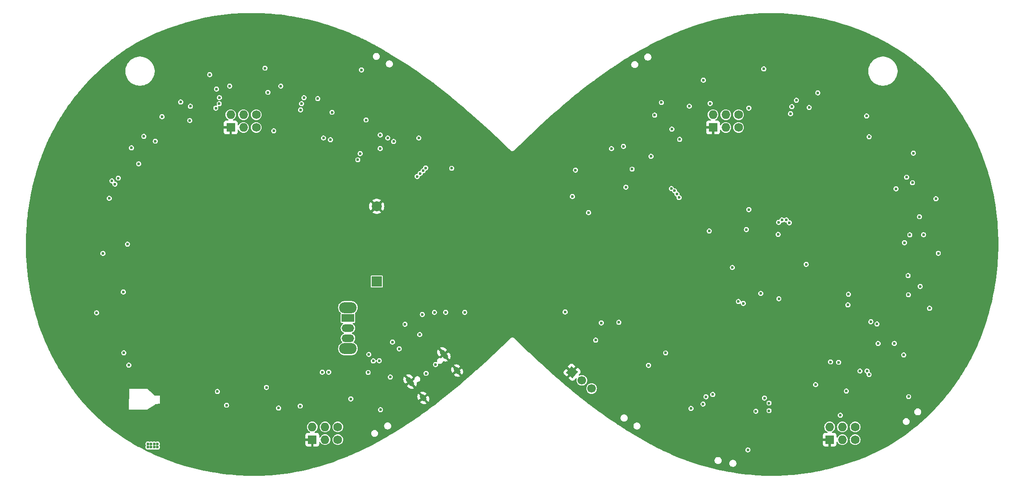
<source format=gbr>
%TF.GenerationSoftware,KiCad,Pcbnew,8.0.1*%
%TF.CreationDate,2024-06-01T14:38:50-07:00*%
%TF.ProjectId,CHV_DC32,4348565f-4443-4333-922e-6b696361645f,rev?*%
%TF.SameCoordinates,Original*%
%TF.FileFunction,Copper,L3,Inr*%
%TF.FilePolarity,Positive*%
%FSLAX46Y46*%
G04 Gerber Fmt 4.6, Leading zero omitted, Abs format (unit mm)*
G04 Created by KiCad (PCBNEW 8.0.1) date 2024-06-01 14:38:50*
%MOMM*%
%LPD*%
G01*
G04 APERTURE LIST*
G04 Aperture macros list*
%AMHorizOval*
0 Thick line with rounded ends*
0 $1 width*
0 $2 $3 position (X,Y) of the first rounded end (center of the circle)*
0 $4 $5 position (X,Y) of the second rounded end (center of the circle)*
0 Add line between two ends*
20,1,$1,$2,$3,$4,$5,0*
0 Add two circle primitives to create the rounded ends*
1,1,$1,$2,$3*
1,1,$1,$4,$5*%
%AMRotRect*
0 Rectangle, with rotation*
0 The origin of the aperture is its center*
0 $1 length*
0 $2 width*
0 $3 Rotation angle, in degrees counterclockwise*
0 Add horizontal line*
21,1,$1,$2,0,0,$3*%
G04 Aperture macros list end*
%TA.AperFunction,ComponentPad*%
%ADD10O,1.727200X1.727200*%
%TD*%
%TA.AperFunction,ComponentPad*%
%ADD11R,1.727200X1.727200*%
%TD*%
%TA.AperFunction,ComponentPad*%
%ADD12C,1.727200*%
%TD*%
%TA.AperFunction,ComponentPad*%
%ADD13RotRect,1.700000X1.700000X230.000000*%
%TD*%
%TA.AperFunction,ComponentPad*%
%ADD14HorizOval,1.700000X0.000000X0.000000X0.000000X0.000000X0*%
%TD*%
%TA.AperFunction,ComponentPad*%
%ADD15R,2.000000X2.000000*%
%TD*%
%TA.AperFunction,ComponentPad*%
%ADD16C,2.000000*%
%TD*%
%TA.AperFunction,ComponentPad*%
%ADD17HorizOval,1.000000X-0.188796X0.233144X0.188796X-0.233144X0*%
%TD*%
%TA.AperFunction,ComponentPad*%
%ADD18HorizOval,1.000000X-0.346126X0.427430X0.346126X-0.427430X0*%
%TD*%
%TA.AperFunction,ComponentPad*%
%ADD19O,3.500000X2.200000*%
%TD*%
%TA.AperFunction,ComponentPad*%
%ADD20R,2.500000X1.500000*%
%TD*%
%TA.AperFunction,ComponentPad*%
%ADD21O,2.500000X1.500000*%
%TD*%
%TA.AperFunction,ViaPad*%
%ADD22C,0.600000*%
%TD*%
G04 APERTURE END LIST*
D10*
%TO.N,+3V3*%
%TO.C,J7*%
X214015000Y-106360000D03*
D11*
%TO.N,GND*%
X214015000Y-108900000D03*
D10*
%TO.N,unconnected-(J7-Pin_3-Pad3)*%
X216555000Y-106360000D03*
%TO.N,unconnected-(J7-Pin_4-Pad4)*%
X216555000Y-108900000D03*
D12*
%TO.N,SAO1_TX*%
X219095000Y-106360000D03*
%TO.N,SAO1_RX*%
X219095000Y-108900000D03*
%TD*%
D10*
%TO.N,+3V3*%
%TO.C,J5*%
X190790000Y-44085000D03*
D11*
%TO.N,GND*%
X190790000Y-46625000D03*
D10*
%TO.N,unconnected-(J5-Pin_3-Pad3)*%
X193330000Y-44085000D03*
%TO.N,unconnected-(J5-Pin_4-Pad4)*%
X193330000Y-46625000D03*
D12*
%TO.N,SAO3_TX*%
X195870000Y-44085000D03*
%TO.N,SAO3_RX*%
X195870000Y-46625000D03*
%TD*%
D10*
%TO.N,+3V3*%
%TO.C,J3*%
X111015000Y-106360000D03*
D11*
%TO.N,GND*%
X111015000Y-108900000D03*
D10*
%TO.N,unconnected-(J3-Pin_3-Pad3)*%
X113555000Y-106360000D03*
%TO.N,unconnected-(J3-Pin_4-Pad4)*%
X113555000Y-108900000D03*
D12*
%TO.N,SAO4_TX*%
X116095000Y-106360000D03*
%TO.N,SAO4_RX*%
X116095000Y-108900000D03*
%TD*%
D10*
%TO.N,+3V3*%
%TO.C,J4*%
X94765000Y-44085000D03*
D11*
%TO.N,GND*%
X94765000Y-46625000D03*
D10*
%TO.N,unconnected-(J4-Pin_3-Pad3)*%
X97305000Y-44085000D03*
%TO.N,unconnected-(J4-Pin_4-Pad4)*%
X97305000Y-46625000D03*
D12*
%TO.N,SAO2_TX*%
X99845000Y-44085000D03*
%TO.N,SAO2_RX*%
X99845000Y-46625000D03*
%TD*%
D13*
%TO.N,GND*%
%TO.C,J6*%
X162733494Y-95434639D03*
D14*
%TO.N,Net-(J6-Pin_2)*%
X164679247Y-97067320D03*
%TO.N,Net-(J6-Pin_3)*%
X166625000Y-98700000D03*
%TD*%
D15*
%TO.N,Net-(BT1-+)*%
%TO.C,BT1*%
X123835000Y-77345000D03*
D16*
%TO.N,GND*%
X123835000Y-62355000D03*
%TD*%
D17*
%TO.N,GND*%
%TO.C,J8*%
X139825000Y-95125000D03*
D18*
X137194441Y-91876530D03*
D17*
X133110459Y-100562328D03*
D18*
X130479900Y-97313858D03*
%TD*%
D19*
%TO.N,*%
%TO.C,SW1*%
X118110000Y-82550000D03*
X118110000Y-90750000D03*
D20*
%TO.N,Net-(BT1-+)*%
X118110000Y-84650000D03*
D21*
%TO.N,Net-(Q1-D)*%
X118110000Y-86650000D03*
%TO.N,unconnected-(SW1-C-Pad3)*%
X118110000Y-88650000D03*
%TD*%
D22*
%TO.N,GND*%
X81400000Y-96550000D03*
X217450000Y-104100000D03*
X209225000Y-93475000D03*
X202437500Y-65575000D03*
X192350000Y-77950000D03*
X189950000Y-74875000D03*
X87175000Y-89325000D03*
X198050000Y-84100000D03*
X215175000Y-87900000D03*
X103225000Y-49175000D03*
X200720000Y-43750000D03*
X212675000Y-68225000D03*
X212450000Y-82575000D03*
X81325000Y-100350000D03*
X81300000Y-101675000D03*
X106375000Y-100975000D03*
X180850000Y-52000000D03*
X222975000Y-99125000D03*
X211775000Y-77250000D03*
X224450000Y-68000000D03*
X191450000Y-63900000D03*
X192350000Y-80000000D03*
X227750000Y-93550000D03*
X117400000Y-46225000D03*
X187600000Y-46325000D03*
X210625000Y-102650000D03*
X200300000Y-84125000D03*
X204500000Y-90650000D03*
X211775000Y-75250000D03*
X214450000Y-69775000D03*
X196600000Y-68850000D03*
X198750000Y-65575000D03*
X114250000Y-104025000D03*
X184500000Y-64000000D03*
X210975000Y-66400000D03*
X136100000Y-88350000D03*
X120975000Y-99600000D03*
X202400000Y-84050000D03*
X203575000Y-74050000D03*
X208430270Y-72675994D03*
X205875000Y-38475000D03*
X110150000Y-33850000D03*
X106725000Y-47300000D03*
X129275000Y-89900000D03*
X106850000Y-93500000D03*
X193100000Y-67225000D03*
X190850000Y-72925000D03*
%TO.N,+3V3*%
X195850000Y-81350000D03*
X209325000Y-73925000D03*
X197920735Y-42770735D03*
X78925000Y-109750000D03*
X197925000Y-63000000D03*
X217775000Y-79900000D03*
X217650000Y-82025000D03*
X203900000Y-80800000D03*
X80175000Y-109750000D03*
X78300000Y-109750000D03*
X108597453Y-102190042D03*
X197725000Y-110950000D03*
X103325000Y-47300000D03*
X80175000Y-110400000D03*
X79550000Y-109750000D03*
X197450000Y-66975000D03*
X229725000Y-100325000D03*
X79550000Y-110400000D03*
X196825000Y-81725000D03*
X120800000Y-35150000D03*
X78925000Y-110400000D03*
X78300000Y-110400000D03*
X200300000Y-79725000D03*
X124575000Y-102925000D03*
X216150000Y-104025000D03*
X203750000Y-67950000D03*
X194650000Y-74550000D03*
X190025000Y-67275000D03*
X184150000Y-49000000D03*
%TO.N,USB_POWER*%
X133650000Y-95675000D03*
X135550000Y-93925000D03*
%TO.N,LED_LINE_8*%
X203875000Y-65550000D03*
X190211765Y-41836765D03*
X124325000Y-93150000D03*
X173437500Y-58537500D03*
%TO.N,Net-(D3-K)*%
X161350000Y-83425000D03*
%TO.N,Net-(D5-K)*%
X167425000Y-89050000D03*
%TO.N,Net-(D6-K)*%
X118661765Y-100763235D03*
%TO.N,LED_LINE_5*%
X205979313Y-65626726D03*
X186075000Y-42375000D03*
X122275000Y-91900000D03*
X132925000Y-83925000D03*
%TO.N,Net-(D7-K)*%
X211675000Y-39725000D03*
%TO.N,Net-(D8-K)*%
X180525000Y-41650000D03*
%TO.N,Net-(D9-K)*%
X141350000Y-83500000D03*
%TO.N,LED_LINE_6*%
X205400000Y-65075000D03*
X166012500Y-63612500D03*
X182600000Y-46950000D03*
X170575000Y-50843706D03*
X209912500Y-42637500D03*
X162800000Y-60400000D03*
X101875000Y-98475000D03*
X129475000Y-85875000D03*
X179175000Y-44175000D03*
X174687500Y-54937500D03*
%TO.N,Net-(D10-K)*%
X74475000Y-94025000D03*
%TO.N,Net-(D11-K)*%
X70575000Y-60750000D03*
%TO.N,Net-(D12-K)*%
X90600000Y-36100000D03*
%TO.N,LED_LINE_7*%
X135325000Y-83500000D03*
X92125000Y-99300000D03*
X204524229Y-65082555D03*
X123150000Y-93200000D03*
X137575000Y-83500000D03*
X178450000Y-52375000D03*
X122125000Y-95500000D03*
X126962500Y-89437500D03*
X128300000Y-90775000D03*
X207390686Y-41200000D03*
%TO.N,Net-(D13-K)*%
X121700000Y-45125000D03*
%TO.N,Net-(D14-K)*%
X177950000Y-94075000D03*
%TO.N,Net-(D15-K)*%
X186400000Y-102675000D03*
%TO.N,LED_LINE_9*%
X126025000Y-48725000D03*
X91950000Y-38975000D03*
X133600000Y-54700000D03*
X71725000Y-57925000D03*
%TO.N,Net-(D17-K)*%
X199325000Y-103225000D03*
%TO.N,Net-(D19-K)*%
X217350000Y-99200000D03*
%TO.N,Net-(D20-K)*%
X228775000Y-92000000D03*
%TO.N,LED_LINE_10*%
X102175000Y-39625000D03*
X84800000Y-41550000D03*
X86725000Y-42400000D03*
X73500000Y-91575000D03*
X133048999Y-55280002D03*
X71125000Y-57275000D03*
X79762500Y-49362500D03*
X77475000Y-48400000D03*
X72400000Y-56725000D03*
X127193997Y-49425000D03*
%TO.N,Net-(D21-K)*%
X235175000Y-60850000D03*
%TO.N,Net-(D23-K)*%
X233900000Y-82700000D03*
%TO.N,Net-(D24-K)*%
X235650000Y-71725000D03*
%TO.N,LED_LINE_11*%
X94575000Y-38375000D03*
X73400000Y-79450000D03*
X114625000Y-49075000D03*
X108662500Y-43112500D03*
X132465751Y-55827565D03*
X91800000Y-42775000D03*
X76462500Y-53887500D03*
X104750000Y-38375000D03*
X114925000Y-43600000D03*
%TO.N,Net-(D25-K)*%
X230675000Y-51750000D03*
%TO.N,Net-(D26-K)*%
X221375000Y-44325000D03*
%TO.N,Net-(D27-K)*%
X200900000Y-34950000D03*
%TO.N,LED_LINE_12*%
X124525000Y-50825000D03*
X86626400Y-45248600D03*
X113225000Y-48725000D03*
X131900000Y-56400000D03*
X74200000Y-69900000D03*
X124525000Y-48125000D03*
%TO.N,Net-(D28-K)*%
X188875000Y-37200000D03*
%TO.N,Net-(D29-K)*%
X172975000Y-50400000D03*
%TO.N,Net-(D30-K)*%
X163425000Y-55125000D03*
%TO.N,LED_LINE_1*%
X182495267Y-58804206D03*
X231900000Y-64429772D03*
X189400000Y-100340942D03*
X221462908Y-95199883D03*
%TO.N,Net-(D31-K)*%
X132400000Y-87925000D03*
%TO.N,Net-(D32-K)*%
X126525000Y-96400000D03*
%TO.N,Net-(D33-K)*%
X104300000Y-102600000D03*
%TO.N,LED_LINE_2*%
X190750000Y-99888799D03*
X201950000Y-103125000D03*
X229325000Y-56550000D03*
X188825000Y-101800000D03*
X201950000Y-101600000D03*
X168550000Y-85608241D03*
X221850000Y-95900000D03*
X220058386Y-95208386D03*
X229705811Y-80000000D03*
X183150850Y-59262698D03*
%TO.N,Net-(D34-K)*%
X93925000Y-102025000D03*
%TO.N,Net-(D35-K)*%
X68075000Y-83600000D03*
%TO.N,Net-(D36-K)*%
X69325000Y-71750000D03*
%TO.N,LED_LINE_3*%
X201025000Y-100598136D03*
X232025000Y-78325000D03*
X232700000Y-68025000D03*
X221850000Y-48475000D03*
X226900000Y-89700000D03*
X229635367Y-76175000D03*
X229975000Y-68050000D03*
X223657674Y-89707674D03*
X183624170Y-59907657D03*
X172048704Y-85497862D03*
%TO.N,Net-(D37-K)*%
X75000000Y-50700000D03*
%TO.N,Net-(D38-K)*%
X81100000Y-44475000D03*
%TO.N,Net-(D39-K)*%
X101600000Y-34800000D03*
%TO.N,LED_LINE_4*%
X211209825Y-97915910D03*
X227234921Y-58865079D03*
X181369774Y-91605226D03*
X228900000Y-69600000D03*
X230500000Y-57650000D03*
X184025000Y-60600000D03*
%TO.N,Net-(D40-K)*%
X112100000Y-40875000D03*
%TO.N,Net-(D41-K)*%
X132200000Y-48725000D03*
%TO.N,Net-(D42-K)*%
X138775000Y-54775000D03*
%TO.N,Net-(J6-Pin_2)*%
X113000000Y-95450000D03*
X120077944Y-53075000D03*
X214187500Y-93387500D03*
X108877944Y-41875000D03*
X222200000Y-85375000D03*
X206212500Y-43887500D03*
X92475000Y-41875000D03*
%TO.N,Net-(J6-Pin_3)*%
X215798528Y-93473528D03*
X92500000Y-40675000D03*
X109363235Y-40686765D03*
X223450000Y-85822056D03*
X120536748Y-51836748D03*
X206486028Y-42463972D03*
X114275000Y-95425000D03*
%TD*%
%TA.AperFunction,Conductor*%
%TO.N,GND*%
G36*
X99194801Y-23789166D02*
G01*
X99872236Y-23797525D01*
X99873987Y-23797559D01*
X100551294Y-23815668D01*
X100552838Y-23815720D01*
X101230084Y-23843592D01*
X101231699Y-23843669D01*
X101908519Y-23880593D01*
X101910223Y-23880698D01*
X102586664Y-23927373D01*
X102588255Y-23927494D01*
X103232215Y-23980936D01*
X103264008Y-23983575D01*
X103265730Y-23983729D01*
X103941080Y-24049243D01*
X103942517Y-24049393D01*
X104617109Y-24123960D01*
X104618790Y-24124158D01*
X105291839Y-24208114D01*
X105293456Y-24208327D01*
X105853020Y-24285739D01*
X105965870Y-24301351D01*
X105967573Y-24301598D01*
X106639286Y-24404080D01*
X106640606Y-24404290D01*
X107310533Y-24515479D01*
X107312078Y-24515747D01*
X107980874Y-24636333D01*
X107982379Y-24636614D01*
X108649409Y-24765908D01*
X108650892Y-24766206D01*
X109316432Y-24904962D01*
X109317799Y-24905256D01*
X109981797Y-25052347D01*
X109983394Y-25052712D01*
X110645146Y-25209258D01*
X110646321Y-25209545D01*
X111306326Y-25374460D01*
X111307952Y-25374878D01*
X111965760Y-25548829D01*
X111967103Y-25549194D01*
X112622736Y-25731488D01*
X112624327Y-25731942D01*
X113277310Y-25923340D01*
X113278641Y-25923740D01*
X113929215Y-26123514D01*
X113930694Y-26123979D01*
X114493063Y-26304881D01*
X114578767Y-26332450D01*
X114580280Y-26332947D01*
X115225666Y-26549820D01*
X115227039Y-26550291D01*
X115869503Y-26775484D01*
X115870967Y-26776009D01*
X116510276Y-27009911D01*
X116511718Y-27010449D01*
X117148506Y-27252819D01*
X117149938Y-27253375D01*
X117782998Y-27503670D01*
X117784421Y-27504243D01*
X118414400Y-27762929D01*
X118415768Y-27763502D01*
X119042075Y-28030624D01*
X119043319Y-28031164D01*
X119666361Y-28306251D01*
X119667755Y-28306877D01*
X120286991Y-28590346D01*
X120288340Y-28590974D01*
X120441221Y-28663300D01*
X120903585Y-28882039D01*
X120905121Y-28882778D01*
X121045583Y-28951607D01*
X121516247Y-29182241D01*
X121517547Y-29182889D01*
X122125199Y-29490025D01*
X122126677Y-29490785D01*
X122697944Y-29789628D01*
X122729696Y-29806238D01*
X122731035Y-29806949D01*
X123239273Y-30080889D01*
X123329848Y-30129709D01*
X123331355Y-30130535D01*
X123873907Y-30432836D01*
X123925623Y-30461651D01*
X123926969Y-30462412D01*
X124156430Y-30594094D01*
X124516825Y-30800916D01*
X124518276Y-30801762D01*
X125103368Y-31148150D01*
X125104787Y-31149004D01*
X125625399Y-31466685D01*
X125636157Y-31474053D01*
X125642492Y-31478900D01*
X125642495Y-31478903D01*
X125692627Y-31507757D01*
X125695357Y-31509374D01*
X125744813Y-31539553D01*
X125744816Y-31539554D01*
X125752102Y-31542781D01*
X125763744Y-31548689D01*
X126463622Y-31951511D01*
X126562052Y-32008163D01*
X126563465Y-32008988D01*
X127405935Y-32509001D01*
X127414688Y-32514196D01*
X127416078Y-32515033D01*
X128260143Y-33031200D01*
X128261382Y-33031969D01*
X129098321Y-33558425D01*
X129099492Y-33559171D01*
X129930107Y-34095988D01*
X129931217Y-34096716D01*
X130683622Y-34595761D01*
X130754889Y-34643030D01*
X130756087Y-34643835D01*
X131573290Y-35199660D01*
X131574414Y-35200433D01*
X131718111Y-35300499D01*
X132317444Y-35717856D01*
X132385502Y-35765249D01*
X132386573Y-35766003D01*
X133191562Y-36339625D01*
X133192476Y-36340283D01*
X133991878Y-36922393D01*
X133992840Y-36923100D01*
X134758182Y-37492230D01*
X134786589Y-37513354D01*
X134787496Y-37514036D01*
X134979860Y-37659953D01*
X135575668Y-38111899D01*
X135576573Y-38112592D01*
X136359621Y-38717988D01*
X136360482Y-38718660D01*
X137138249Y-39330996D01*
X137139065Y-39331643D01*
X137912404Y-39951079D01*
X137913168Y-39951696D01*
X138641158Y-40544444D01*
X138681644Y-40577408D01*
X138682317Y-40577960D01*
X139419109Y-41187264D01*
X139446387Y-41209822D01*
X139447056Y-41210380D01*
X139521064Y-41272493D01*
X140206913Y-41848108D01*
X140207557Y-41848652D01*
X140963238Y-42491683D01*
X140963852Y-42492208D01*
X141248161Y-42737345D01*
X141715886Y-43140628D01*
X141716154Y-43140861D01*
X142078992Y-43457543D01*
X142464639Y-43794133D01*
X142465168Y-43794598D01*
X143209268Y-44451521D01*
X143209989Y-44452162D01*
X144690659Y-45780010D01*
X144691342Y-45780629D01*
X146158925Y-47120975D01*
X146159729Y-47121709D01*
X146160399Y-47122325D01*
X147618818Y-48474573D01*
X147619353Y-48475070D01*
X149055066Y-49822454D01*
X149069472Y-49835973D01*
X149069784Y-49836267D01*
X150183398Y-50890854D01*
X150505647Y-51196022D01*
X150508793Y-51199109D01*
X150547200Y-51238166D01*
X150547206Y-51238170D01*
X150553609Y-51243170D01*
X150553349Y-51243502D01*
X150554742Y-51244550D01*
X150554990Y-51244209D01*
X150561563Y-51248974D01*
X150561566Y-51248977D01*
X150561569Y-51248978D01*
X150561571Y-51248980D01*
X150609734Y-51275065D01*
X150613535Y-51277211D01*
X150660771Y-51305015D01*
X150660773Y-51305015D01*
X150660774Y-51305016D01*
X150668258Y-51308190D01*
X150668091Y-51308582D01*
X150669704Y-51309233D01*
X150669857Y-51308835D01*
X150677447Y-51311740D01*
X150730726Y-51324472D01*
X150734985Y-51325570D01*
X150787773Y-51340191D01*
X150787777Y-51340191D01*
X150795826Y-51341319D01*
X150795766Y-51341743D01*
X150797482Y-51341953D01*
X150797527Y-51341528D01*
X150805616Y-51342369D01*
X150805620Y-51342370D01*
X150860387Y-51340878D01*
X150864752Y-51340837D01*
X150919553Y-51341298D01*
X150919561Y-51341295D01*
X150927622Y-51340304D01*
X150927674Y-51340729D01*
X150929401Y-51340485D01*
X150929334Y-51340063D01*
X150937357Y-51338784D01*
X150989886Y-51323164D01*
X150994089Y-51321994D01*
X151047129Y-51308260D01*
X151047131Y-51308258D01*
X151054664Y-51305212D01*
X151054825Y-51305611D01*
X151056421Y-51304933D01*
X151056246Y-51304540D01*
X151063665Y-51301226D01*
X151063674Y-51301224D01*
X151110392Y-51272527D01*
X151114116Y-51270331D01*
X151161807Y-51243329D01*
X151161811Y-51243324D01*
X151168299Y-51238433D01*
X151168557Y-51238775D01*
X151169926Y-51237704D01*
X151169656Y-51237371D01*
X151175968Y-51232249D01*
X151182029Y-51225849D01*
X151213630Y-51192478D01*
X151216697Y-51189353D01*
X151423330Y-50986162D01*
X151568199Y-50843706D01*
X170069353Y-50843706D01*
X170089834Y-50986162D01*
X170128286Y-51070359D01*
X170149623Y-51117079D01*
X170243872Y-51225849D01*
X170364947Y-51303659D01*
X170364950Y-51303660D01*
X170364949Y-51303660D01*
X170472107Y-51335123D01*
X170493918Y-51341528D01*
X170503036Y-51344205D01*
X170503038Y-51344206D01*
X170503039Y-51344206D01*
X170646962Y-51344206D01*
X170646962Y-51344205D01*
X170757535Y-51311739D01*
X170785050Y-51303660D01*
X170785050Y-51303659D01*
X170785053Y-51303659D01*
X170906128Y-51225849D01*
X171000377Y-51117079D01*
X171060165Y-50986163D01*
X171080647Y-50843706D01*
X171060165Y-50701249D01*
X171000377Y-50570333D01*
X170906128Y-50461563D01*
X170810334Y-50400000D01*
X172469353Y-50400000D01*
X172489834Y-50542456D01*
X172502566Y-50570334D01*
X172549623Y-50673373D01*
X172643872Y-50782143D01*
X172764947Y-50859953D01*
X172764950Y-50859954D01*
X172764949Y-50859954D01*
X172903036Y-50900499D01*
X172903038Y-50900500D01*
X172903039Y-50900500D01*
X173046962Y-50900500D01*
X173046962Y-50900499D01*
X173185053Y-50859953D01*
X173306128Y-50782143D01*
X173400377Y-50673373D01*
X173460165Y-50542457D01*
X173480647Y-50400000D01*
X173460165Y-50257543D01*
X173400377Y-50126627D01*
X173306128Y-50017857D01*
X173185053Y-49940047D01*
X173185051Y-49940046D01*
X173185049Y-49940045D01*
X173185050Y-49940045D01*
X173046963Y-49899500D01*
X173046961Y-49899500D01*
X172903039Y-49899500D01*
X172903036Y-49899500D01*
X172764949Y-49940045D01*
X172643873Y-50017856D01*
X172549623Y-50126626D01*
X172549622Y-50126628D01*
X172489834Y-50257543D01*
X172469353Y-50400000D01*
X170810334Y-50400000D01*
X170785053Y-50383753D01*
X170785051Y-50383752D01*
X170785049Y-50383751D01*
X170785050Y-50383751D01*
X170646963Y-50343206D01*
X170646961Y-50343206D01*
X170503039Y-50343206D01*
X170503036Y-50343206D01*
X170364949Y-50383751D01*
X170243873Y-50461562D01*
X170149623Y-50570332D01*
X170149622Y-50570334D01*
X170089834Y-50701249D01*
X170069353Y-50843706D01*
X151568199Y-50843706D01*
X152270646Y-50152959D01*
X152270884Y-50152726D01*
X153340731Y-49113494D01*
X153341077Y-49113161D01*
X153459161Y-49000000D01*
X183644353Y-49000000D01*
X183664834Y-49142456D01*
X183702759Y-49225499D01*
X183724623Y-49273373D01*
X183818872Y-49382143D01*
X183939947Y-49459953D01*
X183939950Y-49459954D01*
X183939949Y-49459954D01*
X184078036Y-49500499D01*
X184078038Y-49500500D01*
X184078039Y-49500500D01*
X184221962Y-49500500D01*
X184221962Y-49500499D01*
X184360053Y-49459953D01*
X184481128Y-49382143D01*
X184575377Y-49273373D01*
X184635165Y-49142457D01*
X184655647Y-49000000D01*
X184635165Y-48857543D01*
X184575377Y-48726627D01*
X184481128Y-48617857D01*
X184360053Y-48540047D01*
X184360051Y-48540046D01*
X184360049Y-48540045D01*
X184360050Y-48540045D01*
X184221963Y-48499500D01*
X184221961Y-48499500D01*
X184078039Y-48499500D01*
X184078036Y-48499500D01*
X183939949Y-48540045D01*
X183818873Y-48617856D01*
X183724623Y-48726626D01*
X183724622Y-48726628D01*
X183664834Y-48857543D01*
X183644353Y-49000000D01*
X153459161Y-49000000D01*
X154007000Y-48475000D01*
X221344353Y-48475000D01*
X221364834Y-48617456D01*
X221368508Y-48625500D01*
X221424623Y-48748373D01*
X221518872Y-48857143D01*
X221639947Y-48934953D01*
X221639950Y-48934954D01*
X221639949Y-48934954D01*
X221778036Y-48975499D01*
X221778038Y-48975500D01*
X221778039Y-48975500D01*
X221921962Y-48975500D01*
X221921962Y-48975499D01*
X222060053Y-48934953D01*
X222181128Y-48857143D01*
X222275377Y-48748373D01*
X222335165Y-48617457D01*
X222355647Y-48475000D01*
X222335165Y-48332543D01*
X222275377Y-48201627D01*
X222181128Y-48092857D01*
X222060053Y-48015047D01*
X222060051Y-48015046D01*
X222060049Y-48015045D01*
X222060050Y-48015045D01*
X221921963Y-47974500D01*
X221921961Y-47974500D01*
X221778039Y-47974500D01*
X221778036Y-47974500D01*
X221639949Y-48015045D01*
X221518873Y-48092856D01*
X221424623Y-48201626D01*
X221424622Y-48201628D01*
X221364834Y-48332543D01*
X221344353Y-48475000D01*
X154007000Y-48475000D01*
X154420409Y-48078825D01*
X154421039Y-48078227D01*
X154484968Y-48017856D01*
X154994751Y-47536444D01*
X189426400Y-47536444D01*
X189432801Y-47595972D01*
X189432803Y-47595979D01*
X189483045Y-47730686D01*
X189483049Y-47730693D01*
X189569209Y-47845787D01*
X189569212Y-47845790D01*
X189684306Y-47931950D01*
X189684313Y-47931954D01*
X189819020Y-47982196D01*
X189819027Y-47982198D01*
X189878555Y-47988599D01*
X189878572Y-47988600D01*
X190540000Y-47988600D01*
X190540000Y-47067251D01*
X190593919Y-47098381D01*
X190723120Y-47133000D01*
X190856880Y-47133000D01*
X190986081Y-47098381D01*
X191040000Y-47067251D01*
X191040000Y-47988600D01*
X191701428Y-47988600D01*
X191701444Y-47988599D01*
X191760972Y-47982198D01*
X191760979Y-47982196D01*
X191895686Y-47931954D01*
X191895693Y-47931950D01*
X192010787Y-47845790D01*
X192010790Y-47845787D01*
X192096950Y-47730693D01*
X192096954Y-47730686D01*
X192147196Y-47595979D01*
X192147198Y-47595972D01*
X192153599Y-47536444D01*
X192153600Y-47536427D01*
X192153600Y-47176481D01*
X192173285Y-47109442D01*
X192226089Y-47063687D01*
X192295247Y-47053743D01*
X192358803Y-47082768D01*
X192386958Y-47118028D01*
X192440948Y-47219037D01*
X192440952Y-47219044D01*
X192573926Y-47381073D01*
X192735955Y-47514047D01*
X192735962Y-47514051D01*
X192846946Y-47573373D01*
X192920816Y-47612857D01*
X193121400Y-47673704D01*
X193330000Y-47694249D01*
X193538600Y-47673704D01*
X193739184Y-47612857D01*
X193924043Y-47514048D01*
X194086073Y-47381073D01*
X194219048Y-47219043D01*
X194317857Y-47034184D01*
X194378704Y-46833600D01*
X194399249Y-46625000D01*
X194800751Y-46625000D01*
X194821296Y-46833602D01*
X194882143Y-47034185D01*
X194980948Y-47219037D01*
X194980952Y-47219044D01*
X195113926Y-47381073D01*
X195275955Y-47514047D01*
X195275962Y-47514051D01*
X195386946Y-47573373D01*
X195460816Y-47612857D01*
X195661400Y-47673704D01*
X195870000Y-47694249D01*
X196078600Y-47673704D01*
X196279184Y-47612857D01*
X196464043Y-47514048D01*
X196626073Y-47381073D01*
X196759048Y-47219043D01*
X196857857Y-47034184D01*
X196918704Y-46833600D01*
X196939249Y-46625000D01*
X196918704Y-46416400D01*
X196857857Y-46215816D01*
X196805039Y-46117000D01*
X196759051Y-46030962D01*
X196759047Y-46030955D01*
X196626073Y-45868926D01*
X196464044Y-45735952D01*
X196464037Y-45735948D01*
X196279185Y-45637143D01*
X196078602Y-45576296D01*
X195870000Y-45555751D01*
X195661397Y-45576296D01*
X195460814Y-45637143D01*
X195275962Y-45735948D01*
X195275955Y-45735952D01*
X195113926Y-45868926D01*
X194980952Y-46030955D01*
X194980948Y-46030962D01*
X194882143Y-46215814D01*
X194821296Y-46416397D01*
X194800751Y-46625000D01*
X194399249Y-46625000D01*
X194378704Y-46416400D01*
X194317857Y-46215816D01*
X194265039Y-46117000D01*
X194219051Y-46030962D01*
X194219047Y-46030955D01*
X194086073Y-45868926D01*
X193924044Y-45735952D01*
X193924037Y-45735948D01*
X193739185Y-45637143D01*
X193538602Y-45576296D01*
X193330000Y-45555751D01*
X193121397Y-45576296D01*
X192920814Y-45637143D01*
X192735962Y-45735948D01*
X192735955Y-45735952D01*
X192573926Y-45868926D01*
X192440952Y-46030955D01*
X192440948Y-46030962D01*
X192386958Y-46131971D01*
X192337996Y-46181815D01*
X192269858Y-46197276D01*
X192204179Y-46173444D01*
X192161810Y-46117887D01*
X192153600Y-46073518D01*
X192153600Y-45713572D01*
X192153599Y-45713555D01*
X192147198Y-45654027D01*
X192147196Y-45654020D01*
X192096954Y-45519313D01*
X192096950Y-45519306D01*
X192010790Y-45404212D01*
X192010787Y-45404209D01*
X191895693Y-45318049D01*
X191895686Y-45318045D01*
X191760979Y-45267803D01*
X191760972Y-45267801D01*
X191701444Y-45261400D01*
X191341482Y-45261400D01*
X191274443Y-45241715D01*
X191228688Y-45188911D01*
X191218744Y-45119753D01*
X191247769Y-45056197D01*
X191283029Y-45028042D01*
X191384037Y-44974051D01*
X191384043Y-44974048D01*
X191546073Y-44841073D01*
X191679048Y-44679043D01*
X191777857Y-44494184D01*
X191838704Y-44293600D01*
X191859249Y-44085000D01*
X192260751Y-44085000D01*
X192281296Y-44293602D01*
X192342143Y-44494185D01*
X192440948Y-44679037D01*
X192440952Y-44679044D01*
X192573926Y-44841073D01*
X192735955Y-44974047D01*
X192735962Y-44974051D01*
X192811946Y-45014665D01*
X192920816Y-45072857D01*
X193121400Y-45133704D01*
X193330000Y-45154249D01*
X193538600Y-45133704D01*
X193739184Y-45072857D01*
X193924043Y-44974048D01*
X194086073Y-44841073D01*
X194219048Y-44679043D01*
X194317857Y-44494184D01*
X194378704Y-44293600D01*
X194399249Y-44085000D01*
X194800751Y-44085000D01*
X194821296Y-44293602D01*
X194882143Y-44494185D01*
X194980948Y-44679037D01*
X194980952Y-44679044D01*
X195113926Y-44841073D01*
X195275955Y-44974047D01*
X195275962Y-44974051D01*
X195351946Y-45014665D01*
X195460816Y-45072857D01*
X195661400Y-45133704D01*
X195870000Y-45154249D01*
X196078600Y-45133704D01*
X196279184Y-45072857D01*
X196464043Y-44974048D01*
X196626073Y-44841073D01*
X196759048Y-44679043D01*
X196857857Y-44494184D01*
X196918704Y-44293600D01*
X196939249Y-44085000D01*
X196919797Y-43887500D01*
X205706853Y-43887500D01*
X205727334Y-44029956D01*
X205759551Y-44100499D01*
X205787123Y-44160873D01*
X205881372Y-44269643D01*
X206002447Y-44347453D01*
X206002450Y-44347454D01*
X206002449Y-44347454D01*
X206140536Y-44387999D01*
X206140538Y-44388000D01*
X206140539Y-44388000D01*
X206284462Y-44388000D01*
X206284462Y-44387999D01*
X206422553Y-44347453D01*
X206457491Y-44325000D01*
X220869353Y-44325000D01*
X220889834Y-44467456D01*
X220949622Y-44598371D01*
X220949623Y-44598373D01*
X221043872Y-44707143D01*
X221164947Y-44784953D01*
X221164950Y-44784954D01*
X221164949Y-44784954D01*
X221303036Y-44825499D01*
X221303038Y-44825500D01*
X221303039Y-44825500D01*
X221446962Y-44825500D01*
X221446962Y-44825499D01*
X221585053Y-44784953D01*
X221706128Y-44707143D01*
X221800377Y-44598373D01*
X221860165Y-44467457D01*
X221880647Y-44325000D01*
X221860165Y-44182543D01*
X221800377Y-44051627D01*
X221706128Y-43942857D01*
X221585053Y-43865047D01*
X221585051Y-43865046D01*
X221585049Y-43865045D01*
X221585050Y-43865045D01*
X221446963Y-43824500D01*
X221446961Y-43824500D01*
X221303039Y-43824500D01*
X221303036Y-43824500D01*
X221164949Y-43865045D01*
X221043873Y-43942856D01*
X220949623Y-44051626D01*
X220949622Y-44051628D01*
X220889834Y-44182543D01*
X220869353Y-44325000D01*
X206457491Y-44325000D01*
X206543628Y-44269643D01*
X206637877Y-44160873D01*
X206697665Y-44029957D01*
X206718147Y-43887500D01*
X206697665Y-43745043D01*
X206637877Y-43614127D01*
X206543628Y-43505357D01*
X206422553Y-43427547D01*
X206422551Y-43427546D01*
X206422549Y-43427545D01*
X206422550Y-43427545D01*
X206284463Y-43387000D01*
X206284461Y-43387000D01*
X206140539Y-43387000D01*
X206140536Y-43387000D01*
X206002449Y-43427545D01*
X205881373Y-43505356D01*
X205787123Y-43614126D01*
X205787122Y-43614128D01*
X205727334Y-43745043D01*
X205706853Y-43887500D01*
X196919797Y-43887500D01*
X196918704Y-43876400D01*
X196857857Y-43675816D01*
X196802609Y-43572454D01*
X196759051Y-43490962D01*
X196759047Y-43490955D01*
X196626073Y-43328926D01*
X196464044Y-43195952D01*
X196464037Y-43195948D01*
X196279185Y-43097143D01*
X196078602Y-43036296D01*
X195870000Y-43015751D01*
X195661397Y-43036296D01*
X195460814Y-43097143D01*
X195275962Y-43195948D01*
X195275955Y-43195952D01*
X195113926Y-43328926D01*
X194980952Y-43490955D01*
X194980948Y-43490962D01*
X194882143Y-43675814D01*
X194821296Y-43876397D01*
X194800751Y-44085000D01*
X194399249Y-44085000D01*
X194378704Y-43876400D01*
X194317857Y-43675816D01*
X194262609Y-43572454D01*
X194219051Y-43490962D01*
X194219047Y-43490955D01*
X194086073Y-43328926D01*
X193924044Y-43195952D01*
X193924037Y-43195948D01*
X193739185Y-43097143D01*
X193538602Y-43036296D01*
X193330000Y-43015751D01*
X193121397Y-43036296D01*
X192920814Y-43097143D01*
X192735962Y-43195948D01*
X192735955Y-43195952D01*
X192573926Y-43328926D01*
X192440952Y-43490955D01*
X192440948Y-43490962D01*
X192342143Y-43675814D01*
X192281296Y-43876397D01*
X192260751Y-44085000D01*
X191859249Y-44085000D01*
X191838704Y-43876400D01*
X191777857Y-43675816D01*
X191722609Y-43572454D01*
X191679051Y-43490962D01*
X191679047Y-43490955D01*
X191546073Y-43328926D01*
X191384044Y-43195952D01*
X191384037Y-43195948D01*
X191199185Y-43097143D01*
X190998602Y-43036296D01*
X190790000Y-43015751D01*
X190581397Y-43036296D01*
X190380814Y-43097143D01*
X190195962Y-43195948D01*
X190195955Y-43195952D01*
X190033926Y-43328926D01*
X189900952Y-43490955D01*
X189900948Y-43490962D01*
X189802143Y-43675814D01*
X189741296Y-43876397D01*
X189720751Y-44085000D01*
X189741296Y-44293602D01*
X189802143Y-44494185D01*
X189900948Y-44679037D01*
X189900952Y-44679044D01*
X190033926Y-44841073D01*
X190195955Y-44974047D01*
X190195962Y-44974051D01*
X190296971Y-45028042D01*
X190346815Y-45077004D01*
X190362276Y-45145142D01*
X190338444Y-45210821D01*
X190282887Y-45253190D01*
X190238518Y-45261400D01*
X189878555Y-45261400D01*
X189819027Y-45267801D01*
X189819020Y-45267803D01*
X189684313Y-45318045D01*
X189684306Y-45318049D01*
X189569212Y-45404209D01*
X189569209Y-45404212D01*
X189483049Y-45519306D01*
X189483045Y-45519313D01*
X189432803Y-45654020D01*
X189432801Y-45654027D01*
X189426400Y-45713555D01*
X189426400Y-46375000D01*
X190347749Y-46375000D01*
X190316619Y-46428919D01*
X190282000Y-46558120D01*
X190282000Y-46691880D01*
X190316619Y-46821081D01*
X190347749Y-46875000D01*
X189426400Y-46875000D01*
X189426400Y-47536444D01*
X154994751Y-47536444D01*
X155509869Y-47049993D01*
X155510365Y-47049528D01*
X155617460Y-46950000D01*
X182094353Y-46950000D01*
X182114834Y-47092456D01*
X182172646Y-47219044D01*
X182174623Y-47223373D01*
X182268872Y-47332143D01*
X182389947Y-47409953D01*
X182389950Y-47409954D01*
X182389949Y-47409954D01*
X182528036Y-47450499D01*
X182528038Y-47450500D01*
X182528039Y-47450500D01*
X182671962Y-47450500D01*
X182671962Y-47450499D01*
X182810053Y-47409953D01*
X182931128Y-47332143D01*
X183025377Y-47223373D01*
X183085165Y-47092457D01*
X183105647Y-46950000D01*
X183085165Y-46807543D01*
X183025377Y-46676627D01*
X182931128Y-46567857D01*
X182810053Y-46490047D01*
X182810051Y-46490046D01*
X182810049Y-46490045D01*
X182810050Y-46490045D01*
X182671963Y-46449500D01*
X182671961Y-46449500D01*
X182528039Y-46449500D01*
X182528036Y-46449500D01*
X182389949Y-46490045D01*
X182268873Y-46567856D01*
X182174623Y-46676626D01*
X182174622Y-46676628D01*
X182114834Y-46807543D01*
X182094353Y-46950000D01*
X155617460Y-46950000D01*
X156609123Y-46028408D01*
X156609626Y-46027945D01*
X157718611Y-45014876D01*
X157719105Y-45014429D01*
X158655227Y-44175000D01*
X178669353Y-44175000D01*
X178689834Y-44317456D01*
X178749622Y-44448371D01*
X178749623Y-44448373D01*
X178843872Y-44557143D01*
X178964947Y-44634953D01*
X178964950Y-44634954D01*
X178964949Y-44634954D01*
X179103036Y-44675499D01*
X179103038Y-44675500D01*
X179103039Y-44675500D01*
X179246962Y-44675500D01*
X179246962Y-44675499D01*
X179385053Y-44634953D01*
X179506128Y-44557143D01*
X179600377Y-44448373D01*
X179660165Y-44317457D01*
X179680647Y-44175000D01*
X179660165Y-44032543D01*
X179600377Y-43901627D01*
X179506128Y-43792857D01*
X179385053Y-43715047D01*
X179385051Y-43715046D01*
X179385049Y-43715045D01*
X179385050Y-43715045D01*
X179246963Y-43674500D01*
X179246961Y-43674500D01*
X179103039Y-43674500D01*
X179103036Y-43674500D01*
X178964949Y-43715045D01*
X178843873Y-43792856D01*
X178843872Y-43792856D01*
X178843872Y-43792857D01*
X178831290Y-43807377D01*
X178749623Y-43901626D01*
X178749622Y-43901628D01*
X178689834Y-44032543D01*
X178669353Y-44175000D01*
X158655227Y-44175000D01*
X158838268Y-44010866D01*
X158839054Y-44010167D01*
X159968551Y-43017202D01*
X159969269Y-43016578D01*
X160714694Y-42375000D01*
X185569353Y-42375000D01*
X185589834Y-42517456D01*
X185644657Y-42637500D01*
X185649623Y-42648373D01*
X185743872Y-42757143D01*
X185864947Y-42834953D01*
X185864950Y-42834954D01*
X185864949Y-42834954D01*
X186003036Y-42875499D01*
X186003038Y-42875500D01*
X186003039Y-42875500D01*
X186146962Y-42875500D01*
X186146962Y-42875499D01*
X186270834Y-42839128D01*
X186285050Y-42834954D01*
X186285050Y-42834953D01*
X186285053Y-42834953D01*
X186384978Y-42770735D01*
X197415088Y-42770735D01*
X197435569Y-42913191D01*
X197483122Y-43017315D01*
X197495358Y-43044108D01*
X197589607Y-43152878D01*
X197710682Y-43230688D01*
X197710685Y-43230689D01*
X197710684Y-43230689D01*
X197848771Y-43271234D01*
X197848773Y-43271235D01*
X197848774Y-43271235D01*
X197992697Y-43271235D01*
X197992697Y-43271234D01*
X198130788Y-43230688D01*
X198251863Y-43152878D01*
X198346112Y-43044108D01*
X198405900Y-42913192D01*
X198426382Y-42770735D01*
X198405900Y-42628278D01*
X198346112Y-42497362D01*
X198317180Y-42463972D01*
X205980381Y-42463972D01*
X206000862Y-42606428D01*
X206036642Y-42684773D01*
X206060651Y-42737345D01*
X206154900Y-42846115D01*
X206275975Y-42923925D01*
X206275978Y-42923926D01*
X206275977Y-42923926D01*
X206414064Y-42964471D01*
X206414066Y-42964472D01*
X206414067Y-42964472D01*
X206557990Y-42964472D01*
X206557990Y-42964471D01*
X206696081Y-42923925D01*
X206817156Y-42846115D01*
X206911405Y-42737345D01*
X206957003Y-42637500D01*
X209406853Y-42637500D01*
X209427334Y-42779956D01*
X209477021Y-42888753D01*
X209487123Y-42910873D01*
X209581372Y-43019643D01*
X209702447Y-43097453D01*
X209702450Y-43097454D01*
X209702449Y-43097454D01*
X209840536Y-43137999D01*
X209840538Y-43138000D01*
X209840539Y-43138000D01*
X209984462Y-43138000D01*
X209984462Y-43137999D01*
X210101434Y-43103654D01*
X210122550Y-43097454D01*
X210122550Y-43097453D01*
X210122553Y-43097453D01*
X210243628Y-43019643D01*
X210337877Y-42910873D01*
X210397665Y-42779957D01*
X210418147Y-42637500D01*
X210397665Y-42495043D01*
X210337877Y-42364127D01*
X210243628Y-42255357D01*
X210122553Y-42177547D01*
X210122551Y-42177546D01*
X210122549Y-42177545D01*
X210122550Y-42177545D01*
X209984463Y-42137000D01*
X209984461Y-42137000D01*
X209840539Y-42137000D01*
X209840536Y-42137000D01*
X209702449Y-42177545D01*
X209581373Y-42255356D01*
X209581372Y-42255356D01*
X209581372Y-42255357D01*
X209579478Y-42257543D01*
X209487123Y-42364126D01*
X209487122Y-42364128D01*
X209427334Y-42495043D01*
X209406853Y-42637500D01*
X206957003Y-42637500D01*
X206971193Y-42606429D01*
X206991675Y-42463972D01*
X206971193Y-42321515D01*
X206911405Y-42190599D01*
X206817156Y-42081829D01*
X206696081Y-42004019D01*
X206696079Y-42004018D01*
X206696077Y-42004017D01*
X206696078Y-42004017D01*
X206557991Y-41963472D01*
X206557989Y-41963472D01*
X206414067Y-41963472D01*
X206414064Y-41963472D01*
X206275977Y-42004017D01*
X206154901Y-42081828D01*
X206060651Y-42190598D01*
X206060650Y-42190600D01*
X206000862Y-42321515D01*
X205980381Y-42463972D01*
X198317180Y-42463972D01*
X198251863Y-42388592D01*
X198130788Y-42310782D01*
X198130786Y-42310781D01*
X198130784Y-42310780D01*
X198130785Y-42310780D01*
X197992698Y-42270235D01*
X197992696Y-42270235D01*
X197848774Y-42270235D01*
X197848771Y-42270235D01*
X197710684Y-42310780D01*
X197589608Y-42388591D01*
X197495358Y-42497361D01*
X197495357Y-42497363D01*
X197435569Y-42628278D01*
X197415088Y-42770735D01*
X186384978Y-42770735D01*
X186406128Y-42757143D01*
X186500377Y-42648373D01*
X186560165Y-42517457D01*
X186580647Y-42375000D01*
X186560165Y-42232543D01*
X186500377Y-42101627D01*
X186406128Y-41992857D01*
X186285053Y-41915047D01*
X186285051Y-41915046D01*
X186285049Y-41915045D01*
X186285050Y-41915045D01*
X186146963Y-41874500D01*
X186146961Y-41874500D01*
X186003039Y-41874500D01*
X186003036Y-41874500D01*
X185864949Y-41915045D01*
X185743873Y-41992856D01*
X185649623Y-42101626D01*
X185649622Y-42101628D01*
X185589834Y-42232543D01*
X185569353Y-42375000D01*
X160714694Y-42375000D01*
X161109509Y-42035187D01*
X161110389Y-42034438D01*
X161567262Y-41650000D01*
X180019353Y-41650000D01*
X180039834Y-41792456D01*
X180096884Y-41917376D01*
X180099623Y-41923373D01*
X180193872Y-42032143D01*
X180314947Y-42109953D01*
X180314950Y-42109954D01*
X180314949Y-42109954D01*
X180422107Y-42141417D01*
X180445788Y-42148371D01*
X180453036Y-42150499D01*
X180453038Y-42150500D01*
X180453039Y-42150500D01*
X180596962Y-42150500D01*
X180596962Y-42150499D01*
X180735053Y-42109953D01*
X180856128Y-42032143D01*
X180950377Y-41923373D01*
X180989930Y-41836765D01*
X189706118Y-41836765D01*
X189726599Y-41979221D01*
X189786304Y-42109954D01*
X189786388Y-42110138D01*
X189880637Y-42218908D01*
X190001712Y-42296718D01*
X190001715Y-42296719D01*
X190001714Y-42296719D01*
X190080517Y-42319857D01*
X190131933Y-42334954D01*
X190139801Y-42337264D01*
X190139803Y-42337265D01*
X190139804Y-42337265D01*
X190283727Y-42337265D01*
X190283727Y-42337264D01*
X190421818Y-42296718D01*
X190542893Y-42218908D01*
X190637142Y-42110138D01*
X190696930Y-41979222D01*
X190717412Y-41836765D01*
X190696930Y-41694308D01*
X190637142Y-41563392D01*
X190542893Y-41454622D01*
X190421818Y-41376812D01*
X190421816Y-41376811D01*
X190421814Y-41376810D01*
X190421815Y-41376810D01*
X190283728Y-41336265D01*
X190283726Y-41336265D01*
X190139804Y-41336265D01*
X190139801Y-41336265D01*
X190001714Y-41376810D01*
X189880638Y-41454621D01*
X189786388Y-41563391D01*
X189786387Y-41563393D01*
X189726599Y-41694308D01*
X189706118Y-41836765D01*
X180989930Y-41836765D01*
X181010165Y-41792457D01*
X181030647Y-41650000D01*
X181010165Y-41507543D01*
X180950377Y-41376627D01*
X180856128Y-41267857D01*
X180750540Y-41200000D01*
X206885039Y-41200000D01*
X206905520Y-41342456D01*
X206965308Y-41473371D01*
X206965309Y-41473373D01*
X207059558Y-41582143D01*
X207180633Y-41659953D01*
X207180636Y-41659954D01*
X207180635Y-41659954D01*
X207318722Y-41700499D01*
X207318724Y-41700500D01*
X207318725Y-41700500D01*
X207462648Y-41700500D01*
X207462648Y-41700499D01*
X207600739Y-41659953D01*
X207721814Y-41582143D01*
X207816063Y-41473373D01*
X207875851Y-41342457D01*
X207896333Y-41200000D01*
X207875851Y-41057543D01*
X207816063Y-40926627D01*
X207721814Y-40817857D01*
X207600739Y-40740047D01*
X207600737Y-40740046D01*
X207600735Y-40740045D01*
X207600736Y-40740045D01*
X207462649Y-40699500D01*
X207462647Y-40699500D01*
X207318725Y-40699500D01*
X207318722Y-40699500D01*
X207180635Y-40740045D01*
X207059559Y-40817856D01*
X206965309Y-40926626D01*
X206965308Y-40926628D01*
X206905520Y-41057543D01*
X206885039Y-41200000D01*
X180750540Y-41200000D01*
X180735053Y-41190047D01*
X180735051Y-41190046D01*
X180735049Y-41190045D01*
X180735050Y-41190045D01*
X180596963Y-41149500D01*
X180596961Y-41149500D01*
X180453039Y-41149500D01*
X180453036Y-41149500D01*
X180314949Y-41190045D01*
X180193873Y-41267856D01*
X180099623Y-41376626D01*
X180099622Y-41376628D01*
X180039834Y-41507543D01*
X180019353Y-41650000D01*
X161567262Y-41650000D01*
X162261306Y-41065994D01*
X162262417Y-41065071D01*
X162322703Y-41015546D01*
X163424467Y-40110443D01*
X163425530Y-40109581D01*
X163905771Y-39725000D01*
X211169353Y-39725000D01*
X211189834Y-39867456D01*
X211203953Y-39898371D01*
X211249623Y-39998373D01*
X211343872Y-40107143D01*
X211464947Y-40184953D01*
X211464950Y-40184954D01*
X211464949Y-40184954D01*
X211603036Y-40225499D01*
X211603038Y-40225500D01*
X211603039Y-40225500D01*
X211746962Y-40225500D01*
X211746962Y-40225499D01*
X211880585Y-40186265D01*
X211885050Y-40184954D01*
X211885050Y-40184953D01*
X211885053Y-40184953D01*
X212006128Y-40107143D01*
X212100377Y-39998373D01*
X212160165Y-39867457D01*
X212180647Y-39725000D01*
X212160165Y-39582543D01*
X212100377Y-39451627D01*
X212006128Y-39342857D01*
X211885053Y-39265047D01*
X211885051Y-39265046D01*
X211885049Y-39265045D01*
X211885050Y-39265045D01*
X211746963Y-39224500D01*
X211746961Y-39224500D01*
X211603039Y-39224500D01*
X211603036Y-39224500D01*
X211464949Y-39265045D01*
X211343873Y-39342856D01*
X211249623Y-39451626D01*
X211249622Y-39451628D01*
X211189834Y-39582543D01*
X211169353Y-39725000D01*
X163905771Y-39725000D01*
X164598988Y-39169867D01*
X164600100Y-39168989D01*
X165785853Y-38244748D01*
X165786693Y-38244100D01*
X166382834Y-37789237D01*
X166383225Y-37788941D01*
X166983273Y-37337797D01*
X166983546Y-37337593D01*
X167169337Y-37200000D01*
X188369353Y-37200000D01*
X188389834Y-37342456D01*
X188449622Y-37473371D01*
X188449623Y-37473373D01*
X188543872Y-37582143D01*
X188664947Y-37659953D01*
X188664950Y-37659954D01*
X188664949Y-37659954D01*
X188803036Y-37700499D01*
X188803038Y-37700500D01*
X188803039Y-37700500D01*
X188946962Y-37700500D01*
X188946962Y-37700499D01*
X189085053Y-37659953D01*
X189206128Y-37582143D01*
X189300377Y-37473373D01*
X189360165Y-37342457D01*
X189380647Y-37200000D01*
X189360165Y-37057543D01*
X189300377Y-36926627D01*
X189206128Y-36817857D01*
X189085053Y-36740047D01*
X189085051Y-36740046D01*
X189085049Y-36740045D01*
X189085050Y-36740045D01*
X188946963Y-36699500D01*
X188946961Y-36699500D01*
X188803039Y-36699500D01*
X188803036Y-36699500D01*
X188664949Y-36740045D01*
X188543873Y-36817856D01*
X188449623Y-36926626D01*
X188449622Y-36926628D01*
X188389834Y-37057543D01*
X188369353Y-37200000D01*
X167169337Y-37200000D01*
X167586636Y-36890957D01*
X167587031Y-36890667D01*
X168192992Y-36448896D01*
X168193469Y-36448552D01*
X168802477Y-36011600D01*
X168802912Y-36011290D01*
X169415064Y-35579284D01*
X169415364Y-35579074D01*
X169438686Y-35562893D01*
X221724500Y-35562893D01*
X221760974Y-35886604D01*
X221760976Y-35886620D01*
X221833467Y-36204226D01*
X221833471Y-36204238D01*
X221941066Y-36511725D01*
X222082413Y-36805234D01*
X222082415Y-36805237D01*
X222255739Y-37081081D01*
X222458857Y-37335783D01*
X222689217Y-37566143D01*
X222943919Y-37769261D01*
X223219763Y-37942585D01*
X223513278Y-38083935D01*
X223744217Y-38164744D01*
X223820761Y-38191528D01*
X223820773Y-38191532D01*
X224138383Y-38264024D01*
X224462106Y-38300499D01*
X224462107Y-38300500D01*
X224462111Y-38300500D01*
X224787893Y-38300500D01*
X224787893Y-38300499D01*
X225111617Y-38264024D01*
X225429227Y-38191532D01*
X225736722Y-38083935D01*
X226030237Y-37942585D01*
X226306081Y-37769261D01*
X226560783Y-37566143D01*
X226791143Y-37335783D01*
X226994261Y-37081081D01*
X227167585Y-36805237D01*
X227308935Y-36511722D01*
X227416532Y-36204227D01*
X227489024Y-35886617D01*
X227525500Y-35562889D01*
X227525500Y-35237111D01*
X227489024Y-34913383D01*
X227416532Y-34595773D01*
X227407783Y-34570771D01*
X227385830Y-34508033D01*
X227308935Y-34288278D01*
X227214701Y-34092601D01*
X227167586Y-33994765D01*
X227109931Y-33903007D01*
X226994261Y-33718919D01*
X226791143Y-33464217D01*
X226560783Y-33233857D01*
X226541335Y-33218348D01*
X226489396Y-33176928D01*
X226306081Y-33030739D01*
X226070898Y-32882964D01*
X226030234Y-32857413D01*
X225736725Y-32716066D01*
X225429238Y-32608471D01*
X225429226Y-32608467D01*
X225111620Y-32535976D01*
X225111604Y-32535974D01*
X224787893Y-32499500D01*
X224787889Y-32499500D01*
X224462111Y-32499500D01*
X224462107Y-32499500D01*
X224138395Y-32535974D01*
X224138379Y-32535976D01*
X223820773Y-32608467D01*
X223820761Y-32608471D01*
X223513274Y-32716066D01*
X223219765Y-32857413D01*
X222943920Y-33030738D01*
X222689217Y-33233856D01*
X222458856Y-33464217D01*
X222255738Y-33718920D01*
X222082413Y-33994765D01*
X221941066Y-34288274D01*
X221833471Y-34595761D01*
X221833467Y-34595773D01*
X221760976Y-34913379D01*
X221760974Y-34913395D01*
X221724500Y-35237106D01*
X221724500Y-35562893D01*
X169438686Y-35562893D01*
X170030627Y-35152193D01*
X170031245Y-35151768D01*
X170327164Y-34950000D01*
X200394353Y-34950000D01*
X200414834Y-35092456D01*
X200474263Y-35222584D01*
X200474623Y-35223373D01*
X200568872Y-35332143D01*
X200689947Y-35409953D01*
X200689950Y-35409954D01*
X200689949Y-35409954D01*
X200828036Y-35450499D01*
X200828038Y-35450500D01*
X200828039Y-35450500D01*
X200971962Y-35450500D01*
X200971962Y-35450499D01*
X201110053Y-35409953D01*
X201231128Y-35332143D01*
X201325377Y-35223373D01*
X201385165Y-35092457D01*
X201405647Y-34950000D01*
X201385165Y-34807543D01*
X201325377Y-34676627D01*
X201231128Y-34567857D01*
X201110053Y-34490047D01*
X201110051Y-34490046D01*
X201110049Y-34490045D01*
X201110050Y-34490045D01*
X200971963Y-34449500D01*
X200971961Y-34449500D01*
X200828039Y-34449500D01*
X200828036Y-34449500D01*
X200689949Y-34490045D01*
X200568873Y-34567856D01*
X200474623Y-34676626D01*
X200474622Y-34676628D01*
X200414834Y-34807543D01*
X200394353Y-34950000D01*
X170327164Y-34950000D01*
X170649397Y-34730290D01*
X170649921Y-34729936D01*
X171270937Y-34314127D01*
X171271794Y-34313558D01*
X171306319Y-34290872D01*
X171525281Y-34146992D01*
X174514404Y-34146992D01*
X174541323Y-34282319D01*
X174541326Y-34282329D01*
X174594126Y-34409801D01*
X174594133Y-34409814D01*
X174670790Y-34524538D01*
X174670793Y-34524542D01*
X174768359Y-34622108D01*
X174768363Y-34622111D01*
X174883087Y-34698768D01*
X174883100Y-34698775D01*
X174959458Y-34730403D01*
X175010577Y-34751577D01*
X175010581Y-34751577D01*
X175010582Y-34751578D01*
X175145909Y-34778497D01*
X175145912Y-34778497D01*
X175283900Y-34778497D01*
X175381739Y-34759035D01*
X175419233Y-34751577D01*
X175546716Y-34698772D01*
X175661447Y-34622111D01*
X175759019Y-34524539D01*
X175835680Y-34409808D01*
X175888485Y-34282325D01*
X175913945Y-34154332D01*
X175915405Y-34146992D01*
X175915405Y-34009001D01*
X175888486Y-33873674D01*
X175888485Y-33873673D01*
X175888485Y-33873669D01*
X175877551Y-33847272D01*
X175835683Y-33746192D01*
X175835676Y-33746179D01*
X175759019Y-33631455D01*
X175759016Y-33631451D01*
X175661450Y-33533885D01*
X175661446Y-33533882D01*
X175546722Y-33457225D01*
X175546709Y-33457218D01*
X175419237Y-33404418D01*
X175419227Y-33404415D01*
X175283900Y-33377497D01*
X175283898Y-33377497D01*
X175145912Y-33377497D01*
X175145910Y-33377497D01*
X175010582Y-33404415D01*
X175010572Y-33404418D01*
X174883100Y-33457218D01*
X174883087Y-33457225D01*
X174768363Y-33533882D01*
X174768359Y-33533885D01*
X174670793Y-33631451D01*
X174670790Y-33631455D01*
X174594133Y-33746179D01*
X174594126Y-33746192D01*
X174541326Y-33873664D01*
X174541323Y-33873674D01*
X174514405Y-34009001D01*
X174514405Y-34009004D01*
X174514405Y-34146990D01*
X174514405Y-34146992D01*
X174514404Y-34146992D01*
X171525281Y-34146992D01*
X171896367Y-33903152D01*
X171896841Y-33902844D01*
X172524635Y-33497732D01*
X172525302Y-33497307D01*
X173155954Y-33098434D01*
X173156781Y-33097916D01*
X173790618Y-32705093D01*
X173791408Y-32704608D01*
X173886386Y-32646992D01*
X177112480Y-32646992D01*
X177139399Y-32782319D01*
X177139402Y-32782329D01*
X177192202Y-32909801D01*
X177192209Y-32909814D01*
X177268866Y-33024538D01*
X177268869Y-33024542D01*
X177366435Y-33122108D01*
X177366439Y-33122111D01*
X177481163Y-33198768D01*
X177481176Y-33198775D01*
X177608648Y-33251575D01*
X177608653Y-33251577D01*
X177608657Y-33251577D01*
X177608658Y-33251578D01*
X177743985Y-33278497D01*
X177743988Y-33278497D01*
X177881976Y-33278497D01*
X177990141Y-33256981D01*
X178017309Y-33251577D01*
X178144792Y-33198772D01*
X178259523Y-33122111D01*
X178357095Y-33024539D01*
X178433756Y-32909808D01*
X178486561Y-32782325D01*
X178501924Y-32705093D01*
X178513481Y-32646992D01*
X178513481Y-32509001D01*
X178486562Y-32373674D01*
X178486561Y-32373673D01*
X178486561Y-32373669D01*
X178486559Y-32373664D01*
X178433759Y-32246192D01*
X178433752Y-32246179D01*
X178357095Y-32131455D01*
X178357092Y-32131451D01*
X178259526Y-32033885D01*
X178259522Y-32033882D01*
X178144798Y-31957225D01*
X178144785Y-31957218D01*
X178017313Y-31904418D01*
X178017303Y-31904415D01*
X177881976Y-31877497D01*
X177881974Y-31877497D01*
X177743988Y-31877497D01*
X177743986Y-31877497D01*
X177608658Y-31904415D01*
X177608648Y-31904418D01*
X177481176Y-31957218D01*
X177481163Y-31957225D01*
X177366439Y-32033882D01*
X177366435Y-32033885D01*
X177268869Y-32131451D01*
X177268866Y-32131455D01*
X177192209Y-32246179D01*
X177192202Y-32246192D01*
X177139402Y-32373664D01*
X177139399Y-32373674D01*
X177112481Y-32509001D01*
X177112481Y-32509004D01*
X177112481Y-32646990D01*
X177112481Y-32646992D01*
X177112480Y-32646992D01*
X173886386Y-32646992D01*
X174428697Y-32318011D01*
X174429395Y-32317592D01*
X175070116Y-31936927D01*
X175070826Y-31936510D01*
X175714686Y-31562300D01*
X175715492Y-31561837D01*
X176362732Y-31194306D01*
X176363531Y-31193857D01*
X177014074Y-30832735D01*
X177015056Y-30832197D01*
X177668865Y-30478182D01*
X177669762Y-30477702D01*
X178327056Y-30130340D01*
X178328012Y-30129841D01*
X178988791Y-29789850D01*
X178989741Y-29789367D01*
X179653971Y-29456449D01*
X179654979Y-29455950D01*
X180322702Y-29130411D01*
X180323599Y-29129981D01*
X180994863Y-28811812D01*
X180995826Y-28811362D01*
X181670623Y-28500949D01*
X181671656Y-28500481D01*
X182350037Y-28197798D01*
X182351201Y-28197287D01*
X183033026Y-27902405D01*
X183034164Y-27901921D01*
X183719623Y-27615454D01*
X183720822Y-27614961D01*
X184410091Y-27336151D01*
X184411273Y-27335682D01*
X185104115Y-27065699D01*
X185105190Y-27065287D01*
X185801756Y-26803354D01*
X185803126Y-26802848D01*
X186503406Y-26549706D01*
X186504676Y-26549256D01*
X187208743Y-26304850D01*
X187210049Y-26304406D01*
X187917752Y-26068819D01*
X187919219Y-26068341D01*
X188630920Y-25841801D01*
X188632265Y-25841381D01*
X189347701Y-25623621D01*
X189349171Y-25623185D01*
X190068486Y-25415223D01*
X190069900Y-25414824D01*
X190788317Y-25217275D01*
X190791853Y-25216359D01*
X191622994Y-25014293D01*
X191625162Y-25013787D01*
X192464131Y-24826910D01*
X192466253Y-24826459D01*
X193309430Y-24655567D01*
X193311621Y-24655145D01*
X194158535Y-24499921D01*
X194160805Y-24499527D01*
X195011289Y-24360297D01*
X195013464Y-24359961D01*
X195867150Y-24236381D01*
X195869375Y-24236081D01*
X196725899Y-24128509D01*
X196728044Y-24128259D01*
X197587459Y-24036313D01*
X197589562Y-24036108D01*
X198450918Y-23959502D01*
X198453142Y-23959325D01*
X199316361Y-23898733D01*
X199318519Y-23898601D01*
X200183307Y-23853678D01*
X200185440Y-23853587D01*
X201051555Y-23824328D01*
X201053596Y-23824277D01*
X201920597Y-23810344D01*
X201922788Y-23810329D01*
X202790168Y-23812069D01*
X202792237Y-23812093D01*
X203660035Y-23829512D01*
X203662058Y-23829570D01*
X204529671Y-23862315D01*
X204531810Y-23862415D01*
X205398884Y-23910834D01*
X205400954Y-23910968D01*
X206267492Y-23974730D01*
X206269513Y-23974898D01*
X207084824Y-24049405D01*
X207134810Y-24053973D01*
X207136999Y-24054191D01*
X208000447Y-24148580D01*
X208002601Y-24148835D01*
X208864867Y-24258926D01*
X208866912Y-24259206D01*
X209726714Y-24384274D01*
X209728883Y-24384611D01*
X210586379Y-24524972D01*
X210588579Y-24525352D01*
X211442910Y-24681033D01*
X211445075Y-24681448D01*
X211721318Y-24736923D01*
X212296762Y-24852483D01*
X212298910Y-24852934D01*
X213147094Y-25038941D01*
X213149084Y-25039397D01*
X213993340Y-25240710D01*
X213995464Y-25241237D01*
X214835922Y-25457533D01*
X214837996Y-25458087D01*
X215673432Y-25689322D01*
X215675507Y-25689916D01*
X216444464Y-25917993D01*
X216506786Y-25936478D01*
X216508912Y-25937129D01*
X217004441Y-26093877D01*
X217334474Y-26198274D01*
X217336573Y-26198959D01*
X218157235Y-26475414D01*
X218159211Y-26476100D01*
X218973895Y-26767506D01*
X218976029Y-26768292D01*
X219784756Y-27074654D01*
X219786862Y-27075474D01*
X220372232Y-27309725D01*
X220588812Y-27396395D01*
X220590984Y-27397288D01*
X221386099Y-27733081D01*
X221388274Y-27734024D01*
X222176477Y-28084801D01*
X222178613Y-28085776D01*
X222223690Y-28106868D01*
X222959442Y-28451137D01*
X222961524Y-28452136D01*
X223734566Y-28832394D01*
X223736689Y-28833464D01*
X223991535Y-28965001D01*
X224501674Y-29228306D01*
X224503796Y-29229427D01*
X225219565Y-29616588D01*
X225260708Y-29638842D01*
X225262861Y-29640035D01*
X225526138Y-29789307D01*
X226010514Y-30063937D01*
X226012635Y-30065167D01*
X226751477Y-30503603D01*
X226753600Y-30504892D01*
X227483030Y-30958267D01*
X227485083Y-30959571D01*
X228204744Y-31427175D01*
X228206765Y-31428520D01*
X228909222Y-31905888D01*
X228916299Y-31910697D01*
X228918347Y-31912118D01*
X229579316Y-32381004D01*
X229617830Y-32408325D01*
X229619993Y-32409895D01*
X230255058Y-32881465D01*
X230308371Y-32921053D01*
X230310367Y-32922567D01*
X230982907Y-33443432D01*
X230988199Y-33447530D01*
X230990318Y-33449208D01*
X231049629Y-33497258D01*
X231656057Y-33988539D01*
X231658099Y-33990229D01*
X232002705Y-34281817D01*
X232292026Y-34526627D01*
X232312847Y-34544244D01*
X232314867Y-34545991D01*
X232555837Y-34759035D01*
X232957409Y-35114069D01*
X232959399Y-35115867D01*
X233589940Y-35698111D01*
X233591953Y-35700012D01*
X234209546Y-36296392D01*
X234211511Y-36298333D01*
X234816209Y-36908863D01*
X234818134Y-36910849D01*
X235409586Y-37535519D01*
X235411474Y-37537560D01*
X235989356Y-38176353D01*
X235991213Y-38178453D01*
X236100811Y-38305252D01*
X236551146Y-38826267D01*
X236555432Y-38831225D01*
X236557291Y-38833427D01*
X237106895Y-39500239D01*
X237108631Y-39502396D01*
X237377464Y-39844263D01*
X237644059Y-40183287D01*
X237645834Y-40185600D01*
X238166199Y-40880357D01*
X238167909Y-40882697D01*
X238673356Y-41591466D01*
X238675042Y-41593890D01*
X239165854Y-42318012D01*
X239167080Y-42319857D01*
X239405017Y-42684773D01*
X239405816Y-42686014D01*
X239433959Y-42730357D01*
X239602989Y-42996688D01*
X239608688Y-43008414D01*
X239609387Y-43008068D01*
X239613001Y-43015350D01*
X239645215Y-43063297D01*
X239646983Y-43066004D01*
X239677923Y-43114755D01*
X239683135Y-43120988D01*
X239682486Y-43121530D01*
X239690989Y-43131428D01*
X240076248Y-43704856D01*
X240077497Y-43706752D01*
X240488702Y-44343686D01*
X240489883Y-44345552D01*
X240889434Y-44989318D01*
X240890553Y-44991157D01*
X241278571Y-45641259D01*
X241279700Y-45643189D01*
X241340350Y-45749099D01*
X241583353Y-46173444D01*
X241655628Y-46299653D01*
X241656654Y-46301480D01*
X241718943Y-46414706D01*
X242021165Y-46964072D01*
X242022192Y-46965978D01*
X242374844Y-47634382D01*
X242375831Y-47636293D01*
X242716698Y-48310445D01*
X242717646Y-48312361D01*
X243046723Y-48992050D01*
X243047613Y-48993928D01*
X243365246Y-49679011D01*
X243366120Y-49680938D01*
X243671986Y-50371278D01*
X243672802Y-50373162D01*
X243967178Y-51068423D01*
X243967978Y-51070359D01*
X244188429Y-51616548D01*
X244250527Y-51770400D01*
X244251270Y-51772286D01*
X244522436Y-52477110D01*
X244523146Y-52479000D01*
X244782794Y-53188123D01*
X244783487Y-53190066D01*
X245031307Y-53903419D01*
X245031947Y-53905309D01*
X245268352Y-54622851D01*
X245268959Y-54624745D01*
X245493821Y-55345973D01*
X245494410Y-55347917D01*
X245707501Y-56072983D01*
X245708026Y-56074822D01*
X245910068Y-56803668D01*
X245910576Y-56805561D01*
X246100996Y-57537197D01*
X246101486Y-57539143D01*
X246280176Y-58274318D01*
X246280607Y-58276153D01*
X246448145Y-59014158D01*
X246448559Y-59016049D01*
X246604594Y-59756767D01*
X246604976Y-59758655D01*
X246749565Y-60502120D01*
X246749908Y-60503953D01*
X246883324Y-61249621D01*
X246883655Y-61251564D01*
X247005216Y-61999353D01*
X247005500Y-62001181D01*
X247115986Y-62751366D01*
X247116241Y-62753196D01*
X247215544Y-63504973D01*
X247215778Y-63506856D01*
X247303574Y-64260165D01*
X247303779Y-64262048D01*
X247380093Y-65016915D01*
X247380263Y-65018739D01*
X247417074Y-65445865D01*
X247445439Y-65774988D01*
X247445583Y-65776812D01*
X247499613Y-66534201D01*
X247499729Y-66536024D01*
X247542592Y-67294065D01*
X247542684Y-67295943D01*
X247574048Y-68054638D01*
X247574110Y-68056460D01*
X247594327Y-68815877D01*
X247594362Y-68817698D01*
X247603424Y-69577268D01*
X247603433Y-69579088D01*
X247601341Y-70339068D01*
X247601322Y-70340889D01*
X247588076Y-71100552D01*
X247588031Y-71102372D01*
X247563638Y-71861656D01*
X247563564Y-71863533D01*
X247527652Y-72622760D01*
X247527559Y-72624467D01*
X247481194Y-73382959D01*
X247481065Y-73384836D01*
X247423209Y-74142341D01*
X247423056Y-74144162D01*
X247354035Y-74900828D01*
X247353861Y-74902595D01*
X247274020Y-75658155D01*
X247273821Y-75659921D01*
X247183190Y-76413997D01*
X247182949Y-76415877D01*
X247080837Y-77168236D01*
X247080584Y-77170005D01*
X246967637Y-77920817D01*
X246967358Y-77922587D01*
X246843612Y-78671443D01*
X246843296Y-78673271D01*
X246708405Y-79419950D01*
X246708071Y-79421724D01*
X246562358Y-80166216D01*
X246561997Y-80167992D01*
X246405528Y-80909735D01*
X246405127Y-80911568D01*
X246237501Y-81650662D01*
X246237084Y-81652440D01*
X246058589Y-82388974D01*
X246058157Y-82390702D01*
X245869316Y-83123771D01*
X245868813Y-83125662D01*
X245668448Y-83855584D01*
X245667958Y-83857317D01*
X245457121Y-84583886D01*
X245456588Y-84585674D01*
X245234968Y-85308586D01*
X245234405Y-85310375D01*
X245001964Y-86029579D01*
X245001386Y-86031321D01*
X244758593Y-86746221D01*
X244757951Y-86748063D01*
X244504002Y-87458877D01*
X244503364Y-87460623D01*
X244238916Y-88167210D01*
X244238228Y-88169005D01*
X243963098Y-88870795D01*
X243962376Y-88872595D01*
X243677342Y-89567472D01*
X243676225Y-89570108D01*
X243445812Y-90096843D01*
X243445154Y-90098322D01*
X243206405Y-90625275D01*
X243205754Y-90626688D01*
X242960484Y-91150449D01*
X242959784Y-91151919D01*
X242707581Y-91672571D01*
X242706856Y-91674043D01*
X242447608Y-92191667D01*
X242446922Y-92193016D01*
X242181410Y-92707374D01*
X242180640Y-92708841D01*
X241908214Y-93219734D01*
X241907486Y-93221079D01*
X241628691Y-93728725D01*
X241627906Y-93730132D01*
X241342629Y-94233958D01*
X241341825Y-94235357D01*
X241049896Y-94735636D01*
X241049100Y-94736981D01*
X240750907Y-95233507D01*
X240750054Y-95234907D01*
X240445189Y-95727667D01*
X240444384Y-95728951D01*
X240424425Y-95760347D01*
X240133562Y-96217877D01*
X240132742Y-96219150D01*
X239815786Y-96703836D01*
X239814863Y-96705226D01*
X239491320Y-97185740D01*
X239490447Y-97187020D01*
X239175392Y-97642537D01*
X239160926Y-97663452D01*
X239160026Y-97664736D01*
X238824412Y-98137102D01*
X238823488Y-98138384D01*
X238482270Y-98605898D01*
X238481288Y-98607225D01*
X238133810Y-99070250D01*
X238132840Y-99071526D01*
X237779341Y-99530102D01*
X237778348Y-99531373D01*
X237418874Y-99985361D01*
X237417889Y-99986589D01*
X237052934Y-100435668D01*
X237051893Y-100436931D01*
X236681177Y-100880990D01*
X236680104Y-100882258D01*
X236303293Y-101321522D01*
X236302278Y-101322691D01*
X235920257Y-101756936D01*
X235919134Y-101758194D01*
X235531446Y-102186980D01*
X235530341Y-102188187D01*
X235136940Y-102611919D01*
X235135842Y-102613086D01*
X234737218Y-103031468D01*
X234736060Y-103032668D01*
X234331940Y-103445552D01*
X234330757Y-103446743D01*
X233921132Y-103854071D01*
X233919994Y-103855189D01*
X233505442Y-104256943D01*
X233504201Y-104258129D01*
X233084266Y-104653973D01*
X233083026Y-104655126D01*
X232657735Y-105045190D01*
X232656533Y-105046278D01*
X232226238Y-105430694D01*
X232224882Y-105431888D01*
X231789316Y-105809747D01*
X231788109Y-105810780D01*
X231347645Y-106183107D01*
X231346292Y-106184235D01*
X230901052Y-106549882D01*
X230899735Y-106550948D01*
X230449382Y-106910605D01*
X230447996Y-106911696D01*
X229992731Y-107264788D01*
X229991376Y-107265824D01*
X229531185Y-107612705D01*
X229529812Y-107613725D01*
X229471088Y-107656726D01*
X229065304Y-107953856D01*
X229063872Y-107954888D01*
X228594547Y-108288384D01*
X228593050Y-108289432D01*
X228118879Y-108615967D01*
X228117454Y-108616934D01*
X227638752Y-108936880D01*
X227637208Y-108937895D01*
X227154025Y-109250521D01*
X227152607Y-109251425D01*
X226665198Y-109557489D01*
X226663592Y-109558480D01*
X226171842Y-109856930D01*
X226170256Y-109857877D01*
X225673561Y-110149295D01*
X225672050Y-110150167D01*
X225171239Y-110434608D01*
X225169603Y-110435521D01*
X224664853Y-110712196D01*
X224663230Y-110713070D01*
X224154142Y-110982363D01*
X224152422Y-110983256D01*
X223638976Y-111244665D01*
X223637393Y-111245457D01*
X223120225Y-111499530D01*
X223118451Y-111500383D01*
X222596927Y-111746398D01*
X222595263Y-111747169D01*
X222069662Y-111985669D01*
X222067925Y-111986441D01*
X221538906Y-112216780D01*
X221537070Y-112217562D01*
X221003827Y-112439602D01*
X221002137Y-112440291D01*
X220464894Y-112654773D01*
X220463027Y-112655500D01*
X219922699Y-112861158D01*
X219920906Y-112861825D01*
X219376280Y-113059555D01*
X219374398Y-113060221D01*
X218826401Y-113249246D01*
X218824556Y-113249867D01*
X218272685Y-113430586D01*
X218270770Y-113431195D01*
X217715254Y-113603190D01*
X217713377Y-113603756D01*
X217218708Y-113748380D01*
X217204604Y-113750802D01*
X217204706Y-113751339D01*
X217196717Y-113752844D01*
X217143794Y-113770213D01*
X217139928Y-113771413D01*
X217086501Y-113787034D01*
X217079071Y-113790311D01*
X217078850Y-113789811D01*
X217065855Y-113795795D01*
X216494824Y-113983218D01*
X216493034Y-113983791D01*
X215855533Y-114182380D01*
X215853649Y-114182950D01*
X215214214Y-114371059D01*
X215212454Y-114371563D01*
X214570843Y-114550060D01*
X214569038Y-114550548D01*
X213925248Y-114719234D01*
X213923389Y-114719705D01*
X213277434Y-114878324D01*
X213275655Y-114878747D01*
X212628214Y-115027648D01*
X212626399Y-115028051D01*
X211976879Y-115167208D01*
X211975083Y-115167579D01*
X211324090Y-115297012D01*
X211322286Y-115297357D01*
X210669966Y-115417037D01*
X210668143Y-115417358D01*
X210013788Y-115527345D01*
X210012055Y-115527623D01*
X209357240Y-115628176D01*
X209355408Y-115628444D01*
X208698802Y-115719263D01*
X208696993Y-115719499D01*
X208039636Y-115800581D01*
X208037878Y-115800785D01*
X207379266Y-115872495D01*
X207377511Y-115872674D01*
X206718130Y-115934991D01*
X206716372Y-115935144D01*
X206056392Y-115988053D01*
X206054632Y-115988182D01*
X205393898Y-116031697D01*
X205392138Y-116031800D01*
X204730974Y-116065909D01*
X204729215Y-116065988D01*
X204067365Y-116090716D01*
X204065669Y-116090767D01*
X203403675Y-116106435D01*
X203401915Y-116106464D01*
X202739832Y-116112731D01*
X202738136Y-116112736D01*
X202075955Y-116109950D01*
X202074195Y-116109930D01*
X201412047Y-116097743D01*
X201410352Y-116097700D01*
X200748164Y-116076450D01*
X200746535Y-116076387D01*
X200084779Y-116046436D01*
X200083019Y-116046344D01*
X199421814Y-116006999D01*
X199420120Y-116006887D01*
X198759071Y-115958459D01*
X198757443Y-115958329D01*
X198096980Y-115901188D01*
X198095288Y-115901029D01*
X197435773Y-115834851D01*
X197434146Y-115834677D01*
X196775377Y-115759781D01*
X196773685Y-115759577D01*
X196115724Y-115675602D01*
X196114162Y-115675393D01*
X195457251Y-115583052D01*
X195455562Y-115582802D01*
X194800079Y-115481439D01*
X194798454Y-115481177D01*
X194144169Y-115371085D01*
X194142545Y-115370801D01*
X193489470Y-115251964D01*
X193487848Y-115251657D01*
X192836382Y-115124130D01*
X192834820Y-115123814D01*
X192184953Y-114987910D01*
X192183332Y-114987560D01*
X191535314Y-114842968D01*
X191533695Y-114842595D01*
X190887343Y-114689257D01*
X190885844Y-114688892D01*
X190241315Y-114527490D01*
X190239697Y-114527073D01*
X189597610Y-114357057D01*
X189596053Y-114356634D01*
X188955837Y-114178167D01*
X188954281Y-114177722D01*
X188316650Y-113990973D01*
X188315095Y-113990507D01*
X187679428Y-113795260D01*
X187677931Y-113794789D01*
X187045130Y-113591626D01*
X187043577Y-113591117D01*
X186413375Y-113379586D01*
X186411820Y-113379052D01*
X185784333Y-113159132D01*
X185782841Y-113158598D01*
X185673524Y-113118709D01*
X191098810Y-113118709D01*
X191125729Y-113254036D01*
X191125732Y-113254046D01*
X191178532Y-113381518D01*
X191178539Y-113381531D01*
X191255196Y-113496255D01*
X191255199Y-113496259D01*
X191352765Y-113593825D01*
X191352769Y-113593828D01*
X191467493Y-113670485D01*
X191467506Y-113670492D01*
X191557410Y-113707731D01*
X191594983Y-113723294D01*
X191594987Y-113723294D01*
X191594988Y-113723295D01*
X191730315Y-113750214D01*
X191730318Y-113750214D01*
X191868306Y-113750214D01*
X191959352Y-113732103D01*
X192003639Y-113723294D01*
X192081278Y-113691135D01*
X194043692Y-113691135D01*
X194070611Y-113826462D01*
X194070614Y-113826472D01*
X194123414Y-113953944D01*
X194123421Y-113953957D01*
X194200078Y-114068681D01*
X194200081Y-114068685D01*
X194297647Y-114166251D01*
X194297651Y-114166254D01*
X194412375Y-114242911D01*
X194412388Y-114242918D01*
X194539860Y-114295718D01*
X194539865Y-114295720D01*
X194539869Y-114295720D01*
X194539870Y-114295721D01*
X194675197Y-114322640D01*
X194675200Y-114322640D01*
X194813188Y-114322640D01*
X194904804Y-114304416D01*
X194948521Y-114295720D01*
X195075041Y-114243314D01*
X195075997Y-114242918D01*
X195075997Y-114242917D01*
X195076004Y-114242915D01*
X195190735Y-114166254D01*
X195288307Y-114068682D01*
X195364968Y-113953951D01*
X195417773Y-113826468D01*
X195441311Y-113708136D01*
X195444693Y-113691135D01*
X195444693Y-113553144D01*
X195417774Y-113417817D01*
X195417773Y-113417816D01*
X195417773Y-113417812D01*
X195409833Y-113398642D01*
X195364971Y-113290335D01*
X195364964Y-113290322D01*
X195288307Y-113175598D01*
X195288304Y-113175594D01*
X195190738Y-113078028D01*
X195190734Y-113078025D01*
X195076010Y-113001368D01*
X195075997Y-113001361D01*
X194948525Y-112948561D01*
X194948515Y-112948558D01*
X194813188Y-112921640D01*
X194813186Y-112921640D01*
X194675200Y-112921640D01*
X194675198Y-112921640D01*
X194539870Y-112948558D01*
X194539860Y-112948561D01*
X194412388Y-113001361D01*
X194412375Y-113001368D01*
X194297651Y-113078025D01*
X194297647Y-113078028D01*
X194200081Y-113175594D01*
X194200078Y-113175598D01*
X194123421Y-113290322D01*
X194123414Y-113290335D01*
X194070614Y-113417807D01*
X194070611Y-113417817D01*
X194043693Y-113553144D01*
X194043693Y-113553147D01*
X194043693Y-113691133D01*
X194043693Y-113691135D01*
X194043692Y-113691135D01*
X192081278Y-113691135D01*
X192131122Y-113670489D01*
X192245853Y-113593828D01*
X192343425Y-113496256D01*
X192420086Y-113381525D01*
X192472891Y-113254042D01*
X192488495Y-113175598D01*
X192499811Y-113118709D01*
X192499811Y-112980718D01*
X192472892Y-112845391D01*
X192472891Y-112845390D01*
X192472891Y-112845386D01*
X192465494Y-112827528D01*
X192420089Y-112717909D01*
X192420082Y-112717896D01*
X192343425Y-112603172D01*
X192343422Y-112603168D01*
X192245856Y-112505602D01*
X192245852Y-112505599D01*
X192131128Y-112428942D01*
X192131115Y-112428935D01*
X192003643Y-112376135D01*
X192003633Y-112376132D01*
X191868306Y-112349214D01*
X191868304Y-112349214D01*
X191730318Y-112349214D01*
X191730316Y-112349214D01*
X191594988Y-112376132D01*
X191594978Y-112376135D01*
X191467506Y-112428935D01*
X191467493Y-112428942D01*
X191352769Y-112505599D01*
X191352765Y-112505602D01*
X191255199Y-112603168D01*
X191255196Y-112603172D01*
X191178539Y-112717896D01*
X191178532Y-112717909D01*
X191125732Y-112845381D01*
X191125729Y-112845391D01*
X191098811Y-112980718D01*
X191098811Y-112980721D01*
X191098811Y-113118707D01*
X191098811Y-113118709D01*
X191098810Y-113118709D01*
X185673524Y-113118709D01*
X185158100Y-112930634D01*
X185156606Y-112930078D01*
X184535035Y-112694174D01*
X184533482Y-112693573D01*
X183914849Y-112449229D01*
X183913416Y-112448653D01*
X183482141Y-112272069D01*
X183298012Y-112196677D01*
X183296506Y-112196049D01*
X182684346Y-111935666D01*
X182682910Y-111935044D01*
X182074278Y-111667042D01*
X182072791Y-111666376D01*
X181467568Y-111390325D01*
X181466128Y-111389657D01*
X180864689Y-111105977D01*
X180863203Y-111105264D01*
X180545050Y-110950000D01*
X197219353Y-110950000D01*
X197239834Y-111092456D01*
X197276252Y-111172198D01*
X197299623Y-111223373D01*
X197393872Y-111332143D01*
X197514947Y-111409953D01*
X197514950Y-111409954D01*
X197514949Y-111409954D01*
X197653036Y-111450499D01*
X197653038Y-111450500D01*
X197653039Y-111450500D01*
X197796962Y-111450500D01*
X197796962Y-111450499D01*
X197935053Y-111409953D01*
X198056128Y-111332143D01*
X198150377Y-111223373D01*
X198210165Y-111092457D01*
X198230647Y-110950000D01*
X198210165Y-110807543D01*
X198150377Y-110676627D01*
X198056128Y-110567857D01*
X197935053Y-110490047D01*
X197935051Y-110490046D01*
X197935049Y-110490045D01*
X197935050Y-110490045D01*
X197796963Y-110449500D01*
X197796961Y-110449500D01*
X197653039Y-110449500D01*
X197653036Y-110449500D01*
X197514949Y-110490045D01*
X197393873Y-110567856D01*
X197299623Y-110676626D01*
X197299622Y-110676628D01*
X197239834Y-110807543D01*
X197219353Y-110950000D01*
X180545050Y-110950000D01*
X180360813Y-110860089D01*
X180265409Y-110813530D01*
X180263987Y-110812824D01*
X179670359Y-110513570D01*
X179668875Y-110512810D01*
X179079009Y-110205437D01*
X179077578Y-110204679D01*
X178491667Y-109889571D01*
X178490288Y-109888818D01*
X178350688Y-109811444D01*
X212651400Y-109811444D01*
X212657801Y-109870972D01*
X212657803Y-109870979D01*
X212708045Y-110005686D01*
X212708049Y-110005693D01*
X212794209Y-110120787D01*
X212794212Y-110120790D01*
X212909306Y-110206950D01*
X212909313Y-110206954D01*
X213044020Y-110257196D01*
X213044027Y-110257198D01*
X213103555Y-110263599D01*
X213103572Y-110263600D01*
X213765000Y-110263600D01*
X213765000Y-109342251D01*
X213818919Y-109373381D01*
X213948120Y-109408000D01*
X214081880Y-109408000D01*
X214211081Y-109373381D01*
X214265000Y-109342251D01*
X214265000Y-110263600D01*
X214926428Y-110263600D01*
X214926444Y-110263599D01*
X214985972Y-110257198D01*
X214985979Y-110257196D01*
X215120686Y-110206954D01*
X215120693Y-110206950D01*
X215235787Y-110120790D01*
X215235790Y-110120787D01*
X215321950Y-110005693D01*
X215321954Y-110005686D01*
X215372196Y-109870979D01*
X215372198Y-109870972D01*
X215378599Y-109811444D01*
X215378600Y-109811427D01*
X215378600Y-109451481D01*
X215398285Y-109384442D01*
X215451089Y-109338687D01*
X215520247Y-109328743D01*
X215583803Y-109357768D01*
X215611958Y-109393028D01*
X215665948Y-109494037D01*
X215665952Y-109494044D01*
X215798926Y-109656073D01*
X215960955Y-109789047D01*
X215960962Y-109789051D01*
X216089727Y-109857877D01*
X216145816Y-109887857D01*
X216346400Y-109948704D01*
X216555000Y-109969249D01*
X216763600Y-109948704D01*
X216964184Y-109887857D01*
X217149043Y-109789048D01*
X217311073Y-109656073D01*
X217444048Y-109494043D01*
X217542857Y-109309184D01*
X217603704Y-109108600D01*
X217624249Y-108900000D01*
X218025751Y-108900000D01*
X218046296Y-109108602D01*
X218107143Y-109309185D01*
X218205948Y-109494037D01*
X218205952Y-109494044D01*
X218338926Y-109656073D01*
X218500955Y-109789047D01*
X218500962Y-109789051D01*
X218629727Y-109857877D01*
X218685816Y-109887857D01*
X218886400Y-109948704D01*
X219095000Y-109969249D01*
X219303600Y-109948704D01*
X219504184Y-109887857D01*
X219689043Y-109789048D01*
X219851073Y-109656073D01*
X219984048Y-109494043D01*
X220082857Y-109309184D01*
X220143704Y-109108600D01*
X220164249Y-108900000D01*
X220143704Y-108691400D01*
X220082857Y-108490816D01*
X220064683Y-108456815D01*
X219984051Y-108305962D01*
X219984047Y-108305955D01*
X219851073Y-108143926D01*
X219689044Y-108010952D01*
X219689037Y-108010948D01*
X219504185Y-107912143D01*
X219303602Y-107851296D01*
X219095000Y-107830751D01*
X218886397Y-107851296D01*
X218685814Y-107912143D01*
X218500962Y-108010948D01*
X218500955Y-108010952D01*
X218338926Y-108143926D01*
X218205952Y-108305955D01*
X218205948Y-108305962D01*
X218107143Y-108490814D01*
X218046296Y-108691397D01*
X218025751Y-108900000D01*
X217624249Y-108900000D01*
X217603704Y-108691400D01*
X217542857Y-108490816D01*
X217524683Y-108456815D01*
X217444051Y-108305962D01*
X217444047Y-108305955D01*
X217311073Y-108143926D01*
X217149044Y-108010952D01*
X217149037Y-108010948D01*
X216964185Y-107912143D01*
X216763602Y-107851296D01*
X216555000Y-107830751D01*
X216346397Y-107851296D01*
X216145814Y-107912143D01*
X215960962Y-108010948D01*
X215960955Y-108010952D01*
X215798926Y-108143926D01*
X215665952Y-108305955D01*
X215665948Y-108305962D01*
X215611958Y-108406971D01*
X215562996Y-108456815D01*
X215494858Y-108472276D01*
X215429179Y-108448444D01*
X215386810Y-108392887D01*
X215378600Y-108348518D01*
X215378600Y-107988572D01*
X215378599Y-107988555D01*
X215372198Y-107929027D01*
X215372196Y-107929020D01*
X215321954Y-107794313D01*
X215321950Y-107794306D01*
X215235790Y-107679212D01*
X215235787Y-107679209D01*
X215120693Y-107593049D01*
X215120686Y-107593045D01*
X214985979Y-107542803D01*
X214985972Y-107542801D01*
X214926444Y-107536400D01*
X214566482Y-107536400D01*
X214499443Y-107516715D01*
X214453688Y-107463911D01*
X214443744Y-107394753D01*
X214472769Y-107331197D01*
X214508029Y-107303042D01*
X214609037Y-107249051D01*
X214609043Y-107249048D01*
X214771073Y-107116073D01*
X214904048Y-106954043D01*
X215002857Y-106769184D01*
X215063704Y-106568600D01*
X215084249Y-106360000D01*
X215485751Y-106360000D01*
X215506296Y-106568602D01*
X215567143Y-106769185D01*
X215665948Y-106954037D01*
X215665952Y-106954044D01*
X215798926Y-107116073D01*
X215960955Y-107249047D01*
X215960962Y-107249051D01*
X216145814Y-107347856D01*
X216145816Y-107347857D01*
X216346400Y-107408704D01*
X216555000Y-107429249D01*
X216763600Y-107408704D01*
X216964184Y-107347857D01*
X217149043Y-107249048D01*
X217311073Y-107116073D01*
X217444048Y-106954043D01*
X217542857Y-106769184D01*
X217603704Y-106568600D01*
X217624249Y-106360000D01*
X218025751Y-106360000D01*
X218046296Y-106568602D01*
X218107143Y-106769185D01*
X218205948Y-106954037D01*
X218205952Y-106954044D01*
X218338926Y-107116073D01*
X218500955Y-107249047D01*
X218500962Y-107249051D01*
X218685814Y-107347856D01*
X218685816Y-107347857D01*
X218886400Y-107408704D01*
X219095000Y-107429249D01*
X219303600Y-107408704D01*
X219504184Y-107347857D01*
X219689043Y-107249048D01*
X219851073Y-107116073D01*
X219984048Y-106954043D01*
X220082857Y-106769184D01*
X220143704Y-106568600D01*
X220164249Y-106360000D01*
X220143704Y-106151400D01*
X220082857Y-105950816D01*
X220014258Y-105822476D01*
X219984051Y-105765962D01*
X219984047Y-105765955D01*
X219851073Y-105603926D01*
X219689044Y-105470952D01*
X219689037Y-105470948D01*
X219504185Y-105372143D01*
X219422478Y-105347357D01*
X228551365Y-105347357D01*
X228578284Y-105482684D01*
X228578287Y-105482694D01*
X228631087Y-105610166D01*
X228631094Y-105610179D01*
X228707751Y-105724903D01*
X228707754Y-105724907D01*
X228805320Y-105822473D01*
X228805324Y-105822476D01*
X228920048Y-105899133D01*
X228920061Y-105899140D01*
X229047166Y-105951788D01*
X229047538Y-105951942D01*
X229047542Y-105951942D01*
X229047543Y-105951943D01*
X229182870Y-105978862D01*
X229182873Y-105978862D01*
X229320861Y-105978862D01*
X229452956Y-105952586D01*
X229456194Y-105951942D01*
X229583677Y-105899137D01*
X229698408Y-105822476D01*
X229795980Y-105724904D01*
X229872641Y-105610173D01*
X229925446Y-105482690D01*
X229944363Y-105387591D01*
X229952366Y-105347357D01*
X229952366Y-105209366D01*
X229925447Y-105074039D01*
X229925446Y-105074038D01*
X229925446Y-105074034D01*
X229918720Y-105057795D01*
X229872644Y-104946557D01*
X229872637Y-104946544D01*
X229795980Y-104831820D01*
X229795977Y-104831816D01*
X229698411Y-104734250D01*
X229698407Y-104734247D01*
X229583683Y-104657590D01*
X229583670Y-104657583D01*
X229456198Y-104604783D01*
X229456188Y-104604780D01*
X229320861Y-104577862D01*
X229320859Y-104577862D01*
X229182873Y-104577862D01*
X229182871Y-104577862D01*
X229047543Y-104604780D01*
X229047533Y-104604783D01*
X228920061Y-104657583D01*
X228920048Y-104657590D01*
X228805324Y-104734247D01*
X228805320Y-104734250D01*
X228707754Y-104831816D01*
X228707751Y-104831820D01*
X228631094Y-104946544D01*
X228631087Y-104946557D01*
X228578287Y-105074029D01*
X228578284Y-105074039D01*
X228551366Y-105209366D01*
X228551366Y-105209369D01*
X228551366Y-105347355D01*
X228551366Y-105347357D01*
X228551365Y-105347357D01*
X219422478Y-105347357D01*
X219303602Y-105311296D01*
X219095000Y-105290751D01*
X218886397Y-105311296D01*
X218685814Y-105372143D01*
X218500962Y-105470948D01*
X218500955Y-105470952D01*
X218338926Y-105603926D01*
X218205952Y-105765955D01*
X218205948Y-105765962D01*
X218107143Y-105950814D01*
X218046296Y-106151397D01*
X218025751Y-106360000D01*
X217624249Y-106360000D01*
X217603704Y-106151400D01*
X217542857Y-105950816D01*
X217474258Y-105822476D01*
X217444051Y-105765962D01*
X217444047Y-105765955D01*
X217311073Y-105603926D01*
X217149044Y-105470952D01*
X217149037Y-105470948D01*
X216964185Y-105372143D01*
X216763602Y-105311296D01*
X216555000Y-105290751D01*
X216346397Y-105311296D01*
X216145814Y-105372143D01*
X215960962Y-105470948D01*
X215960955Y-105470952D01*
X215798926Y-105603926D01*
X215665952Y-105765955D01*
X215665948Y-105765962D01*
X215567143Y-105950814D01*
X215506296Y-106151397D01*
X215485751Y-106360000D01*
X215084249Y-106360000D01*
X215063704Y-106151400D01*
X215002857Y-105950816D01*
X214934258Y-105822476D01*
X214904051Y-105765962D01*
X214904047Y-105765955D01*
X214771073Y-105603926D01*
X214609044Y-105470952D01*
X214609037Y-105470948D01*
X214424185Y-105372143D01*
X214223602Y-105311296D01*
X214015000Y-105290751D01*
X213806397Y-105311296D01*
X213605814Y-105372143D01*
X213420962Y-105470948D01*
X213420955Y-105470952D01*
X213258926Y-105603926D01*
X213125952Y-105765955D01*
X213125948Y-105765962D01*
X213027143Y-105950814D01*
X212966296Y-106151397D01*
X212945751Y-106360000D01*
X212966296Y-106568602D01*
X213027143Y-106769185D01*
X213125948Y-106954037D01*
X213125952Y-106954044D01*
X213258926Y-107116073D01*
X213420955Y-107249047D01*
X213420962Y-107249051D01*
X213521971Y-107303042D01*
X213571815Y-107352004D01*
X213587276Y-107420142D01*
X213563444Y-107485821D01*
X213507887Y-107528190D01*
X213463518Y-107536400D01*
X213103555Y-107536400D01*
X213044027Y-107542801D01*
X213044020Y-107542803D01*
X212909313Y-107593045D01*
X212909306Y-107593049D01*
X212794212Y-107679209D01*
X212794209Y-107679212D01*
X212708049Y-107794306D01*
X212708045Y-107794313D01*
X212657803Y-107929020D01*
X212657801Y-107929027D01*
X212651400Y-107988555D01*
X212651400Y-108650000D01*
X213572749Y-108650000D01*
X213541619Y-108703919D01*
X213507000Y-108833120D01*
X213507000Y-108966880D01*
X213541619Y-109096081D01*
X213572749Y-109150000D01*
X212651400Y-109150000D01*
X212651400Y-109811444D01*
X178350688Y-109811444D01*
X177908734Y-109566488D01*
X177907252Y-109565653D01*
X177330132Y-109235351D01*
X177328756Y-109234552D01*
X176755938Y-108896883D01*
X176754603Y-108896084D01*
X176245445Y-108586681D01*
X176234887Y-108578434D01*
X176234430Y-108579038D01*
X176227961Y-108574131D01*
X176178314Y-108545830D01*
X176175329Y-108544072D01*
X176126458Y-108514375D01*
X176119021Y-108511097D01*
X176119326Y-108510404D01*
X176106989Y-108505171D01*
X175299376Y-108044794D01*
X175297916Y-108043949D01*
X174445933Y-107542803D01*
X174437919Y-107538089D01*
X174436491Y-107537236D01*
X174258471Y-107429248D01*
X173583935Y-107020069D01*
X173582611Y-107019254D01*
X173408465Y-106910605D01*
X172737321Y-106491880D01*
X172735983Y-106491033D01*
X172721628Y-106481814D01*
X172345158Y-106240033D01*
X174945612Y-106240033D01*
X174972531Y-106375360D01*
X174972534Y-106375370D01*
X175025334Y-106502842D01*
X175025341Y-106502855D01*
X175101998Y-106617579D01*
X175102001Y-106617583D01*
X175199567Y-106715149D01*
X175199571Y-106715152D01*
X175314295Y-106791809D01*
X175314308Y-106791816D01*
X175398930Y-106826867D01*
X175441785Y-106844618D01*
X175441789Y-106844618D01*
X175441790Y-106844619D01*
X175577117Y-106871538D01*
X175577120Y-106871538D01*
X175715108Y-106871538D01*
X175806154Y-106853427D01*
X175850441Y-106844618D01*
X175977924Y-106791813D01*
X176092655Y-106715152D01*
X176190227Y-106617580D01*
X176266888Y-106502849D01*
X176276847Y-106478807D01*
X176303358Y-106414802D01*
X176319693Y-106375366D01*
X176346613Y-106240031D01*
X176346613Y-106102045D01*
X176346613Y-106102042D01*
X176319694Y-105966715D01*
X176319693Y-105966714D01*
X176319693Y-105966710D01*
X176313109Y-105950814D01*
X176266891Y-105839233D01*
X176266884Y-105839220D01*
X176190227Y-105724496D01*
X176190224Y-105724492D01*
X176092658Y-105626926D01*
X176092654Y-105626923D01*
X175977930Y-105550266D01*
X175977917Y-105550259D01*
X175850445Y-105497459D01*
X175850435Y-105497456D01*
X175715108Y-105470538D01*
X175715106Y-105470538D01*
X175577120Y-105470538D01*
X175577118Y-105470538D01*
X175441790Y-105497456D01*
X175441780Y-105497459D01*
X175314308Y-105550259D01*
X175314295Y-105550266D01*
X175199571Y-105626923D01*
X175199567Y-105626926D01*
X175102001Y-105724492D01*
X175101998Y-105724496D01*
X175025341Y-105839220D01*
X175025334Y-105839233D01*
X174972534Y-105966705D01*
X174972531Y-105966715D01*
X174945613Y-106102042D01*
X174945613Y-106102045D01*
X174945613Y-106240031D01*
X174945613Y-106240033D01*
X174945612Y-106240033D01*
X172345158Y-106240033D01*
X171897565Y-105952574D01*
X171896358Y-105951788D01*
X171882522Y-105942670D01*
X171580071Y-105743346D01*
X171064869Y-105403814D01*
X171063622Y-105402981D01*
X170238891Y-104845044D01*
X170237721Y-104844243D01*
X169957950Y-104650275D01*
X172401468Y-104650275D01*
X172428387Y-104785602D01*
X172428390Y-104785612D01*
X172481190Y-104913084D01*
X172481197Y-104913097D01*
X172557854Y-105027821D01*
X172557857Y-105027825D01*
X172655423Y-105125391D01*
X172655427Y-105125394D01*
X172770151Y-105202051D01*
X172770164Y-105202058D01*
X172897636Y-105254858D01*
X172897641Y-105254860D01*
X172897645Y-105254860D01*
X172897646Y-105254861D01*
X173032973Y-105281780D01*
X173032976Y-105281780D01*
X173170964Y-105281780D01*
X173262010Y-105263669D01*
X173306297Y-105254860D01*
X173433780Y-105202055D01*
X173548511Y-105125394D01*
X173646083Y-105027822D01*
X173722744Y-104913091D01*
X173775549Y-104785608D01*
X173797922Y-104673133D01*
X173802469Y-104650275D01*
X173802469Y-104512284D01*
X173775550Y-104376957D01*
X173775549Y-104376956D01*
X173775549Y-104376952D01*
X173745638Y-104304740D01*
X173722747Y-104249475D01*
X173722740Y-104249462D01*
X173646083Y-104134738D01*
X173646080Y-104134734D01*
X173548514Y-104037168D01*
X173548510Y-104037165D01*
X173530304Y-104025000D01*
X215644353Y-104025000D01*
X215664834Y-104167456D01*
X215692762Y-104228609D01*
X215724623Y-104298373D01*
X215818872Y-104407143D01*
X215939947Y-104484953D01*
X215939950Y-104484954D01*
X215939949Y-104484954D01*
X216078036Y-104525499D01*
X216078038Y-104525500D01*
X216078039Y-104525500D01*
X216221962Y-104525500D01*
X216221962Y-104525499D01*
X216360053Y-104484953D01*
X216481128Y-104407143D01*
X216575377Y-104298373D01*
X216635165Y-104167457D01*
X216655647Y-104025000D01*
X216635165Y-103882543D01*
X216575377Y-103751627D01*
X216481128Y-103642857D01*
X216360053Y-103565047D01*
X216360051Y-103565046D01*
X216360049Y-103565045D01*
X216360050Y-103565045D01*
X216221963Y-103524500D01*
X216221961Y-103524500D01*
X216078039Y-103524500D01*
X216078036Y-103524500D01*
X215939949Y-103565045D01*
X215818873Y-103642856D01*
X215724623Y-103751626D01*
X215724622Y-103751628D01*
X215664834Y-103882543D01*
X215644353Y-104025000D01*
X173530304Y-104025000D01*
X173433786Y-103960508D01*
X173433773Y-103960501D01*
X173306301Y-103907701D01*
X173306291Y-103907698D01*
X173170964Y-103880780D01*
X173170962Y-103880780D01*
X173032976Y-103880780D01*
X173032974Y-103880780D01*
X172897646Y-103907698D01*
X172897636Y-103907701D01*
X172770164Y-103960501D01*
X172770151Y-103960508D01*
X172655427Y-104037165D01*
X172655423Y-104037168D01*
X172557857Y-104134734D01*
X172557854Y-104134738D01*
X172481197Y-104249462D01*
X172481190Y-104249475D01*
X172428390Y-104376947D01*
X172428387Y-104376957D01*
X172401469Y-104512284D01*
X172401469Y-104512287D01*
X172401469Y-104650273D01*
X172401469Y-104650275D01*
X172401468Y-104650275D01*
X169957950Y-104650275D01*
X169419389Y-104276886D01*
X169418262Y-104276096D01*
X168965186Y-103954470D01*
X168606048Y-103699528D01*
X168605053Y-103698813D01*
X167952583Y-103225000D01*
X198819353Y-103225000D01*
X198839834Y-103367456D01*
X198899012Y-103497036D01*
X198899623Y-103498373D01*
X198993872Y-103607143D01*
X199114947Y-103684953D01*
X199114950Y-103684954D01*
X199114949Y-103684954D01*
X199253036Y-103725499D01*
X199253038Y-103725500D01*
X199253039Y-103725500D01*
X199396962Y-103725500D01*
X199396962Y-103725499D01*
X199535053Y-103684953D01*
X199656128Y-103607143D01*
X199750377Y-103498373D01*
X199810165Y-103367457D01*
X199830647Y-103225000D01*
X199816269Y-103125000D01*
X201444353Y-103125000D01*
X201464834Y-103267456D01*
X201510504Y-103367457D01*
X201524623Y-103398373D01*
X201618872Y-103507143D01*
X201739947Y-103584953D01*
X201739950Y-103584954D01*
X201739949Y-103584954D01*
X201878036Y-103625499D01*
X201878038Y-103625500D01*
X201878039Y-103625500D01*
X202021962Y-103625500D01*
X202021962Y-103625499D01*
X202160053Y-103584953D01*
X202281128Y-103507143D01*
X202357508Y-103418995D01*
X230849499Y-103418995D01*
X230876418Y-103554322D01*
X230876421Y-103554332D01*
X230929221Y-103681804D01*
X230929228Y-103681817D01*
X231005885Y-103796541D01*
X231005888Y-103796545D01*
X231103454Y-103894111D01*
X231103458Y-103894114D01*
X231218182Y-103970771D01*
X231218195Y-103970778D01*
X231290432Y-104000699D01*
X231345672Y-104023580D01*
X231345676Y-104023580D01*
X231345677Y-104023581D01*
X231481004Y-104050500D01*
X231481007Y-104050500D01*
X231618995Y-104050500D01*
X231710041Y-104032389D01*
X231754328Y-104023580D01*
X231881811Y-103970775D01*
X231996542Y-103894114D01*
X232094114Y-103796542D01*
X232170775Y-103681811D01*
X232223580Y-103554328D01*
X232234976Y-103497036D01*
X232250500Y-103418995D01*
X232250500Y-103281004D01*
X232223581Y-103145677D01*
X232223580Y-103145676D01*
X232223580Y-103145672D01*
X232223578Y-103145667D01*
X232170778Y-103018195D01*
X232170771Y-103018182D01*
X232094114Y-102903458D01*
X232094111Y-102903454D01*
X231996545Y-102805888D01*
X231996541Y-102805885D01*
X231881817Y-102729228D01*
X231881804Y-102729221D01*
X231754332Y-102676421D01*
X231754322Y-102676418D01*
X231618995Y-102649500D01*
X231618993Y-102649500D01*
X231481007Y-102649500D01*
X231481005Y-102649500D01*
X231345677Y-102676418D01*
X231345667Y-102676421D01*
X231218195Y-102729221D01*
X231218182Y-102729228D01*
X231103458Y-102805885D01*
X231103454Y-102805888D01*
X231005888Y-102903454D01*
X231005885Y-102903458D01*
X230929228Y-103018182D01*
X230929221Y-103018195D01*
X230876421Y-103145667D01*
X230876418Y-103145677D01*
X230849500Y-103281004D01*
X230849500Y-103281007D01*
X230849500Y-103418993D01*
X230849500Y-103418995D01*
X230849499Y-103418995D01*
X202357508Y-103418995D01*
X202375377Y-103398373D01*
X202435165Y-103267457D01*
X202455647Y-103125000D01*
X202435165Y-102982543D01*
X202375377Y-102851627D01*
X202281128Y-102742857D01*
X202160053Y-102665047D01*
X202160051Y-102665046D01*
X202160049Y-102665045D01*
X202160050Y-102665045D01*
X202021963Y-102624500D01*
X202021961Y-102624500D01*
X201878039Y-102624500D01*
X201878036Y-102624500D01*
X201739949Y-102665045D01*
X201618873Y-102742856D01*
X201618872Y-102742856D01*
X201618872Y-102742857D01*
X201606290Y-102757377D01*
X201524623Y-102851626D01*
X201524622Y-102851628D01*
X201464834Y-102982543D01*
X201444353Y-103125000D01*
X199816269Y-103125000D01*
X199810165Y-103082543D01*
X199750377Y-102951627D01*
X199656128Y-102842857D01*
X199535053Y-102765047D01*
X199535051Y-102765046D01*
X199535049Y-102765045D01*
X199535050Y-102765045D01*
X199396963Y-102724500D01*
X199396961Y-102724500D01*
X199253039Y-102724500D01*
X199253036Y-102724500D01*
X199114949Y-102765045D01*
X198993873Y-102842856D01*
X198899623Y-102951626D01*
X198899622Y-102951628D01*
X198839834Y-103082543D01*
X198819353Y-103225000D01*
X167952583Y-103225000D01*
X167798983Y-103113458D01*
X167797980Y-103112722D01*
X167208095Y-102675000D01*
X185894353Y-102675000D01*
X185914834Y-102817456D01*
X185958039Y-102912060D01*
X185974623Y-102948373D01*
X186068872Y-103057143D01*
X186189947Y-103134953D01*
X186189950Y-103134954D01*
X186189949Y-103134954D01*
X186328036Y-103175499D01*
X186328038Y-103175500D01*
X186328039Y-103175500D01*
X186471962Y-103175500D01*
X186471962Y-103175499D01*
X186610053Y-103134953D01*
X186731128Y-103057143D01*
X186825377Y-102948373D01*
X186885165Y-102817457D01*
X186905647Y-102675000D01*
X186885165Y-102532543D01*
X186825377Y-102401627D01*
X186731128Y-102292857D01*
X186610053Y-102215047D01*
X186610051Y-102215046D01*
X186610049Y-102215045D01*
X186610050Y-102215045D01*
X186471963Y-102174500D01*
X186471961Y-102174500D01*
X186328039Y-102174500D01*
X186328036Y-102174500D01*
X186189949Y-102215045D01*
X186068873Y-102292856D01*
X185974623Y-102401626D01*
X185974622Y-102401628D01*
X185914834Y-102532543D01*
X185894353Y-102675000D01*
X167208095Y-102675000D01*
X166997847Y-102518986D01*
X166996901Y-102518277D01*
X166952918Y-102484953D01*
X166489948Y-102134177D01*
X166202475Y-101916369D01*
X166201533Y-101915648D01*
X166051891Y-101800000D01*
X188319353Y-101800000D01*
X188339834Y-101942456D01*
X188387846Y-102047585D01*
X188399623Y-102073373D01*
X188493872Y-102182143D01*
X188614947Y-102259953D01*
X188614950Y-102259954D01*
X188614949Y-102259954D01*
X188722107Y-102291417D01*
X188745788Y-102298371D01*
X188753036Y-102300499D01*
X188753038Y-102300500D01*
X188753039Y-102300500D01*
X188896962Y-102300500D01*
X188896962Y-102300499D01*
X189035053Y-102259953D01*
X189156128Y-102182143D01*
X189250377Y-102073373D01*
X189310165Y-101942457D01*
X189330647Y-101800000D01*
X189310165Y-101657543D01*
X189283886Y-101600000D01*
X201444353Y-101600000D01*
X201464834Y-101742456D01*
X201507689Y-101836293D01*
X201524623Y-101873373D01*
X201618872Y-101982143D01*
X201739947Y-102059953D01*
X201739950Y-102059954D01*
X201739949Y-102059954D01*
X201847107Y-102091417D01*
X201874633Y-102099500D01*
X201878036Y-102100499D01*
X201878038Y-102100500D01*
X201878039Y-102100500D01*
X202021962Y-102100500D01*
X202021962Y-102100499D01*
X202160053Y-102059953D01*
X202281128Y-101982143D01*
X202375377Y-101873373D01*
X202435165Y-101742457D01*
X202455647Y-101600000D01*
X202435165Y-101457543D01*
X202375377Y-101326627D01*
X202281128Y-101217857D01*
X202160053Y-101140047D01*
X202160051Y-101140046D01*
X202160049Y-101140045D01*
X202160050Y-101140045D01*
X202021963Y-101099500D01*
X202021961Y-101099500D01*
X201878039Y-101099500D01*
X201878036Y-101099500D01*
X201739949Y-101140045D01*
X201618873Y-101217856D01*
X201524623Y-101326626D01*
X201524622Y-101326628D01*
X201464834Y-101457543D01*
X201444353Y-101600000D01*
X189283886Y-101600000D01*
X189250377Y-101526627D01*
X189156128Y-101417857D01*
X189035053Y-101340047D01*
X189035051Y-101340046D01*
X189035049Y-101340045D01*
X189035050Y-101340045D01*
X188896963Y-101299500D01*
X188896961Y-101299500D01*
X188753039Y-101299500D01*
X188753036Y-101299500D01*
X188614949Y-101340045D01*
X188493873Y-101417856D01*
X188399623Y-101526626D01*
X188399622Y-101526628D01*
X188339834Y-101657543D01*
X188319353Y-101800000D01*
X166051891Y-101800000D01*
X165412651Y-101305976D01*
X165411748Y-101305272D01*
X164628178Y-100688058D01*
X164627323Y-100687378D01*
X164597451Y-100663419D01*
X164417104Y-100518768D01*
X164195394Y-100340942D01*
X188894353Y-100340942D01*
X188914834Y-100483398D01*
X188967342Y-100598373D01*
X188974623Y-100614315D01*
X189068872Y-100723085D01*
X189189947Y-100800895D01*
X189189950Y-100800896D01*
X189189949Y-100800896D01*
X189273741Y-100825499D01*
X189326421Y-100840967D01*
X189328036Y-100841441D01*
X189328038Y-100841442D01*
X189328039Y-100841442D01*
X189471962Y-100841442D01*
X189471962Y-100841441D01*
X189606130Y-100802047D01*
X189610050Y-100800896D01*
X189610050Y-100800895D01*
X189610053Y-100800895D01*
X189731128Y-100723085D01*
X189825377Y-100614315D01*
X189832766Y-100598136D01*
X200519353Y-100598136D01*
X200539834Y-100740592D01*
X200578611Y-100825500D01*
X200599623Y-100871509D01*
X200693872Y-100980279D01*
X200814947Y-101058089D01*
X200814950Y-101058090D01*
X200814949Y-101058090D01*
X200953036Y-101098635D01*
X200953038Y-101098636D01*
X200953039Y-101098636D01*
X201096962Y-101098636D01*
X201096962Y-101098635D01*
X201235053Y-101058089D01*
X201356128Y-100980279D01*
X201450377Y-100871509D01*
X201510165Y-100740593D01*
X201530647Y-100598136D01*
X201510165Y-100455679D01*
X201450485Y-100325000D01*
X229219353Y-100325000D01*
X229239834Y-100467456D01*
X229299515Y-100598136D01*
X229299623Y-100598373D01*
X229393872Y-100707143D01*
X229514947Y-100784953D01*
X229514950Y-100784954D01*
X229514949Y-100784954D01*
X229653036Y-100825499D01*
X229653038Y-100825500D01*
X229653039Y-100825500D01*
X229796962Y-100825500D01*
X229796962Y-100825499D01*
X229935053Y-100784953D01*
X230056128Y-100707143D01*
X230150377Y-100598373D01*
X230210165Y-100467457D01*
X230230647Y-100325000D01*
X230210165Y-100182543D01*
X230150377Y-100051627D01*
X230056128Y-99942857D01*
X229935053Y-99865047D01*
X229935051Y-99865046D01*
X229935049Y-99865045D01*
X229935050Y-99865045D01*
X229796963Y-99824500D01*
X229796961Y-99824500D01*
X229653039Y-99824500D01*
X229653036Y-99824500D01*
X229514949Y-99865045D01*
X229393873Y-99942856D01*
X229299623Y-100051626D01*
X229299622Y-100051628D01*
X229239834Y-100182543D01*
X229219353Y-100325000D01*
X201450485Y-100325000D01*
X201450377Y-100324763D01*
X201356128Y-100215993D01*
X201235053Y-100138183D01*
X201235051Y-100138182D01*
X201235049Y-100138181D01*
X201235050Y-100138181D01*
X201096963Y-100097636D01*
X201096961Y-100097636D01*
X200953039Y-100097636D01*
X200953036Y-100097636D01*
X200814949Y-100138181D01*
X200693873Y-100215992D01*
X200599623Y-100324762D01*
X200599622Y-100324764D01*
X200539834Y-100455679D01*
X200519353Y-100598136D01*
X189832766Y-100598136D01*
X189885165Y-100483399D01*
X189905647Y-100340942D01*
X189885165Y-100198485D01*
X189825377Y-100067569D01*
X189731128Y-99958799D01*
X189622206Y-99888799D01*
X190244353Y-99888799D01*
X190264834Y-100031255D01*
X190324502Y-100161908D01*
X190324623Y-100162172D01*
X190418872Y-100270942D01*
X190539947Y-100348752D01*
X190539950Y-100348753D01*
X190539949Y-100348753D01*
X190678036Y-100389298D01*
X190678038Y-100389299D01*
X190678039Y-100389299D01*
X190821962Y-100389299D01*
X190821962Y-100389298D01*
X190960053Y-100348752D01*
X191081128Y-100270942D01*
X191175377Y-100162172D01*
X191235165Y-100031256D01*
X191255647Y-99888799D01*
X191235165Y-99746342D01*
X191175377Y-99615426D01*
X191081128Y-99506656D01*
X190960053Y-99428846D01*
X190960051Y-99428845D01*
X190960049Y-99428844D01*
X190960050Y-99428844D01*
X190821963Y-99388299D01*
X190821961Y-99388299D01*
X190678039Y-99388299D01*
X190678036Y-99388299D01*
X190539949Y-99428844D01*
X190418873Y-99506655D01*
X190324623Y-99615425D01*
X190324622Y-99615427D01*
X190264834Y-99746342D01*
X190244353Y-99888799D01*
X189622206Y-99888799D01*
X189610053Y-99880989D01*
X189610051Y-99880988D01*
X189610049Y-99880987D01*
X189610050Y-99880987D01*
X189471963Y-99840442D01*
X189471961Y-99840442D01*
X189328039Y-99840442D01*
X189328036Y-99840442D01*
X189189949Y-99880987D01*
X189068873Y-99958798D01*
X188974623Y-100067568D01*
X188974622Y-100067570D01*
X188914834Y-100198485D01*
X188894353Y-100340942D01*
X164195394Y-100340942D01*
X163848963Y-100063081D01*
X163848151Y-100062424D01*
X163074713Y-99431300D01*
X163073938Y-99430663D01*
X162305186Y-98792931D01*
X162304459Y-98792323D01*
X162194885Y-98700000D01*
X165569417Y-98700000D01*
X165589699Y-98905932D01*
X165598503Y-98934954D01*
X165649768Y-99103954D01*
X165747315Y-99286450D01*
X165781969Y-99328677D01*
X165878589Y-99446410D01*
X165940669Y-99497357D01*
X166038550Y-99577685D01*
X166221046Y-99675232D01*
X166419066Y-99735300D01*
X166419065Y-99735300D01*
X166437529Y-99737118D01*
X166625000Y-99755583D01*
X166830934Y-99735300D01*
X167028954Y-99675232D01*
X167211450Y-99577685D01*
X167371410Y-99446410D01*
X167502685Y-99286450D01*
X167548894Y-99200000D01*
X216844353Y-99200000D01*
X216864834Y-99342456D01*
X216910504Y-99442457D01*
X216924623Y-99473373D01*
X217018872Y-99582143D01*
X217139947Y-99659953D01*
X217139950Y-99659954D01*
X217139949Y-99659954D01*
X217278036Y-99700499D01*
X217278038Y-99700500D01*
X217278039Y-99700500D01*
X217421962Y-99700500D01*
X217421962Y-99700499D01*
X217560053Y-99659953D01*
X217681128Y-99582143D01*
X217775377Y-99473373D01*
X217835165Y-99342457D01*
X217855647Y-99200000D01*
X217835165Y-99057543D01*
X217775377Y-98926627D01*
X217681128Y-98817857D01*
X217560053Y-98740047D01*
X217560051Y-98740046D01*
X217560049Y-98740045D01*
X217560050Y-98740045D01*
X217421963Y-98699500D01*
X217421961Y-98699500D01*
X217278039Y-98699500D01*
X217278036Y-98699500D01*
X217139949Y-98740045D01*
X217018873Y-98817856D01*
X216924623Y-98926626D01*
X216924622Y-98926628D01*
X216864834Y-99057543D01*
X216844353Y-99200000D01*
X167548894Y-99200000D01*
X167600232Y-99103954D01*
X167660300Y-98905934D01*
X167680583Y-98700000D01*
X167660300Y-98494066D01*
X167600232Y-98296046D01*
X167502685Y-98113550D01*
X167415413Y-98007208D01*
X167371410Y-97953589D01*
X167325497Y-97915910D01*
X210704178Y-97915910D01*
X210724659Y-98058366D01*
X210758240Y-98131896D01*
X210784448Y-98189283D01*
X210878697Y-98298053D01*
X210999772Y-98375863D01*
X210999775Y-98375864D01*
X210999774Y-98375864D01*
X211137861Y-98416409D01*
X211137863Y-98416410D01*
X211137864Y-98416410D01*
X211281787Y-98416410D01*
X211281787Y-98416409D01*
X211419878Y-98375863D01*
X211540953Y-98298053D01*
X211635202Y-98189283D01*
X211694990Y-98058367D01*
X211715472Y-97915910D01*
X211694990Y-97773453D01*
X211635202Y-97642537D01*
X211540953Y-97533767D01*
X211419878Y-97455957D01*
X211419876Y-97455956D01*
X211419874Y-97455955D01*
X211419875Y-97455955D01*
X211281788Y-97415410D01*
X211281786Y-97415410D01*
X211137864Y-97415410D01*
X211137861Y-97415410D01*
X210999774Y-97455955D01*
X210878698Y-97533766D01*
X210784448Y-97642536D01*
X210784447Y-97642538D01*
X210724659Y-97773453D01*
X210704178Y-97915910D01*
X167325497Y-97915910D01*
X167211452Y-97822317D01*
X167211453Y-97822317D01*
X167211450Y-97822315D01*
X167028954Y-97724768D01*
X166830934Y-97664700D01*
X166830932Y-97664699D01*
X166830934Y-97664699D01*
X166625000Y-97644417D01*
X166419067Y-97664699D01*
X166221043Y-97724769D01*
X166110898Y-97783643D01*
X166038550Y-97822315D01*
X166038548Y-97822316D01*
X166038547Y-97822317D01*
X165878589Y-97953589D01*
X165747317Y-98113547D01*
X165747315Y-98113550D01*
X165742316Y-98122903D01*
X165649769Y-98296043D01*
X165589699Y-98494067D01*
X165569417Y-98700000D01*
X162194885Y-98700000D01*
X161540328Y-98148496D01*
X161539636Y-98147908D01*
X160779873Y-97498188D01*
X160779329Y-97497720D01*
X160023872Y-96842557D01*
X160023289Y-96842048D01*
X159271620Y-96181512D01*
X159271074Y-96181029D01*
X159262469Y-96173373D01*
X159017693Y-95955580D01*
X158599438Y-95583432D01*
X161032767Y-95583432D01*
X161065555Y-95723426D01*
X161136450Y-95848499D01*
X161136452Y-95848502D01*
X161177959Y-95891689D01*
X161177960Y-95891690D01*
X161674218Y-96308102D01*
X162262155Y-95607427D01*
X162267569Y-95627632D01*
X162333395Y-95741646D01*
X162426487Y-95834738D01*
X162540501Y-95900564D01*
X162645319Y-95928650D01*
X162057241Y-96629494D01*
X162553509Y-97045914D01*
X162603232Y-97079280D01*
X162603238Y-97079283D01*
X162738730Y-97127386D01*
X162882287Y-97135365D01*
X163022281Y-97102577D01*
X163147354Y-97031682D01*
X163147357Y-97031680D01*
X163190539Y-96990178D01*
X163449887Y-96681099D01*
X163508059Y-96642397D01*
X163577920Y-96641289D01*
X163637290Y-96678125D01*
X163667319Y-96741213D01*
X163663538Y-96796799D01*
X163643946Y-96861385D01*
X163623664Y-97067320D01*
X163643946Y-97273252D01*
X163667474Y-97350813D01*
X163704015Y-97471274D01*
X163801562Y-97653770D01*
X163811167Y-97665474D01*
X163932836Y-97813730D01*
X164004828Y-97872811D01*
X164092797Y-97945005D01*
X164275293Y-98042552D01*
X164473313Y-98102620D01*
X164473312Y-98102620D01*
X164491776Y-98104438D01*
X164679247Y-98122903D01*
X164885181Y-98102620D01*
X165083201Y-98042552D01*
X165265697Y-97945005D01*
X165425657Y-97813730D01*
X165556932Y-97653770D01*
X165654479Y-97471274D01*
X165714547Y-97273254D01*
X165734830Y-97067320D01*
X165714547Y-96861386D01*
X165654479Y-96663366D01*
X165556932Y-96480870D01*
X165504949Y-96417529D01*
X165425657Y-96320909D01*
X165266105Y-96189970D01*
X165265697Y-96189635D01*
X165083201Y-96092088D01*
X164885181Y-96032020D01*
X164885179Y-96032019D01*
X164885181Y-96032019D01*
X164679247Y-96011737D01*
X164473314Y-96032019D01*
X164351698Y-96068911D01*
X164275293Y-96092088D01*
X164275292Y-96092088D01*
X164275287Y-96092090D01*
X164240696Y-96110579D01*
X164172293Y-96124820D01*
X164107050Y-96099819D01*
X164065680Y-96043513D01*
X164061319Y-95973780D01*
X164087256Y-95921514D01*
X164344769Y-95614623D01*
X164378135Y-95564900D01*
X164378138Y-95564894D01*
X164426241Y-95429402D01*
X164434220Y-95285845D01*
X164416078Y-95208386D01*
X219552739Y-95208386D01*
X219573220Y-95350842D01*
X219630660Y-95476616D01*
X219633009Y-95481759D01*
X219727258Y-95590529D01*
X219848333Y-95668339D01*
X219848336Y-95668340D01*
X219848335Y-95668340D01*
X219986422Y-95708885D01*
X219986424Y-95708886D01*
X219986425Y-95708886D01*
X220130348Y-95708886D01*
X220130348Y-95708885D01*
X220237507Y-95677421D01*
X220268436Y-95668340D01*
X220268436Y-95668339D01*
X220268439Y-95668339D01*
X220389514Y-95590529D01*
X220483763Y-95481759D01*
X220543551Y-95350843D01*
X220564033Y-95208386D01*
X220562810Y-95199883D01*
X220957261Y-95199883D01*
X220977742Y-95342339D01*
X221024457Y-95444628D01*
X221037531Y-95473256D01*
X221131780Y-95582026D01*
X221252855Y-95659836D01*
X221252858Y-95659837D01*
X221252856Y-95659837D01*
X221270682Y-95665071D01*
X221329460Y-95702844D01*
X221358486Y-95766400D01*
X221358486Y-95801694D01*
X221344425Y-95899500D01*
X221344353Y-95900000D01*
X221345784Y-95909953D01*
X221364834Y-96042456D01*
X221403275Y-96126628D01*
X221424623Y-96173373D01*
X221518872Y-96282143D01*
X221639947Y-96359953D01*
X221639950Y-96359954D01*
X221639949Y-96359954D01*
X221747107Y-96391417D01*
X221776336Y-96400000D01*
X221778036Y-96400499D01*
X221778038Y-96400500D01*
X221778039Y-96400500D01*
X221921962Y-96400500D01*
X221921962Y-96400499D01*
X222060053Y-96359953D01*
X222181128Y-96282143D01*
X222275377Y-96173373D01*
X222335165Y-96042457D01*
X222355647Y-95900000D01*
X222335165Y-95757543D01*
X222275377Y-95626627D01*
X222181128Y-95517857D01*
X222099586Y-95465453D01*
X222060055Y-95440048D01*
X222060054Y-95440047D01*
X222060053Y-95440047D01*
X222042220Y-95434810D01*
X221983445Y-95397036D01*
X221954421Y-95333480D01*
X221954421Y-95298188D01*
X221968555Y-95199883D01*
X221948073Y-95057426D01*
X221888285Y-94926510D01*
X221794036Y-94817740D01*
X221672961Y-94739930D01*
X221672959Y-94739929D01*
X221672957Y-94739928D01*
X221672958Y-94739928D01*
X221534871Y-94699383D01*
X221534869Y-94699383D01*
X221390947Y-94699383D01*
X221390944Y-94699383D01*
X221252857Y-94739928D01*
X221131781Y-94817739D01*
X221037531Y-94926509D01*
X221037530Y-94926511D01*
X220977742Y-95057426D01*
X220957261Y-95199883D01*
X220562810Y-95199883D01*
X220543551Y-95065929D01*
X220483763Y-94935013D01*
X220389514Y-94826243D01*
X220268439Y-94748433D01*
X220268437Y-94748432D01*
X220268435Y-94748431D01*
X220268436Y-94748431D01*
X220130349Y-94707886D01*
X220130347Y-94707886D01*
X219986425Y-94707886D01*
X219986422Y-94707886D01*
X219848335Y-94748431D01*
X219727259Y-94826242D01*
X219633009Y-94935012D01*
X219633008Y-94935014D01*
X219573220Y-95065929D01*
X219552739Y-95208386D01*
X164416078Y-95208386D01*
X164401432Y-95145851D01*
X164330537Y-95020778D01*
X164330535Y-95020775D01*
X164289028Y-94977588D01*
X164289027Y-94977587D01*
X163792768Y-94561175D01*
X163204832Y-95261849D01*
X163199419Y-95241646D01*
X163133593Y-95127632D01*
X163040501Y-95034540D01*
X162926487Y-94968714D01*
X162821665Y-94940626D01*
X163409745Y-94239781D01*
X163213367Y-94075000D01*
X177444353Y-94075000D01*
X177464834Y-94217456D01*
X177515383Y-94328140D01*
X177524623Y-94348373D01*
X177618872Y-94457143D01*
X177739947Y-94534953D01*
X177739950Y-94534954D01*
X177739949Y-94534954D01*
X177878036Y-94575499D01*
X177878038Y-94575500D01*
X177878039Y-94575500D01*
X178021962Y-94575500D01*
X178021962Y-94575499D01*
X178160053Y-94534953D01*
X178281128Y-94457143D01*
X178375377Y-94348373D01*
X178435165Y-94217457D01*
X178455647Y-94075000D01*
X178435165Y-93932543D01*
X178375377Y-93801627D01*
X178281128Y-93692857D01*
X178160053Y-93615047D01*
X178160051Y-93615046D01*
X178160049Y-93615045D01*
X178160050Y-93615045D01*
X178021963Y-93574500D01*
X178021961Y-93574500D01*
X177878039Y-93574500D01*
X177878036Y-93574500D01*
X177739949Y-93615045D01*
X177618873Y-93692856D01*
X177524623Y-93801626D01*
X177524622Y-93801628D01*
X177464834Y-93932543D01*
X177444353Y-94075000D01*
X163213367Y-94075000D01*
X162913478Y-93823363D01*
X162863755Y-93789997D01*
X162863749Y-93789994D01*
X162728257Y-93741891D01*
X162584700Y-93733912D01*
X162444706Y-93766700D01*
X162319633Y-93837595D01*
X162319630Y-93837597D01*
X162276438Y-93879109D01*
X161860029Y-94375363D01*
X162560704Y-94963300D01*
X162540501Y-94968714D01*
X162426487Y-95034540D01*
X162333395Y-95127632D01*
X162267569Y-95241646D01*
X162239482Y-95346465D01*
X161538636Y-94758387D01*
X161122218Y-95254654D01*
X161088852Y-95304377D01*
X161088849Y-95304383D01*
X161040746Y-95439875D01*
X161032767Y-95583432D01*
X158599438Y-95583432D01*
X158523557Y-95515916D01*
X158523023Y-95515438D01*
X157778918Y-94845626D01*
X157778418Y-94845173D01*
X157038566Y-94171858D01*
X157037891Y-94171240D01*
X156917490Y-94060032D01*
X156189366Y-93387500D01*
X213681853Y-93387500D01*
X213702334Y-93529956D01*
X213741623Y-93615985D01*
X213762123Y-93660873D01*
X213856372Y-93769643D01*
X213977447Y-93847453D01*
X213977450Y-93847454D01*
X213977449Y-93847454D01*
X214115536Y-93887999D01*
X214115538Y-93888000D01*
X214115539Y-93888000D01*
X214259462Y-93888000D01*
X214259462Y-93887999D01*
X214397553Y-93847453D01*
X214518628Y-93769643D01*
X214612877Y-93660873D01*
X214672665Y-93529957D01*
X214680778Y-93473528D01*
X215292881Y-93473528D01*
X215313362Y-93615984D01*
X215351960Y-93700500D01*
X215373151Y-93746901D01*
X215467400Y-93855671D01*
X215588475Y-93933481D01*
X215588478Y-93933482D01*
X215588477Y-93933482D01*
X215726564Y-93974027D01*
X215726566Y-93974028D01*
X215726567Y-93974028D01*
X215870490Y-93974028D01*
X215870490Y-93974027D01*
X216008581Y-93933481D01*
X216129656Y-93855671D01*
X216223905Y-93746901D01*
X216283693Y-93615985D01*
X216304175Y-93473528D01*
X216283693Y-93331071D01*
X216223905Y-93200155D01*
X216129656Y-93091385D01*
X216008581Y-93013575D01*
X216008579Y-93013574D01*
X216008577Y-93013573D01*
X216008578Y-93013573D01*
X215870491Y-92973028D01*
X215870489Y-92973028D01*
X215726567Y-92973028D01*
X215726564Y-92973028D01*
X215588477Y-93013573D01*
X215467401Y-93091384D01*
X215373151Y-93200154D01*
X215373150Y-93200156D01*
X215313362Y-93331071D01*
X215292881Y-93473528D01*
X214680778Y-93473528D01*
X214693147Y-93387500D01*
X214672665Y-93245043D01*
X214612877Y-93114127D01*
X214518628Y-93005357D01*
X214397553Y-92927547D01*
X214397551Y-92927546D01*
X214397549Y-92927545D01*
X214397550Y-92927545D01*
X214259463Y-92887000D01*
X214259461Y-92887000D01*
X214115539Y-92887000D01*
X214115536Y-92887000D01*
X213977449Y-92927545D01*
X213856373Y-93005356D01*
X213762123Y-93114126D01*
X213762122Y-93114128D01*
X213702334Y-93245043D01*
X213681853Y-93387500D01*
X156189366Y-93387500D01*
X155565700Y-92811450D01*
X155564931Y-92810733D01*
X154282117Y-91605226D01*
X180864127Y-91605226D01*
X180884608Y-91747682D01*
X180944396Y-91878597D01*
X180944397Y-91878599D01*
X181038646Y-91987369D01*
X181159721Y-92065179D01*
X181159724Y-92065180D01*
X181159723Y-92065180D01*
X181297810Y-92105725D01*
X181297812Y-92105726D01*
X181297813Y-92105726D01*
X181441736Y-92105726D01*
X181441736Y-92105725D01*
X181579827Y-92065179D01*
X181681248Y-92000000D01*
X228269353Y-92000000D01*
X228289834Y-92142456D01*
X228324344Y-92218020D01*
X228349623Y-92273373D01*
X228443872Y-92382143D01*
X228564947Y-92459953D01*
X228564950Y-92459954D01*
X228564949Y-92459954D01*
X228703036Y-92500499D01*
X228703038Y-92500500D01*
X228703039Y-92500500D01*
X228846962Y-92500500D01*
X228846962Y-92500499D01*
X228985053Y-92459953D01*
X229106128Y-92382143D01*
X229200377Y-92273373D01*
X229260165Y-92142457D01*
X229280647Y-92000000D01*
X229260165Y-91857543D01*
X229200377Y-91726627D01*
X229106128Y-91617857D01*
X228985053Y-91540047D01*
X228985051Y-91540046D01*
X228985049Y-91540045D01*
X228985050Y-91540045D01*
X228846963Y-91499500D01*
X228846961Y-91499500D01*
X228703039Y-91499500D01*
X228703036Y-91499500D01*
X228564949Y-91540045D01*
X228443873Y-91617856D01*
X228349623Y-91726626D01*
X228349622Y-91726628D01*
X228289834Y-91857543D01*
X228269353Y-92000000D01*
X181681248Y-92000000D01*
X181700902Y-91987369D01*
X181795151Y-91878599D01*
X181854939Y-91747683D01*
X181875421Y-91605226D01*
X181854939Y-91462769D01*
X181795151Y-91331853D01*
X181700902Y-91223083D01*
X181579827Y-91145273D01*
X181579825Y-91145272D01*
X181579823Y-91145271D01*
X181579824Y-91145271D01*
X181441737Y-91104726D01*
X181441735Y-91104726D01*
X181297813Y-91104726D01*
X181297810Y-91104726D01*
X181159723Y-91145271D01*
X181038647Y-91223082D01*
X180944397Y-91331852D01*
X180944396Y-91331854D01*
X180884608Y-91462769D01*
X180864127Y-91605226D01*
X154282117Y-91605226D01*
X154104826Y-91438619D01*
X154104455Y-91438267D01*
X152654389Y-90056020D01*
X152653881Y-90055533D01*
X152293078Y-89707674D01*
X223152027Y-89707674D01*
X223172508Y-89850130D01*
X223196556Y-89902786D01*
X223232297Y-89981047D01*
X223326546Y-90089817D01*
X223447621Y-90167627D01*
X223447624Y-90167628D01*
X223447623Y-90167628D01*
X223554781Y-90199091D01*
X223559577Y-90200500D01*
X223585710Y-90208173D01*
X223585712Y-90208174D01*
X223585713Y-90208174D01*
X223729636Y-90208174D01*
X223729636Y-90208173D01*
X223867727Y-90167627D01*
X223988802Y-90089817D01*
X224083051Y-89981047D01*
X224142839Y-89850131D01*
X224163321Y-89707674D01*
X224162218Y-89700000D01*
X226394353Y-89700000D01*
X226414834Y-89842456D01*
X226474622Y-89973371D01*
X226474623Y-89973373D01*
X226568872Y-90082143D01*
X226689947Y-90159953D01*
X226689950Y-90159954D01*
X226689949Y-90159954D01*
X226828036Y-90200499D01*
X226828038Y-90200500D01*
X226828039Y-90200500D01*
X226971962Y-90200500D01*
X226971962Y-90200499D01*
X227083914Y-90167628D01*
X227110050Y-90159954D01*
X227110050Y-90159953D01*
X227110053Y-90159953D01*
X227231128Y-90082143D01*
X227325377Y-89973373D01*
X227385165Y-89842457D01*
X227405647Y-89700000D01*
X227385165Y-89557543D01*
X227325377Y-89426627D01*
X227231128Y-89317857D01*
X227110053Y-89240047D01*
X227110051Y-89240046D01*
X227110049Y-89240045D01*
X227110050Y-89240045D01*
X226971963Y-89199500D01*
X226971961Y-89199500D01*
X226828039Y-89199500D01*
X226828036Y-89199500D01*
X226689949Y-89240045D01*
X226568873Y-89317856D01*
X226568872Y-89317856D01*
X226568872Y-89317857D01*
X226556290Y-89332377D01*
X226474623Y-89426626D01*
X226474622Y-89426628D01*
X226414834Y-89557543D01*
X226394353Y-89700000D01*
X224162218Y-89700000D01*
X224142839Y-89565217D01*
X224083051Y-89434301D01*
X223988802Y-89325531D01*
X223867727Y-89247721D01*
X223867725Y-89247720D01*
X223867723Y-89247719D01*
X223867724Y-89247719D01*
X223729637Y-89207174D01*
X223729635Y-89207174D01*
X223585713Y-89207174D01*
X223585710Y-89207174D01*
X223447623Y-89247719D01*
X223326547Y-89325530D01*
X223232297Y-89434300D01*
X223232296Y-89434302D01*
X223172508Y-89565217D01*
X223152027Y-89707674D01*
X152293078Y-89707674D01*
X151610933Y-89050000D01*
X166919353Y-89050000D01*
X166939834Y-89192456D01*
X166986685Y-89295043D01*
X166999623Y-89323373D01*
X167093872Y-89432143D01*
X167214947Y-89509953D01*
X167214950Y-89509954D01*
X167214949Y-89509954D01*
X167353036Y-89550499D01*
X167353038Y-89550500D01*
X167353039Y-89550500D01*
X167496962Y-89550500D01*
X167496962Y-89550499D01*
X167635053Y-89509953D01*
X167756128Y-89432143D01*
X167850377Y-89323373D01*
X167910165Y-89192457D01*
X167930647Y-89050000D01*
X167910165Y-88907543D01*
X167850377Y-88776627D01*
X167756128Y-88667857D01*
X167635053Y-88590047D01*
X167635051Y-88590046D01*
X167635049Y-88590045D01*
X167635050Y-88590045D01*
X167496963Y-88549500D01*
X167496961Y-88549500D01*
X167353039Y-88549500D01*
X167353036Y-88549500D01*
X167214949Y-88590045D01*
X167093873Y-88667856D01*
X167093872Y-88667856D01*
X167093872Y-88667857D01*
X167089394Y-88673025D01*
X166999623Y-88776626D01*
X166999622Y-88776628D01*
X166939834Y-88907543D01*
X166919353Y-89050000D01*
X151610933Y-89050000D01*
X151221991Y-88675011D01*
X151217973Y-88670954D01*
X151182621Y-88633565D01*
X151182620Y-88633564D01*
X151182619Y-88633563D01*
X151176576Y-88628652D01*
X151170430Y-88623887D01*
X151164168Y-88619262D01*
X151164166Y-88619260D01*
X151157798Y-88615737D01*
X151119151Y-88594355D01*
X151114198Y-88591463D01*
X151070386Y-88564505D01*
X151063343Y-88561354D01*
X151056056Y-88558294D01*
X151048853Y-88555463D01*
X150998924Y-88543057D01*
X150993394Y-88541546D01*
X150944089Y-88526844D01*
X150936449Y-88525620D01*
X150928646Y-88524554D01*
X150920954Y-88523684D01*
X150869510Y-88524624D01*
X150863775Y-88524596D01*
X150812362Y-88523156D01*
X150804730Y-88523944D01*
X150796813Y-88524947D01*
X150789196Y-88526092D01*
X150739759Y-88540310D01*
X150734218Y-88541766D01*
X150684158Y-88553689D01*
X150676960Y-88556437D01*
X150669643Y-88559426D01*
X150662543Y-88562520D01*
X150618471Y-88589049D01*
X150613496Y-88591889D01*
X150568234Y-88616359D01*
X150562033Y-88620847D01*
X150555622Y-88625717D01*
X150549637Y-88630486D01*
X150513932Y-88667519D01*
X150509859Y-88671553D01*
X147118926Y-91877748D01*
X147118588Y-91878066D01*
X145413753Y-93477981D01*
X145413283Y-93478420D01*
X144557870Y-94272892D01*
X144557443Y-94273287D01*
X143701556Y-95060754D01*
X143699735Y-95062396D01*
X142561863Y-96068492D01*
X142560988Y-96069259D01*
X141405853Y-97071468D01*
X141404905Y-97072282D01*
X140235293Y-98066562D01*
X140234269Y-98067422D01*
X139050444Y-99052000D01*
X139049340Y-99052909D01*
X137850942Y-100026444D01*
X137849759Y-100027392D01*
X136637394Y-100987907D01*
X136636120Y-100988903D01*
X135408640Y-101935613D01*
X135407631Y-101936383D01*
X134789800Y-102402881D01*
X134789098Y-102403407D01*
X134167194Y-102866110D01*
X134166471Y-102866644D01*
X133540946Y-103325036D01*
X133540187Y-103325588D01*
X132911106Y-103779305D01*
X132910336Y-103779856D01*
X132278024Y-104228609D01*
X132277194Y-104229193D01*
X131641087Y-104672854D01*
X131640286Y-104673408D01*
X131000878Y-105111950D01*
X131000043Y-105112518D01*
X130357581Y-105545498D01*
X130356636Y-105546128D01*
X129710269Y-105973186D01*
X129709424Y-105973740D01*
X129059544Y-106395549D01*
X129058559Y-106396181D01*
X128405917Y-106811085D01*
X128404955Y-106811690D01*
X127748310Y-107220737D01*
X127747352Y-107221328D01*
X127087902Y-107623859D01*
X127086846Y-107624497D01*
X126423441Y-108020439D01*
X126422386Y-108021061D01*
X125756269Y-108409745D01*
X125755157Y-108410387D01*
X125085211Y-108792063D01*
X125084097Y-108792690D01*
X124411040Y-109167000D01*
X124409893Y-109167630D01*
X123733381Y-109534570D01*
X123732226Y-109535188D01*
X123052586Y-109894587D01*
X123051313Y-109895251D01*
X122368662Y-110246189D01*
X122367423Y-110246817D01*
X121680935Y-110590061D01*
X121679643Y-110590698D01*
X120990324Y-110925400D01*
X120988953Y-110926055D01*
X120296194Y-111251998D01*
X120294881Y-111252607D01*
X119598871Y-111570214D01*
X119597481Y-111570838D01*
X118898467Y-111879494D01*
X118896972Y-111880142D01*
X118194694Y-112179274D01*
X118193237Y-112179884D01*
X117487279Y-112470017D01*
X117485784Y-112470620D01*
X116777118Y-112751156D01*
X116775514Y-112751778D01*
X116063826Y-113022150D01*
X116062275Y-113022728D01*
X115346655Y-113283715D01*
X115345049Y-113284288D01*
X114626982Y-113535035D01*
X114625280Y-113535615D01*
X113904155Y-113775759D01*
X113902394Y-113776331D01*
X113177545Y-114005745D01*
X113175895Y-114006255D01*
X112448018Y-114225525D01*
X112446189Y-114226060D01*
X111715220Y-114434061D01*
X111713413Y-114434561D01*
X110979822Y-114631370D01*
X110977913Y-114631866D01*
X110240504Y-114817177D01*
X110238683Y-114817620D01*
X109498687Y-114991736D01*
X109496674Y-114992192D01*
X108753278Y-115154103D01*
X108751383Y-115154500D01*
X108004918Y-115304906D01*
X108002901Y-115305295D01*
X107253276Y-115443458D01*
X107251222Y-115443819D01*
X106498720Y-115569468D01*
X106496703Y-115569787D01*
X105740918Y-115683224D01*
X105738802Y-115683523D01*
X104980218Y-115784042D01*
X104978042Y-115784311D01*
X104215896Y-115871622D01*
X104213794Y-115871845D01*
X103448678Y-115946304D01*
X103446515Y-115946495D01*
X102678370Y-116007695D01*
X102676114Y-116007854D01*
X101905320Y-116055137D01*
X101903124Y-116055253D01*
X101128546Y-116088991D01*
X101126311Y-116089068D01*
X100347732Y-116108925D01*
X100346082Y-116108956D01*
X99659819Y-116117317D01*
X99657993Y-116117326D01*
X98971652Y-116115585D01*
X98969893Y-116115568D01*
X98282578Y-116104072D01*
X98280885Y-116104032D01*
X97593285Y-116083131D01*
X97591470Y-116083062D01*
X96903611Y-116052065D01*
X96901926Y-116051978D01*
X96213510Y-116011565D01*
X96211755Y-116011449D01*
X95524163Y-115961290D01*
X95522421Y-115961151D01*
X94834614Y-115901220D01*
X94832934Y-115901062D01*
X94145753Y-115831751D01*
X94143948Y-115831556D01*
X93457341Y-115752133D01*
X93455656Y-115751926D01*
X92769901Y-115663069D01*
X92768229Y-115662841D01*
X92083377Y-115564607D01*
X92081570Y-115564334D01*
X91398088Y-115455994D01*
X91396468Y-115455726D01*
X90714290Y-115338313D01*
X90712494Y-115337990D01*
X90031970Y-115210522D01*
X90030277Y-115210193D01*
X89351611Y-115073275D01*
X89349934Y-115072925D01*
X88672986Y-114926596D01*
X88671257Y-114926209D01*
X87996452Y-114770217D01*
X87994687Y-114769795D01*
X87322421Y-114603993D01*
X87320750Y-114603569D01*
X86650510Y-114428344D01*
X86648815Y-114427888D01*
X85981558Y-114243314D01*
X85979811Y-114242817D01*
X85924978Y-114226781D01*
X85775105Y-114182950D01*
X85315367Y-114048498D01*
X85313667Y-114047987D01*
X84652281Y-113844243D01*
X84650606Y-113843714D01*
X83992057Y-113630583D01*
X83990333Y-113630012D01*
X83335815Y-113407545D01*
X83334082Y-113406941D01*
X82682703Y-113174729D01*
X82680993Y-113174106D01*
X82033462Y-112932500D01*
X82031707Y-112931829D01*
X81388084Y-112680506D01*
X81386424Y-112679844D01*
X80747068Y-112419508D01*
X80745310Y-112418777D01*
X80110035Y-112148655D01*
X80108369Y-112147932D01*
X79477723Y-111868805D01*
X79475963Y-111868009D01*
X78850156Y-111579282D01*
X78848434Y-111578472D01*
X78227261Y-111280240D01*
X78225575Y-111279414D01*
X78171870Y-111252607D01*
X77877411Y-111105626D01*
X77609436Y-110971865D01*
X77607761Y-110971014D01*
X76996871Y-110654437D01*
X76995111Y-110653506D01*
X76524583Y-110400000D01*
X77794353Y-110400000D01*
X77814834Y-110542456D01*
X77836575Y-110590061D01*
X77874623Y-110673373D01*
X77968872Y-110782143D01*
X78089947Y-110859953D01*
X78089950Y-110859954D01*
X78089949Y-110859954D01*
X78228036Y-110900499D01*
X78228038Y-110900500D01*
X78228039Y-110900500D01*
X78371962Y-110900500D01*
X78371962Y-110900499D01*
X78510050Y-110859954D01*
X78510051Y-110859954D01*
X78545460Y-110837198D01*
X78612499Y-110817513D01*
X78679537Y-110837196D01*
X78679540Y-110837198D01*
X78714948Y-110859954D01*
X78853036Y-110900499D01*
X78853038Y-110900500D01*
X78853039Y-110900500D01*
X78996962Y-110900500D01*
X78996962Y-110900499D01*
X79135050Y-110859954D01*
X79135051Y-110859954D01*
X79170460Y-110837198D01*
X79237499Y-110817513D01*
X79304537Y-110837196D01*
X79304540Y-110837198D01*
X79339948Y-110859954D01*
X79478036Y-110900499D01*
X79478038Y-110900500D01*
X79478039Y-110900500D01*
X79621962Y-110900500D01*
X79621962Y-110900499D01*
X79760050Y-110859954D01*
X79760051Y-110859954D01*
X79795460Y-110837198D01*
X79862499Y-110817513D01*
X79929537Y-110837196D01*
X79929540Y-110837198D01*
X79964948Y-110859954D01*
X80103036Y-110900499D01*
X80103038Y-110900500D01*
X80103039Y-110900500D01*
X80246962Y-110900500D01*
X80246962Y-110900499D01*
X80385053Y-110859953D01*
X80506128Y-110782143D01*
X80600377Y-110673373D01*
X80660165Y-110542457D01*
X80680647Y-110400000D01*
X80660165Y-110257543D01*
X80600377Y-110126627D01*
X80600375Y-110126625D01*
X80600324Y-110126512D01*
X80590380Y-110057354D01*
X80600324Y-110023488D01*
X80605248Y-110012708D01*
X80660165Y-109892457D01*
X80671813Y-109811444D01*
X109651400Y-109811444D01*
X109657801Y-109870972D01*
X109657803Y-109870979D01*
X109708045Y-110005686D01*
X109708049Y-110005693D01*
X109794209Y-110120787D01*
X109794212Y-110120790D01*
X109909306Y-110206950D01*
X109909313Y-110206954D01*
X110044020Y-110257196D01*
X110044027Y-110257198D01*
X110103555Y-110263599D01*
X110103572Y-110263600D01*
X110765000Y-110263600D01*
X110765000Y-109342251D01*
X110818919Y-109373381D01*
X110948120Y-109408000D01*
X111081880Y-109408000D01*
X111211081Y-109373381D01*
X111265000Y-109342251D01*
X111265000Y-110263600D01*
X111926428Y-110263600D01*
X111926444Y-110263599D01*
X111985972Y-110257198D01*
X111985979Y-110257196D01*
X112120686Y-110206954D01*
X112120693Y-110206950D01*
X112235787Y-110120790D01*
X112235790Y-110120787D01*
X112321950Y-110005693D01*
X112321954Y-110005686D01*
X112372196Y-109870979D01*
X112372198Y-109870972D01*
X112378599Y-109811444D01*
X112378600Y-109811427D01*
X112378600Y-109451481D01*
X112398285Y-109384442D01*
X112451089Y-109338687D01*
X112520247Y-109328743D01*
X112583803Y-109357768D01*
X112611958Y-109393028D01*
X112665948Y-109494037D01*
X112665952Y-109494044D01*
X112798926Y-109656073D01*
X112960955Y-109789047D01*
X112960962Y-109789051D01*
X113089727Y-109857877D01*
X113145816Y-109887857D01*
X113346400Y-109948704D01*
X113555000Y-109969249D01*
X113763600Y-109948704D01*
X113964184Y-109887857D01*
X114149043Y-109789048D01*
X114311073Y-109656073D01*
X114444048Y-109494043D01*
X114542857Y-109309184D01*
X114603704Y-109108600D01*
X114624249Y-108900000D01*
X115025751Y-108900000D01*
X115046296Y-109108602D01*
X115107143Y-109309185D01*
X115205948Y-109494037D01*
X115205952Y-109494044D01*
X115338926Y-109656073D01*
X115500955Y-109789047D01*
X115500962Y-109789051D01*
X115629727Y-109857877D01*
X115685816Y-109887857D01*
X115886400Y-109948704D01*
X116095000Y-109969249D01*
X116303600Y-109948704D01*
X116504184Y-109887857D01*
X116689043Y-109789048D01*
X116851073Y-109656073D01*
X116984048Y-109494043D01*
X117082857Y-109309184D01*
X117143704Y-109108600D01*
X117164249Y-108900000D01*
X117143704Y-108691400D01*
X117082857Y-108490816D01*
X117064683Y-108456815D01*
X116984051Y-108305962D01*
X116984047Y-108305955D01*
X116851073Y-108143926D01*
X116689044Y-108010952D01*
X116689037Y-108010948D01*
X116504185Y-107912143D01*
X116303602Y-107851296D01*
X116095000Y-107830751D01*
X115886397Y-107851296D01*
X115685814Y-107912143D01*
X115500962Y-108010948D01*
X115500955Y-108010952D01*
X115338926Y-108143926D01*
X115205952Y-108305955D01*
X115205948Y-108305962D01*
X115107143Y-108490814D01*
X115046296Y-108691397D01*
X115025751Y-108900000D01*
X114624249Y-108900000D01*
X114603704Y-108691400D01*
X114542857Y-108490816D01*
X114524683Y-108456815D01*
X114444051Y-108305962D01*
X114444047Y-108305955D01*
X114311073Y-108143926D01*
X114149044Y-108010952D01*
X114149037Y-108010948D01*
X113964185Y-107912143D01*
X113763602Y-107851296D01*
X113555000Y-107830751D01*
X113346397Y-107851296D01*
X113145814Y-107912143D01*
X112960962Y-108010948D01*
X112960955Y-108010952D01*
X112798926Y-108143926D01*
X112665952Y-108305955D01*
X112665948Y-108305962D01*
X112611958Y-108406971D01*
X112562996Y-108456815D01*
X112494858Y-108472276D01*
X112429179Y-108448444D01*
X112386810Y-108392887D01*
X112378600Y-108348518D01*
X112378600Y-107988572D01*
X112378599Y-107988555D01*
X112372198Y-107929027D01*
X112372196Y-107929020D01*
X112321954Y-107794313D01*
X112321950Y-107794306D01*
X112263328Y-107715998D01*
X122711518Y-107715998D01*
X122738437Y-107851325D01*
X122738440Y-107851335D01*
X122791240Y-107978807D01*
X122791247Y-107978820D01*
X122867904Y-108093544D01*
X122867907Y-108093548D01*
X122965473Y-108191114D01*
X122965477Y-108191117D01*
X123080201Y-108267774D01*
X123080214Y-108267781D01*
X123207686Y-108320581D01*
X123207691Y-108320583D01*
X123207695Y-108320583D01*
X123207696Y-108320584D01*
X123343023Y-108347503D01*
X123343026Y-108347503D01*
X123481014Y-108347503D01*
X123572060Y-108329392D01*
X123616347Y-108320583D01*
X123743830Y-108267778D01*
X123858561Y-108191117D01*
X123956133Y-108093545D01*
X124032794Y-107978814D01*
X124085599Y-107851331D01*
X124100743Y-107775199D01*
X124112519Y-107715998D01*
X124112519Y-107578007D01*
X124085600Y-107442680D01*
X124085599Y-107442679D01*
X124085599Y-107442675D01*
X124071528Y-107408704D01*
X124032797Y-107315198D01*
X124032790Y-107315185D01*
X123956133Y-107200461D01*
X123956130Y-107200457D01*
X123858564Y-107102891D01*
X123858560Y-107102888D01*
X123743836Y-107026231D01*
X123743823Y-107026224D01*
X123616351Y-106973424D01*
X123616341Y-106973421D01*
X123481014Y-106946503D01*
X123481012Y-106946503D01*
X123343026Y-106946503D01*
X123343024Y-106946503D01*
X123207696Y-106973421D01*
X123207686Y-106973424D01*
X123080214Y-107026224D01*
X123080201Y-107026231D01*
X122965477Y-107102888D01*
X122965473Y-107102891D01*
X122867907Y-107200457D01*
X122867904Y-107200461D01*
X122791247Y-107315185D01*
X122791240Y-107315198D01*
X122738440Y-107442670D01*
X122738437Y-107442680D01*
X122711519Y-107578007D01*
X122711519Y-107578010D01*
X122711519Y-107715996D01*
X122711519Y-107715998D01*
X122711518Y-107715998D01*
X112263328Y-107715998D01*
X112235790Y-107679212D01*
X112235787Y-107679209D01*
X112120693Y-107593049D01*
X112120686Y-107593045D01*
X111985979Y-107542803D01*
X111985972Y-107542801D01*
X111926444Y-107536400D01*
X111566482Y-107536400D01*
X111499443Y-107516715D01*
X111453688Y-107463911D01*
X111443744Y-107394753D01*
X111472769Y-107331197D01*
X111508029Y-107303042D01*
X111609037Y-107249051D01*
X111609043Y-107249048D01*
X111771073Y-107116073D01*
X111904048Y-106954043D01*
X112002857Y-106769184D01*
X112063704Y-106568600D01*
X112084249Y-106360000D01*
X112485751Y-106360000D01*
X112506296Y-106568602D01*
X112567143Y-106769185D01*
X112665948Y-106954037D01*
X112665952Y-106954044D01*
X112798926Y-107116073D01*
X112960955Y-107249047D01*
X112960962Y-107249051D01*
X113145814Y-107347856D01*
X113145816Y-107347857D01*
X113346400Y-107408704D01*
X113555000Y-107429249D01*
X113763600Y-107408704D01*
X113964184Y-107347857D01*
X114149043Y-107249048D01*
X114311073Y-107116073D01*
X114444048Y-106954043D01*
X114542857Y-106769184D01*
X114603704Y-106568600D01*
X114624249Y-106360000D01*
X115025751Y-106360000D01*
X115046296Y-106568602D01*
X115107143Y-106769185D01*
X115205948Y-106954037D01*
X115205952Y-106954044D01*
X115338926Y-107116073D01*
X115500955Y-107249047D01*
X115500962Y-107249051D01*
X115685814Y-107347856D01*
X115685816Y-107347857D01*
X115886400Y-107408704D01*
X116095000Y-107429249D01*
X116303600Y-107408704D01*
X116504184Y-107347857D01*
X116689043Y-107249048D01*
X116851073Y-107116073D01*
X116984048Y-106954043D01*
X117082857Y-106769184D01*
X117143704Y-106568600D01*
X117164249Y-106360000D01*
X117150066Y-106215998D01*
X125309594Y-106215998D01*
X125336513Y-106351325D01*
X125336516Y-106351335D01*
X125389316Y-106478807D01*
X125389323Y-106478820D01*
X125465980Y-106593544D01*
X125465983Y-106593548D01*
X125563549Y-106691114D01*
X125563553Y-106691117D01*
X125678277Y-106767774D01*
X125678290Y-106767781D01*
X125783527Y-106811371D01*
X125805767Y-106820583D01*
X125805771Y-106820583D01*
X125805772Y-106820584D01*
X125941099Y-106847503D01*
X125941102Y-106847503D01*
X126079090Y-106847503D01*
X126187592Y-106825920D01*
X126214423Y-106820583D01*
X126341906Y-106767778D01*
X126456637Y-106691117D01*
X126554209Y-106593545D01*
X126630870Y-106478814D01*
X126683675Y-106351331D01*
X126710595Y-106215996D01*
X126710595Y-106078010D01*
X126710595Y-106078007D01*
X126683676Y-105942680D01*
X126683675Y-105942679D01*
X126683675Y-105942675D01*
X126665641Y-105899137D01*
X126630873Y-105815198D01*
X126630866Y-105815185D01*
X126554209Y-105700461D01*
X126554206Y-105700457D01*
X126456640Y-105602891D01*
X126456636Y-105602888D01*
X126341912Y-105526231D01*
X126341899Y-105526224D01*
X126214427Y-105473424D01*
X126214417Y-105473421D01*
X126079090Y-105446503D01*
X126079088Y-105446503D01*
X125941102Y-105446503D01*
X125941100Y-105446503D01*
X125805772Y-105473421D01*
X125805762Y-105473424D01*
X125678290Y-105526224D01*
X125678277Y-105526231D01*
X125563553Y-105602888D01*
X125563549Y-105602891D01*
X125465983Y-105700457D01*
X125465980Y-105700461D01*
X125389323Y-105815185D01*
X125389316Y-105815198D01*
X125336516Y-105942670D01*
X125336513Y-105942680D01*
X125309595Y-106078007D01*
X125309595Y-106078010D01*
X125309595Y-106215996D01*
X125309595Y-106215998D01*
X125309594Y-106215998D01*
X117150066Y-106215998D01*
X117143704Y-106151400D01*
X117082857Y-105950816D01*
X117014258Y-105822476D01*
X116984051Y-105765962D01*
X116984047Y-105765955D01*
X116851073Y-105603926D01*
X116689044Y-105470952D01*
X116689037Y-105470948D01*
X116504185Y-105372143D01*
X116303602Y-105311296D01*
X116095000Y-105290751D01*
X115886397Y-105311296D01*
X115685814Y-105372143D01*
X115500962Y-105470948D01*
X115500955Y-105470952D01*
X115338926Y-105603926D01*
X115205952Y-105765955D01*
X115205948Y-105765962D01*
X115107143Y-105950814D01*
X115046296Y-106151397D01*
X115025751Y-106360000D01*
X114624249Y-106360000D01*
X114603704Y-106151400D01*
X114542857Y-105950816D01*
X114474258Y-105822476D01*
X114444051Y-105765962D01*
X114444047Y-105765955D01*
X114311073Y-105603926D01*
X114149044Y-105470952D01*
X114149037Y-105470948D01*
X113964185Y-105372143D01*
X113763602Y-105311296D01*
X113555000Y-105290751D01*
X113346397Y-105311296D01*
X113145814Y-105372143D01*
X112960962Y-105470948D01*
X112960955Y-105470952D01*
X112798926Y-105603926D01*
X112665952Y-105765955D01*
X112665948Y-105765962D01*
X112567143Y-105950814D01*
X112506296Y-106151397D01*
X112485751Y-106360000D01*
X112084249Y-106360000D01*
X112063704Y-106151400D01*
X112002857Y-105950816D01*
X111934258Y-105822476D01*
X111904051Y-105765962D01*
X111904047Y-105765955D01*
X111771073Y-105603926D01*
X111609044Y-105470952D01*
X111609037Y-105470948D01*
X111424185Y-105372143D01*
X111223602Y-105311296D01*
X111015000Y-105290751D01*
X110806397Y-105311296D01*
X110605814Y-105372143D01*
X110420962Y-105470948D01*
X110420955Y-105470952D01*
X110258926Y-105603926D01*
X110125952Y-105765955D01*
X110125948Y-105765962D01*
X110027143Y-105950814D01*
X109966296Y-106151397D01*
X109945751Y-106360000D01*
X109966296Y-106568602D01*
X110027143Y-106769185D01*
X110125948Y-106954037D01*
X110125952Y-106954044D01*
X110258926Y-107116073D01*
X110420955Y-107249047D01*
X110420962Y-107249051D01*
X110521971Y-107303042D01*
X110571815Y-107352004D01*
X110587276Y-107420142D01*
X110563444Y-107485821D01*
X110507887Y-107528190D01*
X110463518Y-107536400D01*
X110103555Y-107536400D01*
X110044027Y-107542801D01*
X110044020Y-107542803D01*
X109909313Y-107593045D01*
X109909306Y-107593049D01*
X109794212Y-107679209D01*
X109794209Y-107679212D01*
X109708049Y-107794306D01*
X109708045Y-107794313D01*
X109657803Y-107929020D01*
X109657801Y-107929027D01*
X109651400Y-107988555D01*
X109651400Y-108650000D01*
X110572749Y-108650000D01*
X110541619Y-108703919D01*
X110507000Y-108833120D01*
X110507000Y-108966880D01*
X110541619Y-109096081D01*
X110572749Y-109150000D01*
X109651400Y-109150000D01*
X109651400Y-109811444D01*
X80671813Y-109811444D01*
X80680647Y-109750000D01*
X80660165Y-109607543D01*
X80600377Y-109476627D01*
X80506128Y-109367857D01*
X80385053Y-109290047D01*
X80385051Y-109290046D01*
X80385049Y-109290045D01*
X80385050Y-109290045D01*
X80246963Y-109249500D01*
X80246961Y-109249500D01*
X80103039Y-109249500D01*
X80103036Y-109249500D01*
X79964950Y-109290045D01*
X79929537Y-109312803D01*
X79862497Y-109332486D01*
X79795463Y-109312803D01*
X79781150Y-109303605D01*
X79760053Y-109290047D01*
X79760051Y-109290046D01*
X79760049Y-109290045D01*
X79621963Y-109249500D01*
X79621961Y-109249500D01*
X79478039Y-109249500D01*
X79478036Y-109249500D01*
X79339950Y-109290045D01*
X79304537Y-109312803D01*
X79237497Y-109332486D01*
X79170463Y-109312803D01*
X79156150Y-109303605D01*
X79135053Y-109290047D01*
X79135051Y-109290046D01*
X79135049Y-109290045D01*
X78996963Y-109249500D01*
X78996961Y-109249500D01*
X78853039Y-109249500D01*
X78853036Y-109249500D01*
X78714950Y-109290045D01*
X78679537Y-109312803D01*
X78612497Y-109332486D01*
X78545463Y-109312803D01*
X78531150Y-109303605D01*
X78510053Y-109290047D01*
X78510051Y-109290046D01*
X78510049Y-109290045D01*
X78371963Y-109249500D01*
X78371961Y-109249500D01*
X78228039Y-109249500D01*
X78228036Y-109249500D01*
X78089949Y-109290045D01*
X77968873Y-109367856D01*
X77968872Y-109367856D01*
X77968872Y-109367857D01*
X77956290Y-109382377D01*
X77874623Y-109476626D01*
X77874622Y-109476628D01*
X77814834Y-109607543D01*
X77794353Y-109750000D01*
X77814834Y-109892456D01*
X77874675Y-110023488D01*
X77884619Y-110092647D01*
X77874675Y-110126512D01*
X77814834Y-110257543D01*
X77794353Y-110400000D01*
X76524583Y-110400000D01*
X76389772Y-110327368D01*
X76388047Y-110326422D01*
X75787988Y-109990738D01*
X75786324Y-109989790D01*
X75192153Y-109645248D01*
X75190355Y-109644185D01*
X75173340Y-109633932D01*
X74602428Y-109289898D01*
X74600801Y-109288901D01*
X74582079Y-109277221D01*
X74018318Y-108925501D01*
X74016598Y-108924408D01*
X73440784Y-108551884D01*
X73439052Y-108550743D01*
X72869828Y-108168827D01*
X72868114Y-108167656D01*
X72305552Y-107776398D01*
X72303858Y-107775199D01*
X71747777Y-107374473D01*
X71746259Y-107373359D01*
X71197298Y-106963722D01*
X71195616Y-106962445D01*
X71129970Y-106911696D01*
X70653709Y-106543511D01*
X70652120Y-106542261D01*
X70117836Y-106114279D01*
X70116210Y-106112953D01*
X69589099Y-105675776D01*
X69587395Y-105674337D01*
X69207271Y-105347355D01*
X69068389Y-105227889D01*
X69066768Y-105226468D01*
X68555643Y-104770865D01*
X68554037Y-104769409D01*
X68289729Y-104525389D01*
X68050715Y-104304721D01*
X68049096Y-104303199D01*
X68044055Y-104298373D01*
X67554217Y-103829386D01*
X67552630Y-103827840D01*
X67504294Y-103779856D01*
X67140788Y-103418993D01*
X67066041Y-103344790D01*
X67064438Y-103343169D01*
X66658416Y-102925000D01*
X74475000Y-102925000D01*
X74475001Y-102925000D01*
X78150000Y-102925000D01*
X78618604Y-102600000D01*
X103794353Y-102600000D01*
X103814834Y-102742456D01*
X103864055Y-102850233D01*
X103874623Y-102873373D01*
X103968872Y-102982143D01*
X104089947Y-103059953D01*
X104089950Y-103059954D01*
X104089949Y-103059954D01*
X104228036Y-103100499D01*
X104228038Y-103100500D01*
X104228039Y-103100500D01*
X104371962Y-103100500D01*
X104371962Y-103100499D01*
X104510053Y-103059953D01*
X104631128Y-102982143D01*
X104680642Y-102925000D01*
X124069353Y-102925000D01*
X124089834Y-103067456D01*
X124125555Y-103145672D01*
X124149623Y-103198373D01*
X124243872Y-103307143D01*
X124364947Y-103384953D01*
X124364950Y-103384954D01*
X124364949Y-103384954D01*
X124503036Y-103425499D01*
X124503038Y-103425500D01*
X124503039Y-103425500D01*
X124646962Y-103425500D01*
X124646962Y-103425499D01*
X124785053Y-103384953D01*
X124906128Y-103307143D01*
X125000377Y-103198373D01*
X125060165Y-103067457D01*
X125080647Y-102925000D01*
X125060165Y-102782543D01*
X125000377Y-102651627D01*
X124906128Y-102542857D01*
X124785053Y-102465047D01*
X124785051Y-102465046D01*
X124785049Y-102465045D01*
X124785050Y-102465045D01*
X124646963Y-102424500D01*
X124646961Y-102424500D01*
X124503039Y-102424500D01*
X124503036Y-102424500D01*
X124364949Y-102465045D01*
X124243873Y-102542856D01*
X124149623Y-102651626D01*
X124149622Y-102651628D01*
X124089834Y-102782543D01*
X124069353Y-102925000D01*
X104680642Y-102925000D01*
X104725377Y-102873373D01*
X104785165Y-102742457D01*
X104805647Y-102600000D01*
X104785165Y-102457543D01*
X104725377Y-102326627D01*
X104631128Y-102217857D01*
X104587847Y-102190042D01*
X108091806Y-102190042D01*
X108112287Y-102332498D01*
X108169394Y-102457543D01*
X108172076Y-102463415D01*
X108266325Y-102572185D01*
X108387400Y-102649995D01*
X108387403Y-102649996D01*
X108387402Y-102649996D01*
X108525489Y-102690541D01*
X108525491Y-102690542D01*
X108525492Y-102690542D01*
X108669415Y-102690542D01*
X108669415Y-102690541D01*
X108776574Y-102659077D01*
X108807503Y-102649996D01*
X108807503Y-102649995D01*
X108807506Y-102649995D01*
X108928581Y-102572185D01*
X109022830Y-102463415D01*
X109082618Y-102332499D01*
X109103100Y-102190042D01*
X109082618Y-102047585D01*
X109022830Y-101916669D01*
X108928581Y-101807899D01*
X108807506Y-101730089D01*
X108807504Y-101730088D01*
X108807502Y-101730087D01*
X108807503Y-101730087D01*
X108669416Y-101689542D01*
X108669414Y-101689542D01*
X108525492Y-101689542D01*
X108525489Y-101689542D01*
X108387402Y-101730087D01*
X108266326Y-101807898D01*
X108266325Y-101807898D01*
X108266325Y-101807899D01*
X108258178Y-101817301D01*
X108172076Y-101916668D01*
X108172075Y-101916670D01*
X108112287Y-102047585D01*
X108091806Y-102190042D01*
X104587847Y-102190042D01*
X104510053Y-102140047D01*
X104510051Y-102140046D01*
X104510049Y-102140045D01*
X104510050Y-102140045D01*
X104371963Y-102099500D01*
X104371961Y-102099500D01*
X104228039Y-102099500D01*
X104228036Y-102099500D01*
X104089949Y-102140045D01*
X103968873Y-102217856D01*
X103874623Y-102326626D01*
X103874622Y-102326628D01*
X103814834Y-102457543D01*
X103794353Y-102600000D01*
X78618604Y-102600000D01*
X79447673Y-102025000D01*
X93419353Y-102025000D01*
X93439834Y-102167456D01*
X93462852Y-102217857D01*
X93499623Y-102298373D01*
X93593872Y-102407143D01*
X93714947Y-102484953D01*
X93714950Y-102484954D01*
X93714949Y-102484954D01*
X93822107Y-102516417D01*
X93828439Y-102518277D01*
X93853036Y-102525499D01*
X93853038Y-102525500D01*
X93853039Y-102525500D01*
X93996962Y-102525500D01*
X93996962Y-102525499D01*
X94135053Y-102484953D01*
X94256128Y-102407143D01*
X94350377Y-102298373D01*
X94410165Y-102167457D01*
X94430647Y-102025000D01*
X94410165Y-101882543D01*
X94350377Y-101751627D01*
X94256128Y-101642857D01*
X94135053Y-101565047D01*
X94135051Y-101565046D01*
X94135049Y-101565045D01*
X94135050Y-101565045D01*
X93996963Y-101524500D01*
X93996961Y-101524500D01*
X93853039Y-101524500D01*
X93853036Y-101524500D01*
X93714949Y-101565045D01*
X93593873Y-101642856D01*
X93499623Y-101751626D01*
X93499622Y-101751628D01*
X93439834Y-101882543D01*
X93419353Y-102025000D01*
X79447673Y-102025000D01*
X79675494Y-101866995D01*
X79729554Y-101846006D01*
X80625000Y-101725000D01*
X80625000Y-100763235D01*
X118156118Y-100763235D01*
X118176599Y-100905691D01*
X118226502Y-101014962D01*
X118236388Y-101036608D01*
X118330637Y-101145378D01*
X118451712Y-101223188D01*
X118451715Y-101223189D01*
X118451714Y-101223189D01*
X118589801Y-101263734D01*
X118589803Y-101263735D01*
X118589804Y-101263735D01*
X118733727Y-101263735D01*
X118733727Y-101263734D01*
X118871818Y-101223188D01*
X118992893Y-101145378D01*
X119087142Y-101036608D01*
X119146930Y-100905692D01*
X119167412Y-100763235D01*
X119146930Y-100620778D01*
X119087142Y-100489862D01*
X118992893Y-100381092D01*
X118901890Y-100322608D01*
X131916846Y-100322608D01*
X131934870Y-100518768D01*
X131990815Y-100707632D01*
X131990819Y-100707643D01*
X132082530Y-100881956D01*
X132082538Y-100881967D01*
X132175980Y-100997360D01*
X132175981Y-100997360D01*
X132719984Y-100556836D01*
X133034644Y-100945409D01*
X132490643Y-101385934D01*
X132490642Y-101385935D01*
X132584086Y-101501330D01*
X132735542Y-101627295D01*
X132735546Y-101627298D01*
X132908641Y-101721280D01*
X132908661Y-101721288D01*
X133096770Y-101779698D01*
X133292679Y-101800288D01*
X133488836Y-101782264D01*
X133677705Y-101726317D01*
X133677707Y-101726317D01*
X133715321Y-101706527D01*
X133715321Y-101706526D01*
X133210056Y-101082576D01*
X133228617Y-101089701D01*
X133307175Y-101097957D01*
X133385195Y-101085601D01*
X133457357Y-101053471D01*
X133518745Y-101003760D01*
X133565175Y-100939855D01*
X133593484Y-100866110D01*
X133601741Y-100787552D01*
X133598631Y-100767917D01*
X134103896Y-101391866D01*
X134131074Y-101359190D01*
X134131076Y-101359187D01*
X134225065Y-101186081D01*
X134225071Y-101186065D01*
X134283481Y-100997956D01*
X134304071Y-100802047D01*
X134286047Y-100605889D01*
X134230102Y-100417020D01*
X134138387Y-100242699D01*
X134138379Y-100242688D01*
X134044935Y-100127294D01*
X133500931Y-100567817D01*
X133186271Y-100179244D01*
X133730273Y-99738720D01*
X133730274Y-99738718D01*
X133636831Y-99623325D01*
X133485375Y-99497360D01*
X133485371Y-99497357D01*
X133312276Y-99403375D01*
X133312256Y-99403367D01*
X133124147Y-99344957D01*
X132928238Y-99324367D01*
X132732078Y-99342391D01*
X132543214Y-99398336D01*
X132543211Y-99398337D01*
X132505595Y-99418128D01*
X133010860Y-100042079D01*
X132992301Y-100034955D01*
X132913743Y-100026698D01*
X132835723Y-100039055D01*
X132763561Y-100071184D01*
X132702173Y-100120896D01*
X132655742Y-100184801D01*
X132627434Y-100258546D01*
X132619177Y-100337104D01*
X132622286Y-100356738D01*
X132117021Y-99732788D01*
X132089841Y-99765468D01*
X132089834Y-99765479D01*
X131995854Y-99938570D01*
X131995846Y-99938590D01*
X131937436Y-100126699D01*
X131916846Y-100322608D01*
X118901890Y-100322608D01*
X118871818Y-100303282D01*
X118871816Y-100303281D01*
X118871814Y-100303280D01*
X118871815Y-100303280D01*
X118733728Y-100262735D01*
X118733726Y-100262735D01*
X118589804Y-100262735D01*
X118589801Y-100262735D01*
X118451714Y-100303280D01*
X118330638Y-100381091D01*
X118236388Y-100489861D01*
X118236387Y-100489863D01*
X118176599Y-100620778D01*
X118156118Y-100763235D01*
X80625000Y-100763235D01*
X80625000Y-100125000D01*
X79745221Y-100125000D01*
X79678182Y-100105315D01*
X79665395Y-100095888D01*
X79664225Y-100094904D01*
X78719339Y-99300000D01*
X91619353Y-99300000D01*
X91639834Y-99442456D01*
X91680154Y-99530742D01*
X91699623Y-99573373D01*
X91793872Y-99682143D01*
X91914947Y-99759953D01*
X91914950Y-99759954D01*
X91914949Y-99759954D01*
X92053036Y-99800499D01*
X92053038Y-99800500D01*
X92053039Y-99800500D01*
X92196962Y-99800500D01*
X92196962Y-99800499D01*
X92316233Y-99765479D01*
X92335050Y-99759954D01*
X92335050Y-99759953D01*
X92335053Y-99759953D01*
X92456128Y-99682143D01*
X92550377Y-99573373D01*
X92610165Y-99442457D01*
X92630647Y-99300000D01*
X92610165Y-99157543D01*
X92550377Y-99026627D01*
X92456128Y-98917857D01*
X92335053Y-98840047D01*
X92335051Y-98840046D01*
X92335049Y-98840045D01*
X92335050Y-98840045D01*
X92196963Y-98799500D01*
X92196961Y-98799500D01*
X92053039Y-98799500D01*
X92053036Y-98799500D01*
X91914949Y-98840045D01*
X91793873Y-98917856D01*
X91699623Y-99026626D01*
X91699622Y-99026628D01*
X91639834Y-99157543D01*
X91619353Y-99300000D01*
X78719339Y-99300000D01*
X78125000Y-98800000D01*
X74550000Y-98800000D01*
X74475000Y-102925000D01*
X66658416Y-102925000D01*
X66586595Y-102851030D01*
X66585055Y-102849415D01*
X66300068Y-102545134D01*
X66115629Y-102348208D01*
X66114046Y-102346484D01*
X66036039Y-102259953D01*
X65654114Y-101836292D01*
X65652610Y-101834594D01*
X65561810Y-101730087D01*
X65201230Y-101315074D01*
X65199710Y-101313290D01*
X65124374Y-101223189D01*
X64757860Y-100784839D01*
X64756433Y-100783100D01*
X64323893Y-100245460D01*
X64322436Y-100243612D01*
X64321721Y-100242688D01*
X63899731Y-99697044D01*
X63898297Y-99695153D01*
X63884750Y-99676926D01*
X63751293Y-99497357D01*
X63485339Y-99139513D01*
X63483919Y-99137564D01*
X63149597Y-98668967D01*
X63080996Y-98572814D01*
X63079631Y-98570860D01*
X63014002Y-98475000D01*
X101369353Y-98475000D01*
X101389834Y-98617456D01*
X101448587Y-98746104D01*
X101449623Y-98748373D01*
X101543872Y-98857143D01*
X101664947Y-98934953D01*
X101664950Y-98934954D01*
X101664949Y-98934954D01*
X101803036Y-98975499D01*
X101803038Y-98975500D01*
X101803039Y-98975500D01*
X101946962Y-98975500D01*
X101946962Y-98975499D01*
X102085053Y-98934953D01*
X102206128Y-98857143D01*
X102300377Y-98748373D01*
X102360165Y-98617457D01*
X102380647Y-98475000D01*
X102360165Y-98332543D01*
X102300377Y-98201627D01*
X102206128Y-98092857D01*
X102085053Y-98015047D01*
X102085051Y-98015046D01*
X102085049Y-98015045D01*
X102085050Y-98015045D01*
X101946963Y-97974500D01*
X101946961Y-97974500D01*
X101803039Y-97974500D01*
X101803036Y-97974500D01*
X101664949Y-98015045D01*
X101543873Y-98092856D01*
X101449623Y-98201626D01*
X101449622Y-98201628D01*
X101389834Y-98332543D01*
X101369353Y-98475000D01*
X63014002Y-98475000D01*
X62973889Y-98416410D01*
X62686788Y-97997060D01*
X62685450Y-97995064D01*
X62652603Y-97945005D01*
X62340221Y-97468927D01*
X62333490Y-97457350D01*
X62330713Y-97451919D01*
X62297364Y-97403551D01*
X62295806Y-97401237D01*
X62263569Y-97352106D01*
X62263568Y-97352105D01*
X62259585Y-97347486D01*
X62251413Y-97336903D01*
X61931160Y-96872410D01*
X61855549Y-96762743D01*
X61854301Y-96760898D01*
X61614922Y-96400000D01*
X126019353Y-96400000D01*
X126039834Y-96542456D01*
X126095053Y-96663366D01*
X126099623Y-96673373D01*
X126193872Y-96782143D01*
X126314947Y-96859953D01*
X126314950Y-96859954D01*
X126314949Y-96859954D01*
X126453036Y-96900499D01*
X126453038Y-96900500D01*
X126453039Y-96900500D01*
X126596962Y-96900500D01*
X126596962Y-96900499D01*
X126667281Y-96879852D01*
X129128957Y-96879852D01*
X129146981Y-97076010D01*
X129202927Y-97264881D01*
X129294642Y-97439202D01*
X129294646Y-97439208D01*
X129545422Y-97748890D01*
X130089425Y-97308366D01*
X130404085Y-97696938D01*
X129860084Y-98137463D01*
X129860083Y-98137464D01*
X130110857Y-98447146D01*
X130262309Y-98573108D01*
X130435417Y-98667099D01*
X130435424Y-98667101D01*
X130623546Y-98725514D01*
X130819450Y-98746104D01*
X131015608Y-98728080D01*
X131204480Y-98672133D01*
X131242092Y-98652343D01*
X131242093Y-98652342D01*
X130736828Y-98028392D01*
X130755388Y-98035517D01*
X130833946Y-98043773D01*
X130911966Y-98031416D01*
X130984128Y-97999287D01*
X131045516Y-97949576D01*
X131091947Y-97885671D01*
X131120255Y-97811925D01*
X131128511Y-97733367D01*
X131125401Y-97713732D01*
X131630666Y-98337682D01*
X131657845Y-98305004D01*
X131657850Y-98304996D01*
X131751837Y-98131896D01*
X131751839Y-98131889D01*
X131810252Y-97943766D01*
X131830842Y-97747862D01*
X131812818Y-97551704D01*
X131812243Y-97548711D01*
X131812396Y-97547115D01*
X131812261Y-97545642D01*
X131812540Y-97545616D01*
X131818926Y-97479162D01*
X131862149Y-97424267D01*
X131928190Y-97401454D01*
X131934016Y-97401317D01*
X132000522Y-97401317D01*
X132000524Y-97401317D01*
X132146893Y-97362098D01*
X132278123Y-97286332D01*
X132385273Y-97179182D01*
X132461039Y-97047952D01*
X132500258Y-96901583D01*
X132500258Y-96750051D01*
X132461039Y-96603682D01*
X132385273Y-96472452D01*
X132278123Y-96365302D01*
X132201234Y-96320910D01*
X132146894Y-96289536D01*
X132037240Y-96260155D01*
X132000524Y-96250317D01*
X131848992Y-96250317D01*
X131702621Y-96289536D01*
X131571393Y-96365302D01*
X131571390Y-96365304D01*
X131464245Y-96472449D01*
X131464243Y-96472452D01*
X131388477Y-96603680D01*
X131349258Y-96750051D01*
X131349258Y-96872410D01*
X131329573Y-96939449D01*
X131303294Y-96968776D01*
X130870372Y-97319347D01*
X130555713Y-96930775D01*
X131099714Y-96490251D01*
X131099715Y-96490250D01*
X130848942Y-96180569D01*
X130697490Y-96054607D01*
X130524382Y-95960616D01*
X130524375Y-95960614D01*
X130336252Y-95902201D01*
X130140349Y-95881611D01*
X129944191Y-95899635D01*
X129755325Y-95955580D01*
X129717706Y-95975372D01*
X130222971Y-96599323D01*
X130204412Y-96592199D01*
X130125854Y-96583942D01*
X130047834Y-96596299D01*
X129975672Y-96628429D01*
X129914284Y-96678140D01*
X129867853Y-96742045D01*
X129839545Y-96815790D01*
X129831288Y-96894348D01*
X129834397Y-96913982D01*
X129329131Y-96290032D01*
X129301950Y-96322716D01*
X129207962Y-96495819D01*
X129207960Y-96495826D01*
X129149547Y-96683949D01*
X129128957Y-96879852D01*
X126667281Y-96879852D01*
X126717568Y-96865087D01*
X126735050Y-96859954D01*
X126735050Y-96859953D01*
X126735053Y-96859953D01*
X126856128Y-96782143D01*
X126950377Y-96673373D01*
X127010165Y-96542457D01*
X127030647Y-96400000D01*
X127010165Y-96257543D01*
X126950377Y-96126627D01*
X126856128Y-96017857D01*
X126735053Y-95940047D01*
X126735051Y-95940046D01*
X126735049Y-95940045D01*
X126735050Y-95940045D01*
X126596963Y-95899500D01*
X126596961Y-95899500D01*
X126453039Y-95899500D01*
X126453036Y-95899500D01*
X126314949Y-95940045D01*
X126193873Y-96017856D01*
X126099623Y-96126626D01*
X126099622Y-96126628D01*
X126039834Y-96257543D01*
X126019353Y-96400000D01*
X61614922Y-96400000D01*
X61431491Y-96123451D01*
X61430284Y-96121596D01*
X61019325Y-95477342D01*
X61018132Y-95475434D01*
X61002550Y-95450000D01*
X112494353Y-95450000D01*
X112514834Y-95592456D01*
X112568006Y-95708885D01*
X112574623Y-95723373D01*
X112668872Y-95832143D01*
X112789947Y-95909953D01*
X112789950Y-95909954D01*
X112789949Y-95909954D01*
X112892432Y-95940045D01*
X112920788Y-95948371D01*
X112928036Y-95950499D01*
X112928038Y-95950500D01*
X112928039Y-95950500D01*
X113071962Y-95950500D01*
X113071962Y-95950499D01*
X113210053Y-95909953D01*
X113331128Y-95832143D01*
X113425377Y-95723373D01*
X113485165Y-95592457D01*
X113505647Y-95450000D01*
X113502053Y-95425000D01*
X113769353Y-95425000D01*
X113789834Y-95567456D01*
X113834414Y-95665071D01*
X113849623Y-95698373D01*
X113943872Y-95807143D01*
X114064947Y-95884953D01*
X114064950Y-95884954D01*
X114064949Y-95884954D01*
X114203036Y-95925499D01*
X114203038Y-95925500D01*
X114203039Y-95925500D01*
X114346962Y-95925500D01*
X114346962Y-95925499D01*
X114485053Y-95884953D01*
X114606128Y-95807143D01*
X114700377Y-95698373D01*
X114760165Y-95567457D01*
X114769864Y-95500000D01*
X121619353Y-95500000D01*
X121639834Y-95642456D01*
X121699622Y-95773371D01*
X121699623Y-95773373D01*
X121793872Y-95882143D01*
X121914947Y-95959953D01*
X121914950Y-95959954D01*
X121914949Y-95959954D01*
X122053036Y-96000499D01*
X122053038Y-96000500D01*
X122053039Y-96000500D01*
X122196962Y-96000500D01*
X122196962Y-96000499D01*
X122335053Y-95959953D01*
X122456128Y-95882143D01*
X122550377Y-95773373D01*
X122595303Y-95675000D01*
X133144353Y-95675000D01*
X133164834Y-95817456D01*
X133224622Y-95948371D01*
X133224623Y-95948373D01*
X133318872Y-96057143D01*
X133439947Y-96134953D01*
X133439950Y-96134954D01*
X133439949Y-96134954D01*
X133547107Y-96166417D01*
X133570788Y-96173371D01*
X133578036Y-96175499D01*
X133578038Y-96175500D01*
X133578039Y-96175500D01*
X133721962Y-96175500D01*
X133721962Y-96175499D01*
X133860053Y-96134953D01*
X133981128Y-96057143D01*
X134075377Y-95948373D01*
X134135165Y-95817457D01*
X134155647Y-95675000D01*
X134135165Y-95532543D01*
X134075377Y-95401627D01*
X133981128Y-95292857D01*
X133860053Y-95215047D01*
X133860051Y-95215046D01*
X133860049Y-95215045D01*
X133860050Y-95215045D01*
X133721963Y-95174500D01*
X133721961Y-95174500D01*
X133578039Y-95174500D01*
X133578036Y-95174500D01*
X133439949Y-95215045D01*
X133318873Y-95292856D01*
X133224623Y-95401626D01*
X133224622Y-95401628D01*
X133164834Y-95532543D01*
X133144353Y-95675000D01*
X122595303Y-95675000D01*
X122610165Y-95642457D01*
X122630647Y-95500000D01*
X122610165Y-95357543D01*
X122550377Y-95226627D01*
X122456128Y-95117857D01*
X122335053Y-95040047D01*
X122335051Y-95040046D01*
X122335049Y-95040045D01*
X122335050Y-95040045D01*
X122196963Y-94999500D01*
X122196961Y-94999500D01*
X122053039Y-94999500D01*
X122053036Y-94999500D01*
X121914949Y-95040045D01*
X121793873Y-95117856D01*
X121699623Y-95226626D01*
X121699622Y-95226628D01*
X121639834Y-95357543D01*
X121619353Y-95500000D01*
X114769864Y-95500000D01*
X114780647Y-95425000D01*
X114760165Y-95282543D01*
X114700377Y-95151627D01*
X114606128Y-95042857D01*
X114485053Y-94965047D01*
X114485051Y-94965046D01*
X114485049Y-94965045D01*
X114485050Y-94965045D01*
X114346963Y-94924500D01*
X114346961Y-94924500D01*
X114203039Y-94924500D01*
X114203036Y-94924500D01*
X114064949Y-94965045D01*
X113943873Y-95042856D01*
X113849623Y-95151626D01*
X113849622Y-95151628D01*
X113789834Y-95282543D01*
X113769353Y-95425000D01*
X113502053Y-95425000D01*
X113485165Y-95307543D01*
X113425377Y-95176627D01*
X113331128Y-95067857D01*
X113210053Y-94990047D01*
X113210051Y-94990046D01*
X113210049Y-94990045D01*
X113210050Y-94990045D01*
X113071963Y-94949500D01*
X113071961Y-94949500D01*
X112928039Y-94949500D01*
X112928036Y-94949500D01*
X112789949Y-94990045D01*
X112668873Y-95067856D01*
X112574623Y-95176626D01*
X112574622Y-95176628D01*
X112514834Y-95307543D01*
X112494353Y-95450000D01*
X61002550Y-95450000D01*
X60656575Y-94885280D01*
X138631387Y-94885280D01*
X138649411Y-95081440D01*
X138705356Y-95270304D01*
X138705360Y-95270315D01*
X138797071Y-95444628D01*
X138797079Y-95444639D01*
X138890521Y-95560032D01*
X138890522Y-95560032D01*
X139434525Y-95119508D01*
X139749185Y-95508081D01*
X139205184Y-95948606D01*
X139205183Y-95948607D01*
X139298627Y-96064002D01*
X139450083Y-96189967D01*
X139450087Y-96189970D01*
X139623182Y-96283952D01*
X139623202Y-96283960D01*
X139811311Y-96342370D01*
X140007220Y-96362960D01*
X140203377Y-96344936D01*
X140392246Y-96288989D01*
X140392248Y-96288989D01*
X140429862Y-96269199D01*
X140429862Y-96269198D01*
X139924597Y-95645248D01*
X139943158Y-95652373D01*
X140021716Y-95660629D01*
X140099736Y-95648273D01*
X140171898Y-95616143D01*
X140233286Y-95566432D01*
X140279716Y-95502527D01*
X140308025Y-95428782D01*
X140316282Y-95350224D01*
X140313172Y-95330589D01*
X140818437Y-95954538D01*
X140845615Y-95921862D01*
X140845617Y-95921859D01*
X140939606Y-95748753D01*
X140939612Y-95748737D01*
X140998022Y-95560628D01*
X141018612Y-95364719D01*
X141000588Y-95168560D01*
X140944643Y-94979692D01*
X140852928Y-94805371D01*
X140852920Y-94805360D01*
X140759476Y-94689966D01*
X140215472Y-95130489D01*
X139900812Y-94741916D01*
X140444814Y-94301392D01*
X140444815Y-94301390D01*
X140351372Y-94185997D01*
X140199916Y-94060032D01*
X140199912Y-94060029D01*
X140026817Y-93966047D01*
X140026797Y-93966039D01*
X139838688Y-93907629D01*
X139642779Y-93887039D01*
X139446619Y-93905063D01*
X139257755Y-93961008D01*
X139257752Y-93961009D01*
X139220136Y-93980800D01*
X139725401Y-94604751D01*
X139706842Y-94597627D01*
X139628284Y-94589370D01*
X139550264Y-94601727D01*
X139478102Y-94633856D01*
X139416714Y-94683568D01*
X139370283Y-94747473D01*
X139341975Y-94821218D01*
X139333718Y-94899776D01*
X139336827Y-94919410D01*
X138831562Y-94295460D01*
X138804382Y-94328140D01*
X138804375Y-94328151D01*
X138710395Y-94501242D01*
X138710387Y-94501262D01*
X138651977Y-94689371D01*
X138631387Y-94885280D01*
X60656575Y-94885280D01*
X60619289Y-94824419D01*
X60618186Y-94822583D01*
X60472619Y-94575499D01*
X60230711Y-94164884D01*
X60229684Y-94163104D01*
X60151621Y-94025000D01*
X73969353Y-94025000D01*
X73989834Y-94167456D01*
X74037986Y-94272892D01*
X74049623Y-94298373D01*
X74143872Y-94407143D01*
X74264947Y-94484953D01*
X74264950Y-94484954D01*
X74264949Y-94484954D01*
X74403036Y-94525499D01*
X74403038Y-94525500D01*
X74403039Y-94525500D01*
X74546962Y-94525500D01*
X74546962Y-94525499D01*
X74685053Y-94484953D01*
X74806128Y-94407143D01*
X74900377Y-94298373D01*
X74960165Y-94167457D01*
X74980647Y-94025000D01*
X74966269Y-93925000D01*
X135044353Y-93925000D01*
X135064834Y-94067456D01*
X135112347Y-94171492D01*
X135124623Y-94198373D01*
X135218872Y-94307143D01*
X135339947Y-94384953D01*
X135339950Y-94384954D01*
X135339949Y-94384954D01*
X135478036Y-94425499D01*
X135478038Y-94425500D01*
X135478039Y-94425500D01*
X135621962Y-94425500D01*
X135621962Y-94425499D01*
X135760053Y-94384953D01*
X135881128Y-94307143D01*
X135975377Y-94198373D01*
X136035165Y-94067457D01*
X136055647Y-93925000D01*
X136046872Y-93863969D01*
X136056815Y-93794813D01*
X136102570Y-93742009D01*
X136169610Y-93722324D01*
X136201696Y-93726547D01*
X136340896Y-93763846D01*
X136340898Y-93763846D01*
X136492426Y-93763846D01*
X136492428Y-93763846D01*
X136638797Y-93724627D01*
X136770027Y-93648861D01*
X136877177Y-93541711D01*
X136952943Y-93410481D01*
X136979618Y-93310927D01*
X137015982Y-93251268D01*
X137078828Y-93220739D01*
X137144024Y-93228357D01*
X137144146Y-93227967D01*
X137146233Y-93228615D01*
X137147593Y-93228774D01*
X137149956Y-93229771D01*
X137338087Y-93288186D01*
X137533991Y-93308776D01*
X137730149Y-93290752D01*
X137919021Y-93234805D01*
X137956633Y-93215015D01*
X137956634Y-93215014D01*
X137451369Y-92591064D01*
X137469929Y-92598189D01*
X137548487Y-92606445D01*
X137626507Y-92594088D01*
X137698669Y-92561959D01*
X137760057Y-92512248D01*
X137806488Y-92448343D01*
X137834796Y-92374597D01*
X137843052Y-92296039D01*
X137839942Y-92276404D01*
X138345207Y-92900354D01*
X138372386Y-92867676D01*
X138372391Y-92867668D01*
X138466378Y-92694568D01*
X138466380Y-92694561D01*
X138524793Y-92506438D01*
X138545383Y-92310534D01*
X138527359Y-92114376D01*
X138471414Y-91925509D01*
X138379695Y-91751181D01*
X138379694Y-91751179D01*
X138128917Y-91441496D01*
X138128916Y-91441495D01*
X137584913Y-91882019D01*
X137270254Y-91493447D01*
X137814255Y-91052923D01*
X137814256Y-91052922D01*
X137563483Y-90743241D01*
X137412031Y-90617279D01*
X137238923Y-90523288D01*
X137238916Y-90523286D01*
X137050793Y-90464873D01*
X136854890Y-90444283D01*
X136658732Y-90462307D01*
X136469866Y-90518252D01*
X136432247Y-90538044D01*
X136937512Y-91161995D01*
X136918953Y-91154871D01*
X136840395Y-91146614D01*
X136762375Y-91158971D01*
X136690213Y-91191101D01*
X136628825Y-91240812D01*
X136582394Y-91304717D01*
X136554086Y-91378462D01*
X136545829Y-91457020D01*
X136548938Y-91476654D01*
X136043672Y-90852704D01*
X136016491Y-90885388D01*
X135922503Y-91058491D01*
X135922501Y-91058498D01*
X135864088Y-91246621D01*
X135843498Y-91442524D01*
X135861522Y-91638682D01*
X135917468Y-91827553D01*
X136009183Y-92001874D01*
X136009187Y-92001880D01*
X136259963Y-92311562D01*
X136803966Y-91871038D01*
X137118626Y-92259610D01*
X136684284Y-92611335D01*
X136619796Y-92638227D01*
X136574156Y-92634744D01*
X136492429Y-92612846D01*
X136492428Y-92612846D01*
X136340896Y-92612846D01*
X136194525Y-92652065D01*
X136063297Y-92727831D01*
X136063294Y-92727833D01*
X135956149Y-92834978D01*
X135956147Y-92834981D01*
X135880381Y-92966209D01*
X135867690Y-93013575D01*
X135841162Y-93112580D01*
X135841162Y-93264112D01*
X135847613Y-93288186D01*
X135849379Y-93294778D01*
X135847716Y-93364628D01*
X135808553Y-93422490D01*
X135744324Y-93449994D01*
X135694670Y-93445848D01*
X135621964Y-93424500D01*
X135621961Y-93424500D01*
X135478039Y-93424500D01*
X135478036Y-93424500D01*
X135339949Y-93465045D01*
X135218873Y-93542856D01*
X135124623Y-93651626D01*
X135124622Y-93651628D01*
X135064834Y-93782543D01*
X135044353Y-93925000D01*
X74966269Y-93925000D01*
X74960165Y-93882543D01*
X74900377Y-93751627D01*
X74806128Y-93642857D01*
X74685053Y-93565047D01*
X74685051Y-93565046D01*
X74685049Y-93565045D01*
X74685050Y-93565045D01*
X74546963Y-93524500D01*
X74546961Y-93524500D01*
X74403039Y-93524500D01*
X74403036Y-93524500D01*
X74264949Y-93565045D01*
X74143873Y-93642856D01*
X74049623Y-93751626D01*
X74049622Y-93751628D01*
X73989834Y-93882543D01*
X73969353Y-94025000D01*
X60151621Y-94025000D01*
X59854430Y-93499231D01*
X59853396Y-93497363D01*
X59843121Y-93478420D01*
X59692096Y-93200000D01*
X122644353Y-93200000D01*
X122664834Y-93342456D01*
X122724621Y-93473369D01*
X122724623Y-93473373D01*
X122818872Y-93582143D01*
X122939947Y-93659953D01*
X122939950Y-93659954D01*
X122939949Y-93659954D01*
X123078036Y-93700499D01*
X123078038Y-93700500D01*
X123078039Y-93700500D01*
X123221962Y-93700500D01*
X123221962Y-93700499D01*
X123360053Y-93659953D01*
X123481128Y-93582143D01*
X123575377Y-93473373D01*
X123579180Y-93465047D01*
X123636123Y-93340359D01*
X123681878Y-93287555D01*
X123748917Y-93267870D01*
X123815956Y-93287555D01*
X123861710Y-93340357D01*
X123899623Y-93423373D01*
X123993872Y-93532143D01*
X124114947Y-93609953D01*
X124114950Y-93609954D01*
X124114949Y-93609954D01*
X124253036Y-93650499D01*
X124253038Y-93650500D01*
X124253039Y-93650500D01*
X124396962Y-93650500D01*
X124396962Y-93650499D01*
X124535053Y-93609953D01*
X124656128Y-93532143D01*
X124750377Y-93423373D01*
X124810165Y-93292457D01*
X124830647Y-93150000D01*
X124810165Y-93007543D01*
X124750377Y-92876627D01*
X124656128Y-92767857D01*
X124535053Y-92690047D01*
X124535051Y-92690046D01*
X124535049Y-92690045D01*
X124535050Y-92690045D01*
X124396963Y-92649500D01*
X124396961Y-92649500D01*
X124253039Y-92649500D01*
X124253036Y-92649500D01*
X124114949Y-92690045D01*
X123993873Y-92767856D01*
X123899623Y-92876626D01*
X123899622Y-92876628D01*
X123838876Y-93009641D01*
X123793121Y-93062445D01*
X123726081Y-93082129D01*
X123659042Y-93062444D01*
X123613289Y-93009642D01*
X123575377Y-92926627D01*
X123481128Y-92817857D01*
X123360053Y-92740047D01*
X123360051Y-92740046D01*
X123360049Y-92740045D01*
X123360050Y-92740045D01*
X123221963Y-92699500D01*
X123221961Y-92699500D01*
X123078039Y-92699500D01*
X123078036Y-92699500D01*
X122939949Y-92740045D01*
X122818873Y-92817856D01*
X122724623Y-92926626D01*
X122724622Y-92926628D01*
X122664834Y-93057543D01*
X122644353Y-93200000D01*
X59692096Y-93200000D01*
X59489927Y-92827295D01*
X59488934Y-92825425D01*
X59481291Y-92810733D01*
X59169083Y-92210557D01*
X59137245Y-92149353D01*
X59136275Y-92147449D01*
X59092515Y-92059664D01*
X58850912Y-91575000D01*
X72994353Y-91575000D01*
X73014834Y-91717456D01*
X73065115Y-91827553D01*
X73074623Y-91848373D01*
X73168872Y-91957143D01*
X73289947Y-92034953D01*
X73289950Y-92034954D01*
X73289949Y-92034954D01*
X73428036Y-92075499D01*
X73428038Y-92075500D01*
X73428039Y-92075500D01*
X73571962Y-92075500D01*
X73571962Y-92075499D01*
X73710053Y-92034953D01*
X73831128Y-91957143D01*
X73925377Y-91848373D01*
X73985165Y-91717457D01*
X74005647Y-91575000D01*
X73985165Y-91432543D01*
X73925377Y-91301627D01*
X73831128Y-91192857D01*
X73710053Y-91115047D01*
X73710051Y-91115046D01*
X73710049Y-91115045D01*
X73710050Y-91115045D01*
X73571963Y-91074500D01*
X73571961Y-91074500D01*
X73428039Y-91074500D01*
X73428036Y-91074500D01*
X73289949Y-91115045D01*
X73168873Y-91192856D01*
X73074623Y-91301626D01*
X73074622Y-91301628D01*
X73014834Y-91432543D01*
X72994353Y-91575000D01*
X58850912Y-91575000D01*
X58796371Y-91465589D01*
X58795463Y-91463727D01*
X58503684Y-90852351D01*
X116159500Y-90852351D01*
X116191522Y-91054534D01*
X116254781Y-91249223D01*
X116347715Y-91431613D01*
X116468028Y-91597213D01*
X116612786Y-91741971D01*
X116753448Y-91844166D01*
X116778390Y-91862287D01*
X116878872Y-91913485D01*
X116960776Y-91955218D01*
X116960778Y-91955218D01*
X116960781Y-91955220D01*
X117059725Y-91987369D01*
X117155465Y-92018477D01*
X117256557Y-92034488D01*
X117357648Y-92050500D01*
X117357649Y-92050500D01*
X118862351Y-92050500D01*
X118862352Y-92050500D01*
X119064534Y-92018477D01*
X119259219Y-91955220D01*
X119367594Y-91900000D01*
X121769353Y-91900000D01*
X121789834Y-92042456D01*
X121835504Y-92142457D01*
X121849623Y-92173373D01*
X121943872Y-92282143D01*
X122064947Y-92359953D01*
X122064950Y-92359954D01*
X122064949Y-92359954D01*
X122203036Y-92400499D01*
X122203038Y-92400500D01*
X122203039Y-92400500D01*
X122346962Y-92400500D01*
X122346962Y-92400499D01*
X122485053Y-92359953D01*
X122606128Y-92282143D01*
X122700377Y-92173373D01*
X122760165Y-92042457D01*
X122780647Y-91900000D01*
X122760165Y-91757543D01*
X122700377Y-91626627D01*
X122606128Y-91517857D01*
X122485053Y-91440047D01*
X122485051Y-91440046D01*
X122485049Y-91440045D01*
X122485050Y-91440045D01*
X122346963Y-91399500D01*
X122346961Y-91399500D01*
X122203039Y-91399500D01*
X122203036Y-91399500D01*
X122064949Y-91440045D01*
X121943873Y-91517856D01*
X121943872Y-91517856D01*
X121943872Y-91517857D01*
X121931290Y-91532377D01*
X121849623Y-91626626D01*
X121849622Y-91626628D01*
X121789834Y-91757543D01*
X121769353Y-91900000D01*
X119367594Y-91900000D01*
X119441610Y-91862287D01*
X119534590Y-91794732D01*
X119607213Y-91741971D01*
X119607215Y-91741968D01*
X119607219Y-91741966D01*
X119751966Y-91597219D01*
X119751968Y-91597215D01*
X119751971Y-91597213D01*
X119822962Y-91499500D01*
X119872287Y-91431610D01*
X119965220Y-91249219D01*
X120028477Y-91054534D01*
X120060500Y-90852352D01*
X120060500Y-90775000D01*
X127794353Y-90775000D01*
X127814834Y-90917456D01*
X127872969Y-91044752D01*
X127874623Y-91048373D01*
X127968872Y-91157143D01*
X128089947Y-91234953D01*
X128089950Y-91234954D01*
X128089949Y-91234954D01*
X128228036Y-91275499D01*
X128228038Y-91275500D01*
X128228039Y-91275500D01*
X128371962Y-91275500D01*
X128371962Y-91275499D01*
X128510053Y-91234953D01*
X128631128Y-91157143D01*
X128725377Y-91048373D01*
X128785165Y-90917457D01*
X128805647Y-90775000D01*
X128785165Y-90632543D01*
X128725377Y-90501627D01*
X128631128Y-90392857D01*
X128510053Y-90315047D01*
X128510051Y-90315046D01*
X128510049Y-90315045D01*
X128510050Y-90315045D01*
X128371963Y-90274500D01*
X128371961Y-90274500D01*
X128228039Y-90274500D01*
X128228036Y-90274500D01*
X128089949Y-90315045D01*
X127968873Y-90392856D01*
X127874623Y-90501626D01*
X127874622Y-90501628D01*
X127814834Y-90632543D01*
X127794353Y-90775000D01*
X120060500Y-90775000D01*
X120060500Y-90647648D01*
X120031551Y-90464873D01*
X120028477Y-90445465D01*
X119986101Y-90315047D01*
X119965220Y-90250781D01*
X119965218Y-90250778D01*
X119965218Y-90250776D01*
X119918941Y-90159953D01*
X119872287Y-90068390D01*
X119833496Y-90014998D01*
X119751971Y-89902786D01*
X119607213Y-89758028D01*
X119441613Y-89637715D01*
X119441612Y-89637714D01*
X119441610Y-89637713D01*
X119306355Y-89568797D01*
X119278936Y-89554826D01*
X119228140Y-89506851D01*
X119211345Y-89439030D01*
X119211866Y-89437500D01*
X126456853Y-89437500D01*
X126477334Y-89579956D01*
X126503712Y-89637715D01*
X126537123Y-89710873D01*
X126631372Y-89819643D01*
X126752447Y-89897453D01*
X126752450Y-89897454D01*
X126752449Y-89897454D01*
X126890536Y-89937999D01*
X126890538Y-89938000D01*
X126890539Y-89938000D01*
X127034462Y-89938000D01*
X127034462Y-89937999D01*
X127172553Y-89897453D01*
X127293628Y-89819643D01*
X127387877Y-89710873D01*
X127447665Y-89579957D01*
X127468147Y-89437500D01*
X127447665Y-89295043D01*
X127387877Y-89164127D01*
X127293628Y-89055357D01*
X127172553Y-88977547D01*
X127172551Y-88977546D01*
X127172549Y-88977545D01*
X127172550Y-88977545D01*
X127034463Y-88937000D01*
X127034461Y-88937000D01*
X126890539Y-88937000D01*
X126890536Y-88937000D01*
X126752449Y-88977545D01*
X126631373Y-89055356D01*
X126537123Y-89164126D01*
X126537122Y-89164128D01*
X126477334Y-89295043D01*
X126456853Y-89437500D01*
X119211866Y-89437500D01*
X119233883Y-89372895D01*
X119247544Y-89356665D01*
X119348302Y-89255908D01*
X119452322Y-89100231D01*
X119523973Y-88927251D01*
X119560500Y-88743616D01*
X119560500Y-88556384D01*
X119523973Y-88372749D01*
X119452322Y-88199769D01*
X119452321Y-88199768D01*
X119452318Y-88199762D01*
X119348302Y-88044092D01*
X119348299Y-88044088D01*
X119229211Y-87925000D01*
X131894353Y-87925000D01*
X131914834Y-88067456D01*
X131960391Y-88167210D01*
X131974623Y-88198373D01*
X132068872Y-88307143D01*
X132189947Y-88384953D01*
X132189950Y-88384954D01*
X132189949Y-88384954D01*
X132328036Y-88425499D01*
X132328038Y-88425500D01*
X132328039Y-88425500D01*
X132471962Y-88425500D01*
X132471962Y-88425499D01*
X132610053Y-88384953D01*
X132731128Y-88307143D01*
X132825377Y-88198373D01*
X132885165Y-88067457D01*
X132905647Y-87925000D01*
X132885165Y-87782543D01*
X132825377Y-87651627D01*
X132731128Y-87542857D01*
X132610053Y-87465047D01*
X132610051Y-87465046D01*
X132610049Y-87465045D01*
X132610050Y-87465045D01*
X132471963Y-87424500D01*
X132471961Y-87424500D01*
X132328039Y-87424500D01*
X132328036Y-87424500D01*
X132189949Y-87465045D01*
X132068873Y-87542856D01*
X131974623Y-87651626D01*
X131974622Y-87651628D01*
X131914834Y-87782543D01*
X131894353Y-87925000D01*
X119229211Y-87925000D01*
X119215911Y-87911700D01*
X119215907Y-87911697D01*
X119060237Y-87807681D01*
X119060224Y-87807674D01*
X118956138Y-87764561D01*
X118901734Y-87720720D01*
X118879669Y-87654426D01*
X118896948Y-87586727D01*
X118948085Y-87539116D01*
X118956138Y-87535439D01*
X119060224Y-87492325D01*
X119060224Y-87492324D01*
X119060231Y-87492322D01*
X119215908Y-87388302D01*
X119348302Y-87255908D01*
X119452322Y-87100231D01*
X119523973Y-86927251D01*
X119560500Y-86743616D01*
X119560500Y-86556384D01*
X119523973Y-86372749D01*
X119452322Y-86199769D01*
X119452321Y-86199768D01*
X119452318Y-86199762D01*
X119348302Y-86044092D01*
X119348299Y-86044088D01*
X119215911Y-85911700D01*
X119215907Y-85911697D01*
X119160986Y-85875000D01*
X128969353Y-85875000D01*
X128989834Y-86017456D01*
X129025443Y-86095427D01*
X129049623Y-86148373D01*
X129143872Y-86257143D01*
X129264947Y-86334953D01*
X129264950Y-86334954D01*
X129264949Y-86334954D01*
X129372107Y-86366417D01*
X129393666Y-86372748D01*
X129403036Y-86375499D01*
X129403038Y-86375500D01*
X129403039Y-86375500D01*
X129546962Y-86375500D01*
X129546962Y-86375499D01*
X129685053Y-86334953D01*
X129806128Y-86257143D01*
X129900377Y-86148373D01*
X129960165Y-86017457D01*
X129980647Y-85875000D01*
X129960165Y-85732543D01*
X129903398Y-85608241D01*
X168044353Y-85608241D01*
X168064834Y-85750697D01*
X168097423Y-85822056D01*
X168124623Y-85881614D01*
X168218872Y-85990384D01*
X168339947Y-86068194D01*
X168339950Y-86068195D01*
X168339949Y-86068195D01*
X168478036Y-86108740D01*
X168478038Y-86108741D01*
X168478039Y-86108741D01*
X168621962Y-86108741D01*
X168621962Y-86108740D01*
X168760053Y-86068194D01*
X168881128Y-85990384D01*
X168975377Y-85881614D01*
X169035165Y-85750698D01*
X169055647Y-85608241D01*
X169039777Y-85497862D01*
X171543057Y-85497862D01*
X171563538Y-85640318D01*
X171613948Y-85750698D01*
X171623327Y-85771235D01*
X171717576Y-85880005D01*
X171838651Y-85957815D01*
X171838654Y-85957816D01*
X171838653Y-85957816D01*
X171976740Y-85998361D01*
X171976742Y-85998362D01*
X171976743Y-85998362D01*
X172120666Y-85998362D01*
X172120666Y-85998361D01*
X172227825Y-85966897D01*
X172258754Y-85957816D01*
X172258754Y-85957815D01*
X172258757Y-85957815D01*
X172379832Y-85880005D01*
X172474081Y-85771235D01*
X172533869Y-85640319D01*
X172554351Y-85497862D01*
X172536686Y-85375000D01*
X221694353Y-85375000D01*
X221714834Y-85517456D01*
X221761750Y-85620185D01*
X221774623Y-85648373D01*
X221868872Y-85757143D01*
X221989947Y-85834953D01*
X221989950Y-85834954D01*
X221989949Y-85834954D01*
X222097107Y-85866417D01*
X222126336Y-85875000D01*
X222128036Y-85875499D01*
X222128038Y-85875500D01*
X222128039Y-85875500D01*
X222271962Y-85875500D01*
X222271962Y-85875499D01*
X222410053Y-85834953D01*
X222430121Y-85822056D01*
X222944353Y-85822056D01*
X222964834Y-85964512D01*
X223024622Y-86095427D01*
X223024623Y-86095429D01*
X223118872Y-86204199D01*
X223239947Y-86282009D01*
X223239950Y-86282010D01*
X223239949Y-86282010D01*
X223378036Y-86322555D01*
X223378038Y-86322556D01*
X223378039Y-86322556D01*
X223521962Y-86322556D01*
X223521962Y-86322555D01*
X223660053Y-86282009D01*
X223781128Y-86204199D01*
X223875377Y-86095429D01*
X223935165Y-85964513D01*
X223955647Y-85822056D01*
X223935165Y-85679599D01*
X223875377Y-85548683D01*
X223781128Y-85439913D01*
X223660053Y-85362103D01*
X223660051Y-85362102D01*
X223660049Y-85362101D01*
X223660050Y-85362101D01*
X223521963Y-85321556D01*
X223521961Y-85321556D01*
X223378039Y-85321556D01*
X223378036Y-85321556D01*
X223239949Y-85362101D01*
X223118873Y-85439912D01*
X223024623Y-85548682D01*
X223024622Y-85548684D01*
X222964834Y-85679599D01*
X222944353Y-85822056D01*
X222430121Y-85822056D01*
X222531128Y-85757143D01*
X222625377Y-85648373D01*
X222685165Y-85517457D01*
X222705647Y-85375000D01*
X222685165Y-85232543D01*
X222625377Y-85101627D01*
X222531128Y-84992857D01*
X222410053Y-84915047D01*
X222410051Y-84915046D01*
X222410049Y-84915045D01*
X222410050Y-84915045D01*
X222271963Y-84874500D01*
X222271961Y-84874500D01*
X222128039Y-84874500D01*
X222128036Y-84874500D01*
X221989949Y-84915045D01*
X221868873Y-84992856D01*
X221868872Y-84992856D01*
X221868872Y-84992857D01*
X221856290Y-85007377D01*
X221774623Y-85101626D01*
X221774622Y-85101628D01*
X221714834Y-85232543D01*
X221694353Y-85375000D01*
X172536686Y-85375000D01*
X172533869Y-85355405D01*
X172474081Y-85224489D01*
X172379832Y-85115719D01*
X172258757Y-85037909D01*
X172258755Y-85037908D01*
X172258753Y-85037907D01*
X172258754Y-85037907D01*
X172120667Y-84997362D01*
X172120665Y-84997362D01*
X171976743Y-84997362D01*
X171976740Y-84997362D01*
X171838653Y-85037907D01*
X171717577Y-85115718D01*
X171623327Y-85224488D01*
X171623326Y-85224490D01*
X171563538Y-85355405D01*
X171543057Y-85497862D01*
X169039777Y-85497862D01*
X169035165Y-85465784D01*
X168975377Y-85334868D01*
X168881128Y-85226098D01*
X168760053Y-85148288D01*
X168760051Y-85148287D01*
X168760049Y-85148286D01*
X168760050Y-85148286D01*
X168621963Y-85107741D01*
X168621961Y-85107741D01*
X168478039Y-85107741D01*
X168478036Y-85107741D01*
X168339949Y-85148286D01*
X168218873Y-85226097D01*
X168124623Y-85334867D01*
X168124622Y-85334869D01*
X168064834Y-85465784D01*
X168044353Y-85608241D01*
X129903398Y-85608241D01*
X129900377Y-85601627D01*
X129806128Y-85492857D01*
X129685053Y-85415047D01*
X129685051Y-85415046D01*
X129685049Y-85415045D01*
X129685050Y-85415045D01*
X129546963Y-85374500D01*
X129546961Y-85374500D01*
X129403039Y-85374500D01*
X129403036Y-85374500D01*
X129264949Y-85415045D01*
X129143873Y-85492856D01*
X129049623Y-85601626D01*
X129049622Y-85601628D01*
X128989834Y-85732543D01*
X128969353Y-85875000D01*
X119160986Y-85875000D01*
X119090050Y-85827602D01*
X119045245Y-85773990D01*
X119036538Y-85704665D01*
X119066692Y-85641637D01*
X119126135Y-85604918D01*
X119158941Y-85600500D01*
X119379750Y-85600500D01*
X119379751Y-85600499D01*
X119394568Y-85597552D01*
X119438229Y-85588868D01*
X119438229Y-85588867D01*
X119438231Y-85588867D01*
X119504552Y-85544552D01*
X119548867Y-85478231D01*
X119548867Y-85478229D01*
X119548868Y-85478229D01*
X119560499Y-85419752D01*
X119560500Y-85419750D01*
X119560500Y-83925000D01*
X132419353Y-83925000D01*
X132439834Y-84067456D01*
X132495081Y-84188427D01*
X132499623Y-84198373D01*
X132593872Y-84307143D01*
X132714947Y-84384953D01*
X132714950Y-84384954D01*
X132714949Y-84384954D01*
X132853036Y-84425499D01*
X132853038Y-84425500D01*
X132853039Y-84425500D01*
X132996962Y-84425500D01*
X132996962Y-84425499D01*
X133135053Y-84384953D01*
X133256128Y-84307143D01*
X133350377Y-84198373D01*
X133410165Y-84067457D01*
X133430647Y-83925000D01*
X133410165Y-83782543D01*
X133350377Y-83651627D01*
X133256128Y-83542857D01*
X133189441Y-83500000D01*
X134819353Y-83500000D01*
X134839834Y-83642456D01*
X134885504Y-83742457D01*
X134899623Y-83773373D01*
X134993872Y-83882143D01*
X135114947Y-83959953D01*
X135114950Y-83959954D01*
X135114949Y-83959954D01*
X135253036Y-84000499D01*
X135253038Y-84000500D01*
X135253039Y-84000500D01*
X135396962Y-84000500D01*
X135396962Y-84000499D01*
X135535053Y-83959953D01*
X135656128Y-83882143D01*
X135750377Y-83773373D01*
X135810165Y-83642457D01*
X135830647Y-83500000D01*
X137069353Y-83500000D01*
X137089834Y-83642456D01*
X137135504Y-83742457D01*
X137149623Y-83773373D01*
X137243872Y-83882143D01*
X137364947Y-83959953D01*
X137364950Y-83959954D01*
X137364949Y-83959954D01*
X137503036Y-84000499D01*
X137503038Y-84000500D01*
X137503039Y-84000500D01*
X137646962Y-84000500D01*
X137646962Y-84000499D01*
X137785053Y-83959953D01*
X137906128Y-83882143D01*
X138000377Y-83773373D01*
X138060165Y-83642457D01*
X138080647Y-83500000D01*
X140844353Y-83500000D01*
X140864834Y-83642456D01*
X140910504Y-83742457D01*
X140924623Y-83773373D01*
X141018872Y-83882143D01*
X141139947Y-83959953D01*
X141139950Y-83959954D01*
X141139949Y-83959954D01*
X141278036Y-84000499D01*
X141278038Y-84000500D01*
X141278039Y-84000500D01*
X141421962Y-84000500D01*
X141421962Y-84000499D01*
X141560053Y-83959953D01*
X141681128Y-83882143D01*
X141775377Y-83773373D01*
X141835165Y-83642457D01*
X141855647Y-83500000D01*
X141844864Y-83425000D01*
X160844353Y-83425000D01*
X160864834Y-83567456D01*
X160903275Y-83651628D01*
X160924623Y-83698373D01*
X161018872Y-83807143D01*
X161139947Y-83884953D01*
X161139950Y-83884954D01*
X161139949Y-83884954D01*
X161247107Y-83916417D01*
X161276336Y-83925000D01*
X161278036Y-83925499D01*
X161278038Y-83925500D01*
X161278039Y-83925500D01*
X161421962Y-83925500D01*
X161421962Y-83925499D01*
X161560053Y-83884953D01*
X161681128Y-83807143D01*
X161775377Y-83698373D01*
X161835165Y-83567457D01*
X161855647Y-83425000D01*
X161835165Y-83282543D01*
X161775377Y-83151627D01*
X161681128Y-83042857D01*
X161560053Y-82965047D01*
X161560051Y-82965046D01*
X161560049Y-82965045D01*
X161560050Y-82965045D01*
X161421963Y-82924500D01*
X161421961Y-82924500D01*
X161278039Y-82924500D01*
X161278036Y-82924500D01*
X161139949Y-82965045D01*
X161018873Y-83042856D01*
X160924623Y-83151626D01*
X160924622Y-83151628D01*
X160864834Y-83282543D01*
X160844353Y-83425000D01*
X141844864Y-83425000D01*
X141835165Y-83357543D01*
X141775377Y-83226627D01*
X141681128Y-83117857D01*
X141560053Y-83040047D01*
X141560051Y-83040046D01*
X141560049Y-83040045D01*
X141560050Y-83040045D01*
X141421963Y-82999500D01*
X141421961Y-82999500D01*
X141278039Y-82999500D01*
X141278036Y-82999500D01*
X141139949Y-83040045D01*
X141018873Y-83117856D01*
X140924623Y-83226626D01*
X140924622Y-83226628D01*
X140864834Y-83357543D01*
X140844353Y-83500000D01*
X138080647Y-83500000D01*
X138060165Y-83357543D01*
X138000377Y-83226627D01*
X137906128Y-83117857D01*
X137785053Y-83040047D01*
X137785051Y-83040046D01*
X137785049Y-83040045D01*
X137785050Y-83040045D01*
X137646963Y-82999500D01*
X137646961Y-82999500D01*
X137503039Y-82999500D01*
X137503036Y-82999500D01*
X137364949Y-83040045D01*
X137243873Y-83117856D01*
X137149623Y-83226626D01*
X137149622Y-83226628D01*
X137089834Y-83357543D01*
X137069353Y-83500000D01*
X135830647Y-83500000D01*
X135810165Y-83357543D01*
X135750377Y-83226627D01*
X135656128Y-83117857D01*
X135535053Y-83040047D01*
X135535051Y-83040046D01*
X135535049Y-83040045D01*
X135535050Y-83040045D01*
X135396963Y-82999500D01*
X135396961Y-82999500D01*
X135253039Y-82999500D01*
X135253036Y-82999500D01*
X135114949Y-83040045D01*
X134993873Y-83117856D01*
X134899623Y-83226626D01*
X134899622Y-83226628D01*
X134839834Y-83357543D01*
X134819353Y-83500000D01*
X133189441Y-83500000D01*
X133135053Y-83465047D01*
X133135051Y-83465046D01*
X133135049Y-83465045D01*
X133135050Y-83465045D01*
X132996963Y-83424500D01*
X132996961Y-83424500D01*
X132853039Y-83424500D01*
X132853036Y-83424500D01*
X132714949Y-83465045D01*
X132593873Y-83542856D01*
X132499623Y-83651626D01*
X132499622Y-83651628D01*
X132439834Y-83782543D01*
X132419353Y-83925000D01*
X119560500Y-83925000D01*
X119560500Y-83880249D01*
X119560499Y-83880247D01*
X119548868Y-83821770D01*
X119548867Y-83821769D01*
X119508315Y-83761079D01*
X119487437Y-83694402D01*
X119505921Y-83627022D01*
X119538533Y-83591869D01*
X119607215Y-83541969D01*
X119607215Y-83541968D01*
X119607219Y-83541966D01*
X119751966Y-83397219D01*
X119751968Y-83397215D01*
X119751971Y-83397213D01*
X119835282Y-83282543D01*
X119872287Y-83231610D01*
X119965220Y-83049219D01*
X120028477Y-82854534D01*
X120052953Y-82700000D01*
X233394353Y-82700000D01*
X233414834Y-82842456D01*
X233474622Y-82973371D01*
X233474623Y-82973373D01*
X233568872Y-83082143D01*
X233689947Y-83159953D01*
X233689950Y-83159954D01*
X233689949Y-83159954D01*
X233797107Y-83191417D01*
X233810104Y-83195234D01*
X233828036Y-83200499D01*
X233828038Y-83200500D01*
X233828039Y-83200500D01*
X233971962Y-83200500D01*
X233971962Y-83200499D01*
X234110053Y-83159953D01*
X234231128Y-83082143D01*
X234325377Y-82973373D01*
X234385165Y-82842457D01*
X234405647Y-82700000D01*
X234385165Y-82557543D01*
X234325377Y-82426627D01*
X234231128Y-82317857D01*
X234110053Y-82240047D01*
X234110051Y-82240046D01*
X234110049Y-82240045D01*
X234110050Y-82240045D01*
X233971963Y-82199500D01*
X233971961Y-82199500D01*
X233828039Y-82199500D01*
X233828036Y-82199500D01*
X233689949Y-82240045D01*
X233568873Y-82317856D01*
X233474623Y-82426626D01*
X233474622Y-82426628D01*
X233414834Y-82557543D01*
X233394353Y-82700000D01*
X120052953Y-82700000D01*
X120060500Y-82652352D01*
X120060500Y-82447648D01*
X120054085Y-82407143D01*
X120028477Y-82245465D01*
X119965218Y-82050776D01*
X119931503Y-81984607D01*
X119872287Y-81868390D01*
X119834204Y-81815973D01*
X119751971Y-81702786D01*
X119607213Y-81558028D01*
X119441613Y-81437715D01*
X119441612Y-81437714D01*
X119441610Y-81437713D01*
X119351674Y-81391888D01*
X119269466Y-81350000D01*
X195344353Y-81350000D01*
X195364834Y-81492456D01*
X195394783Y-81558034D01*
X195424623Y-81623373D01*
X195518872Y-81732143D01*
X195639947Y-81809953D01*
X195639950Y-81809954D01*
X195639949Y-81809954D01*
X195778036Y-81850499D01*
X195778038Y-81850500D01*
X195778039Y-81850500D01*
X195921962Y-81850500D01*
X195921962Y-81850499D01*
X196060050Y-81809954D01*
X196060051Y-81809954D01*
X196064120Y-81807339D01*
X196146285Y-81754535D01*
X196213321Y-81734851D01*
X196280361Y-81754535D01*
X196326116Y-81807339D01*
X196336060Y-81841203D01*
X196339834Y-81867456D01*
X196399622Y-81998371D01*
X196399623Y-81998373D01*
X196493872Y-82107143D01*
X196614947Y-82184953D01*
X196614950Y-82184954D01*
X196614949Y-82184954D01*
X196753036Y-82225499D01*
X196753038Y-82225500D01*
X196753039Y-82225500D01*
X196896962Y-82225500D01*
X196896962Y-82225499D01*
X197035053Y-82184953D01*
X197156128Y-82107143D01*
X197227305Y-82025000D01*
X217144353Y-82025000D01*
X217164834Y-82167456D01*
X217197985Y-82240045D01*
X217224623Y-82298373D01*
X217318872Y-82407143D01*
X217439947Y-82484953D01*
X217439950Y-82484954D01*
X217439949Y-82484954D01*
X217578036Y-82525499D01*
X217578038Y-82525500D01*
X217578039Y-82525500D01*
X217721962Y-82525500D01*
X217721962Y-82525499D01*
X217860053Y-82484953D01*
X217981128Y-82407143D01*
X218075377Y-82298373D01*
X218135165Y-82167457D01*
X218155647Y-82025000D01*
X218135165Y-81882543D01*
X218075377Y-81751627D01*
X217981128Y-81642857D01*
X217860053Y-81565047D01*
X217860051Y-81565046D01*
X217860049Y-81565045D01*
X217860050Y-81565045D01*
X217721963Y-81524500D01*
X217721961Y-81524500D01*
X217578039Y-81524500D01*
X217578036Y-81524500D01*
X217439949Y-81565045D01*
X217318873Y-81642856D01*
X217224623Y-81751626D01*
X217224622Y-81751628D01*
X217164834Y-81882543D01*
X217144353Y-82025000D01*
X197227305Y-82025000D01*
X197250377Y-81998373D01*
X197310165Y-81867457D01*
X197330647Y-81725000D01*
X197310165Y-81582543D01*
X197250377Y-81451627D01*
X197156128Y-81342857D01*
X197035053Y-81265047D01*
X197035051Y-81265046D01*
X197035049Y-81265045D01*
X197035050Y-81265045D01*
X196896963Y-81224500D01*
X196896961Y-81224500D01*
X196753039Y-81224500D01*
X196753036Y-81224500D01*
X196614949Y-81265045D01*
X196528716Y-81320464D01*
X196461676Y-81340148D01*
X196394637Y-81320463D01*
X196348882Y-81267659D01*
X196338939Y-81233793D01*
X196335165Y-81207544D01*
X196325090Y-81185481D01*
X196275377Y-81076627D01*
X196181128Y-80967857D01*
X196060053Y-80890047D01*
X196060051Y-80890046D01*
X196060049Y-80890045D01*
X196060050Y-80890045D01*
X195921963Y-80849500D01*
X195921961Y-80849500D01*
X195778039Y-80849500D01*
X195778036Y-80849500D01*
X195639949Y-80890045D01*
X195518873Y-80967856D01*
X195424623Y-81076626D01*
X195424622Y-81076628D01*
X195364834Y-81207543D01*
X195344353Y-81350000D01*
X119269466Y-81350000D01*
X119259223Y-81344781D01*
X119064534Y-81281522D01*
X118889995Y-81253878D01*
X118862352Y-81249500D01*
X117357648Y-81249500D01*
X117333329Y-81253351D01*
X117155465Y-81281522D01*
X116960776Y-81344781D01*
X116778386Y-81437715D01*
X116612786Y-81558028D01*
X116468028Y-81702786D01*
X116347715Y-81868386D01*
X116254781Y-82050776D01*
X116191522Y-82245465D01*
X116159500Y-82447648D01*
X116159500Y-82652351D01*
X116191522Y-82854534D01*
X116254781Y-83049223D01*
X116306960Y-83151628D01*
X116340705Y-83217857D01*
X116347715Y-83231613D01*
X116468028Y-83397213D01*
X116612782Y-83541967D01*
X116612787Y-83541971D01*
X116681467Y-83591870D01*
X116724133Y-83647200D01*
X116730112Y-83716813D01*
X116711685Y-83761078D01*
X116671132Y-83821770D01*
X116671131Y-83821770D01*
X116659500Y-83880247D01*
X116659500Y-85419752D01*
X116671131Y-85478229D01*
X116671132Y-85478230D01*
X116715447Y-85544552D01*
X116781769Y-85588867D01*
X116781770Y-85588868D01*
X116840247Y-85600499D01*
X116840250Y-85600500D01*
X117061059Y-85600500D01*
X117128098Y-85620185D01*
X117173853Y-85672989D01*
X117183797Y-85742147D01*
X117154772Y-85805703D01*
X117129950Y-85827602D01*
X117004092Y-85911697D01*
X117004088Y-85911700D01*
X116871700Y-86044088D01*
X116871697Y-86044092D01*
X116767681Y-86199762D01*
X116767676Y-86199771D01*
X116696027Y-86372748D01*
X116696025Y-86372756D01*
X116659500Y-86556379D01*
X116659500Y-86743620D01*
X116696025Y-86927243D01*
X116696027Y-86927251D01*
X116767676Y-87100228D01*
X116767681Y-87100237D01*
X116871697Y-87255907D01*
X116871700Y-87255911D01*
X117004088Y-87388299D01*
X117004092Y-87388302D01*
X117159762Y-87492318D01*
X117159766Y-87492320D01*
X117159769Y-87492322D01*
X117242065Y-87526410D01*
X117263862Y-87535439D01*
X117318265Y-87579280D01*
X117340330Y-87645574D01*
X117323051Y-87713274D01*
X117271913Y-87760884D01*
X117263862Y-87764561D01*
X117159772Y-87807676D01*
X117159762Y-87807681D01*
X117004092Y-87911697D01*
X117004088Y-87911700D01*
X116871700Y-88044088D01*
X116871697Y-88044092D01*
X116767681Y-88199762D01*
X116767676Y-88199771D01*
X116696027Y-88372748D01*
X116696025Y-88372756D01*
X116659500Y-88556379D01*
X116659500Y-88743620D01*
X116696025Y-88927243D01*
X116696027Y-88927251D01*
X116767676Y-89100228D01*
X116767681Y-89100237D01*
X116871697Y-89255907D01*
X116871700Y-89255911D01*
X116972449Y-89356660D01*
X117005934Y-89417983D01*
X117000950Y-89487675D01*
X116959078Y-89543608D01*
X116941063Y-89554826D01*
X116778386Y-89637715D01*
X116612786Y-89758028D01*
X116468028Y-89902786D01*
X116347715Y-90068386D01*
X116254781Y-90250776D01*
X116191522Y-90445465D01*
X116159500Y-90647648D01*
X116159500Y-90852351D01*
X58503684Y-90852351D01*
X58467319Y-90776155D01*
X58466448Y-90774289D01*
X58149828Y-90081482D01*
X58148950Y-90079517D01*
X58144096Y-90068390D01*
X57844492Y-89381525D01*
X57843699Y-89379665D01*
X57821136Y-89325531D01*
X57550649Y-88676557D01*
X57549867Y-88674635D01*
X57547862Y-88669588D01*
X57268668Y-87966764D01*
X57267928Y-87964853D01*
X56998529Y-87252304D01*
X56997867Y-87250509D01*
X56740138Y-86533115D01*
X56739550Y-86531437D01*
X56493011Y-85809999D01*
X56492364Y-85808049D01*
X56480471Y-85771233D01*
X56258111Y-85082872D01*
X56257523Y-85081003D01*
X56244354Y-85037909D01*
X56034621Y-84351557D01*
X56034064Y-84349680D01*
X55867863Y-83773371D01*
X55822707Y-83616790D01*
X55822169Y-83614866D01*
X55818141Y-83600000D01*
X67569353Y-83600000D01*
X67589834Y-83742456D01*
X67641499Y-83855584D01*
X67649623Y-83873373D01*
X67743872Y-83982143D01*
X67864947Y-84059953D01*
X67864950Y-84059954D01*
X67864949Y-84059954D01*
X68003036Y-84100499D01*
X68003038Y-84100500D01*
X68003039Y-84100500D01*
X68146962Y-84100500D01*
X68146962Y-84100499D01*
X68254121Y-84069035D01*
X68285050Y-84059954D01*
X68285050Y-84059953D01*
X68285053Y-84059953D01*
X68406128Y-83982143D01*
X68500377Y-83873373D01*
X68560165Y-83742457D01*
X68580647Y-83600000D01*
X68560165Y-83457543D01*
X68500377Y-83326627D01*
X68406128Y-83217857D01*
X68285053Y-83140047D01*
X68285051Y-83140046D01*
X68285049Y-83140045D01*
X68285050Y-83140045D01*
X68146963Y-83099500D01*
X68146961Y-83099500D01*
X68003039Y-83099500D01*
X68003036Y-83099500D01*
X67864949Y-83140045D01*
X67743873Y-83217856D01*
X67649623Y-83326626D01*
X67649622Y-83326628D01*
X67589834Y-83457543D01*
X67569353Y-83600000D01*
X55818141Y-83600000D01*
X55622605Y-82878360D01*
X55622112Y-82876482D01*
X55575494Y-82693109D01*
X55434057Y-82136766D01*
X55433595Y-82134884D01*
X55413641Y-82050776D01*
X55257299Y-81391793D01*
X55256924Y-81390160D01*
X55126274Y-80800000D01*
X203394353Y-80800000D01*
X203414834Y-80942456D01*
X203468652Y-81060298D01*
X203474623Y-81073373D01*
X203568872Y-81182143D01*
X203689947Y-81259953D01*
X203689950Y-81259954D01*
X203689949Y-81259954D01*
X203828036Y-81300499D01*
X203828038Y-81300500D01*
X203828039Y-81300500D01*
X203971962Y-81300500D01*
X203971962Y-81300499D01*
X204079121Y-81269035D01*
X204110050Y-81259954D01*
X204110050Y-81259953D01*
X204110053Y-81259953D01*
X204231128Y-81182143D01*
X204325377Y-81073373D01*
X204385165Y-80942457D01*
X204405647Y-80800000D01*
X204385165Y-80657543D01*
X204325377Y-80526627D01*
X204231128Y-80417857D01*
X204110053Y-80340047D01*
X204110051Y-80340046D01*
X204110049Y-80340045D01*
X204110050Y-80340045D01*
X203971963Y-80299500D01*
X203971961Y-80299500D01*
X203828039Y-80299500D01*
X203828036Y-80299500D01*
X203689949Y-80340045D01*
X203568873Y-80417856D01*
X203474623Y-80526626D01*
X203474622Y-80526628D01*
X203414834Y-80657543D01*
X203394353Y-80800000D01*
X55126274Y-80800000D01*
X55091764Y-80644116D01*
X55091360Y-80642215D01*
X55067692Y-80526627D01*
X54938102Y-79893762D01*
X54937744Y-79891940D01*
X54933122Y-79867457D01*
X54854317Y-79450000D01*
X72894353Y-79450000D01*
X72914834Y-79592456D01*
X72974622Y-79723371D01*
X72974623Y-79723373D01*
X73068872Y-79832143D01*
X73189947Y-79909953D01*
X73189950Y-79909954D01*
X73189949Y-79909954D01*
X73328036Y-79950499D01*
X73328038Y-79950500D01*
X73328039Y-79950500D01*
X73471962Y-79950500D01*
X73471962Y-79950499D01*
X73610053Y-79909953D01*
X73731128Y-79832143D01*
X73823967Y-79725000D01*
X199794353Y-79725000D01*
X199814834Y-79867456D01*
X199829697Y-79900000D01*
X199874623Y-79998373D01*
X199968872Y-80107143D01*
X200089947Y-80184953D01*
X200089950Y-80184954D01*
X200089949Y-80184954D01*
X200228036Y-80225499D01*
X200228038Y-80225500D01*
X200228039Y-80225500D01*
X200371962Y-80225500D01*
X200371962Y-80225499D01*
X200510053Y-80184953D01*
X200631128Y-80107143D01*
X200725377Y-79998373D01*
X200770303Y-79900000D01*
X217269353Y-79900000D01*
X217289834Y-80042456D01*
X217349622Y-80173371D01*
X217349623Y-80173373D01*
X217443872Y-80282143D01*
X217564947Y-80359953D01*
X217564950Y-80359954D01*
X217564949Y-80359954D01*
X217703036Y-80400499D01*
X217703038Y-80400500D01*
X217703039Y-80400500D01*
X217846962Y-80400500D01*
X217846962Y-80400499D01*
X217985053Y-80359953D01*
X218106128Y-80282143D01*
X218200377Y-80173373D01*
X218260165Y-80042457D01*
X218266269Y-80000000D01*
X229200164Y-80000000D01*
X229220645Y-80142456D01*
X229234764Y-80173371D01*
X229280434Y-80273373D01*
X229374683Y-80382143D01*
X229495758Y-80459953D01*
X229495761Y-80459954D01*
X229495760Y-80459954D01*
X229633847Y-80500499D01*
X229633849Y-80500500D01*
X229633850Y-80500500D01*
X229777773Y-80500500D01*
X229777773Y-80500499D01*
X229915864Y-80459953D01*
X230036939Y-80382143D01*
X230131188Y-80273373D01*
X230190976Y-80142457D01*
X230211458Y-80000000D01*
X230190976Y-79857543D01*
X230131188Y-79726627D01*
X230036939Y-79617857D01*
X229915864Y-79540047D01*
X229915862Y-79540046D01*
X229915860Y-79540045D01*
X229915861Y-79540045D01*
X229777774Y-79499500D01*
X229777772Y-79499500D01*
X229633850Y-79499500D01*
X229633847Y-79499500D01*
X229495760Y-79540045D01*
X229374684Y-79617856D01*
X229280434Y-79726626D01*
X229280433Y-79726628D01*
X229220645Y-79857543D01*
X229200164Y-80000000D01*
X218266269Y-80000000D01*
X218280647Y-79900000D01*
X218260165Y-79757543D01*
X218200377Y-79626627D01*
X218106128Y-79517857D01*
X217985053Y-79440047D01*
X217985051Y-79440046D01*
X217985049Y-79440045D01*
X217985050Y-79440045D01*
X217846963Y-79399500D01*
X217846961Y-79399500D01*
X217703039Y-79399500D01*
X217703036Y-79399500D01*
X217564949Y-79440045D01*
X217443873Y-79517856D01*
X217349623Y-79626626D01*
X217349622Y-79626628D01*
X217289834Y-79757543D01*
X217269353Y-79900000D01*
X200770303Y-79900000D01*
X200785165Y-79867457D01*
X200805647Y-79725000D01*
X200785165Y-79582543D01*
X200725377Y-79451627D01*
X200631128Y-79342857D01*
X200510053Y-79265047D01*
X200510051Y-79265046D01*
X200510049Y-79265045D01*
X200510050Y-79265045D01*
X200371963Y-79224500D01*
X200371961Y-79224500D01*
X200228039Y-79224500D01*
X200228036Y-79224500D01*
X200089949Y-79265045D01*
X199968873Y-79342856D01*
X199874623Y-79451626D01*
X199874622Y-79451628D01*
X199814834Y-79582543D01*
X199794353Y-79725000D01*
X73823967Y-79725000D01*
X73825377Y-79723373D01*
X73885165Y-79592457D01*
X73905647Y-79450000D01*
X73885165Y-79307543D01*
X73825377Y-79176627D01*
X73731128Y-79067857D01*
X73610053Y-78990047D01*
X73610051Y-78990046D01*
X73610049Y-78990045D01*
X73610050Y-78990045D01*
X73471963Y-78949500D01*
X73471961Y-78949500D01*
X73328039Y-78949500D01*
X73328036Y-78949500D01*
X73189949Y-78990045D01*
X73068873Y-79067856D01*
X72974623Y-79176626D01*
X72974622Y-79176628D01*
X72914834Y-79307543D01*
X72894353Y-79450000D01*
X54854317Y-79450000D01*
X54795956Y-79140845D01*
X54795611Y-79138933D01*
X54762938Y-78949500D01*
X54665633Y-78385340D01*
X54665367Y-78383722D01*
X54662384Y-78364752D01*
X122634500Y-78364752D01*
X122646131Y-78423229D01*
X122646132Y-78423230D01*
X122690447Y-78489552D01*
X122756769Y-78533867D01*
X122756770Y-78533868D01*
X122815247Y-78545499D01*
X122815250Y-78545500D01*
X122815252Y-78545500D01*
X124854750Y-78545500D01*
X124854751Y-78545499D01*
X124869568Y-78542552D01*
X124913229Y-78533868D01*
X124913229Y-78533867D01*
X124913231Y-78533867D01*
X124979552Y-78489552D01*
X125023867Y-78423231D01*
X125023867Y-78423229D01*
X125023868Y-78423229D01*
X125035499Y-78364752D01*
X125035500Y-78364750D01*
X125035500Y-78325000D01*
X231519353Y-78325000D01*
X231539834Y-78467456D01*
X231599622Y-78598371D01*
X231599623Y-78598373D01*
X231693872Y-78707143D01*
X231814947Y-78784953D01*
X231814950Y-78784954D01*
X231814949Y-78784954D01*
X231953036Y-78825499D01*
X231953038Y-78825500D01*
X231953039Y-78825500D01*
X232096962Y-78825500D01*
X232096962Y-78825499D01*
X232235053Y-78784953D01*
X232356128Y-78707143D01*
X232450377Y-78598373D01*
X232510165Y-78467457D01*
X232530647Y-78325000D01*
X232510165Y-78182543D01*
X232450377Y-78051627D01*
X232356128Y-77942857D01*
X232235053Y-77865047D01*
X232235051Y-77865046D01*
X232235049Y-77865045D01*
X232235050Y-77865045D01*
X232096963Y-77824500D01*
X232096961Y-77824500D01*
X231953039Y-77824500D01*
X231953036Y-77824500D01*
X231814949Y-77865045D01*
X231693873Y-77942856D01*
X231599623Y-78051626D01*
X231599622Y-78051628D01*
X231539834Y-78182543D01*
X231519353Y-78325000D01*
X125035500Y-78325000D01*
X125035500Y-76325249D01*
X125035499Y-76325247D01*
X125023868Y-76266770D01*
X125023867Y-76266769D01*
X124979552Y-76200447D01*
X124941468Y-76175000D01*
X229129720Y-76175000D01*
X229150201Y-76317456D01*
X229194291Y-76413997D01*
X229209990Y-76448373D01*
X229304239Y-76557143D01*
X229425314Y-76634953D01*
X229425317Y-76634954D01*
X229425316Y-76634954D01*
X229563403Y-76675499D01*
X229563405Y-76675500D01*
X229563406Y-76675500D01*
X229707329Y-76675500D01*
X229707329Y-76675499D01*
X229845420Y-76634953D01*
X229966495Y-76557143D01*
X230060744Y-76448373D01*
X230120532Y-76317457D01*
X230141014Y-76175000D01*
X230120532Y-76032543D01*
X230060744Y-75901627D01*
X229966495Y-75792857D01*
X229845420Y-75715047D01*
X229845418Y-75715046D01*
X229845416Y-75715045D01*
X229845417Y-75715045D01*
X229707330Y-75674500D01*
X229707328Y-75674500D01*
X229563406Y-75674500D01*
X229563403Y-75674500D01*
X229425316Y-75715045D01*
X229304240Y-75792856D01*
X229209990Y-75901626D01*
X229209989Y-75901628D01*
X229150201Y-76032543D01*
X229129720Y-76175000D01*
X124941468Y-76175000D01*
X124913230Y-76156132D01*
X124913229Y-76156131D01*
X124854752Y-76144500D01*
X124854748Y-76144500D01*
X122815252Y-76144500D01*
X122815247Y-76144500D01*
X122756770Y-76156131D01*
X122756769Y-76156132D01*
X122690447Y-76200447D01*
X122646132Y-76266769D01*
X122646131Y-76266770D01*
X122634500Y-76325247D01*
X122634500Y-78364752D01*
X54662384Y-78364752D01*
X54546504Y-77627815D01*
X54546228Y-77625964D01*
X54510334Y-77372586D01*
X54438896Y-76868296D01*
X54438672Y-76866623D01*
X54342825Y-76107131D01*
X54342612Y-76105327D01*
X54299358Y-75715045D01*
X54258282Y-75344406D01*
X54258093Y-75342580D01*
X54231594Y-75065236D01*
X54185247Y-74580173D01*
X54185096Y-74578448D01*
X54182811Y-74550000D01*
X194144353Y-74550000D01*
X194164834Y-74692456D01*
X194224622Y-74823371D01*
X194224623Y-74823373D01*
X194318872Y-74932143D01*
X194439947Y-75009953D01*
X194439950Y-75009954D01*
X194439949Y-75009954D01*
X194578036Y-75050499D01*
X194578038Y-75050500D01*
X194578039Y-75050500D01*
X194721962Y-75050500D01*
X194721962Y-75050499D01*
X194860053Y-75009953D01*
X194981128Y-74932143D01*
X195075377Y-74823373D01*
X195135165Y-74692457D01*
X195155647Y-74550000D01*
X195135165Y-74407543D01*
X195075377Y-74276627D01*
X194981128Y-74167857D01*
X194860053Y-74090047D01*
X194860051Y-74090046D01*
X194860049Y-74090045D01*
X194860050Y-74090045D01*
X194721963Y-74049500D01*
X194721961Y-74049500D01*
X194578039Y-74049500D01*
X194578036Y-74049500D01*
X194439949Y-74090045D01*
X194318873Y-74167856D01*
X194224623Y-74276626D01*
X194224622Y-74276628D01*
X194164834Y-74407543D01*
X194144353Y-74550000D01*
X54182811Y-74550000D01*
X54132600Y-73925000D01*
X208819353Y-73925000D01*
X208839834Y-74067456D01*
X208899622Y-74198371D01*
X208899623Y-74198373D01*
X208993872Y-74307143D01*
X209114947Y-74384953D01*
X209114950Y-74384954D01*
X209114949Y-74384954D01*
X209253036Y-74425499D01*
X209253038Y-74425500D01*
X209253039Y-74425500D01*
X209396962Y-74425500D01*
X209396962Y-74425499D01*
X209535053Y-74384953D01*
X209656128Y-74307143D01*
X209750377Y-74198373D01*
X209810165Y-74067457D01*
X209830647Y-73925000D01*
X209810165Y-73782543D01*
X209750377Y-73651627D01*
X209656128Y-73542857D01*
X209535053Y-73465047D01*
X209535051Y-73465046D01*
X209535049Y-73465045D01*
X209535050Y-73465045D01*
X209396963Y-73424500D01*
X209396961Y-73424500D01*
X209253039Y-73424500D01*
X209253036Y-73424500D01*
X209114949Y-73465045D01*
X208993873Y-73542856D01*
X208899623Y-73651626D01*
X208899622Y-73651628D01*
X208839834Y-73782543D01*
X208819353Y-73925000D01*
X54132600Y-73925000D01*
X54123744Y-73814768D01*
X54123614Y-73812976D01*
X54098112Y-73424500D01*
X54073417Y-73048311D01*
X54073310Y-73046458D01*
X54073161Y-73043512D01*
X54034621Y-72281149D01*
X54034549Y-72279470D01*
X54015757Y-71750000D01*
X68819353Y-71750000D01*
X68839834Y-71892456D01*
X68872697Y-71964414D01*
X68899623Y-72023373D01*
X68993872Y-72132143D01*
X69114947Y-72209953D01*
X69114950Y-72209954D01*
X69114949Y-72209954D01*
X69253036Y-72250499D01*
X69253038Y-72250500D01*
X69253039Y-72250500D01*
X69396962Y-72250500D01*
X69396962Y-72250499D01*
X69535053Y-72209953D01*
X69656128Y-72132143D01*
X69750377Y-72023373D01*
X69810165Y-71892457D01*
X69830647Y-71750000D01*
X69827053Y-71725000D01*
X235144353Y-71725000D01*
X235164834Y-71867456D01*
X235224622Y-71998371D01*
X235224623Y-71998373D01*
X235318872Y-72107143D01*
X235439947Y-72184953D01*
X235439950Y-72184954D01*
X235439949Y-72184954D01*
X235578036Y-72225499D01*
X235578038Y-72225500D01*
X235578039Y-72225500D01*
X235721962Y-72225500D01*
X235721962Y-72225499D01*
X235860053Y-72184953D01*
X235981128Y-72107143D01*
X236075377Y-71998373D01*
X236135165Y-71867457D01*
X236155647Y-71725000D01*
X236135165Y-71582543D01*
X236075377Y-71451627D01*
X235981128Y-71342857D01*
X235860053Y-71265047D01*
X235860051Y-71265046D01*
X235860049Y-71265045D01*
X235860050Y-71265045D01*
X235721963Y-71224500D01*
X235721961Y-71224500D01*
X235578039Y-71224500D01*
X235578036Y-71224500D01*
X235439949Y-71265045D01*
X235318873Y-71342856D01*
X235224623Y-71451626D01*
X235224622Y-71451628D01*
X235164834Y-71582543D01*
X235144353Y-71725000D01*
X69827053Y-71725000D01*
X69810165Y-71607543D01*
X69750377Y-71476627D01*
X69656128Y-71367857D01*
X69535053Y-71290047D01*
X69535051Y-71290046D01*
X69535049Y-71290045D01*
X69535050Y-71290045D01*
X69396963Y-71249500D01*
X69396961Y-71249500D01*
X69253039Y-71249500D01*
X69253036Y-71249500D01*
X69114949Y-71290045D01*
X68993873Y-71367856D01*
X68899623Y-71476626D01*
X68899622Y-71476628D01*
X68839834Y-71607543D01*
X68819353Y-71750000D01*
X54015757Y-71750000D01*
X54007361Y-71513453D01*
X54007316Y-71511815D01*
X53991625Y-70745212D01*
X53991604Y-70743614D01*
X53987070Y-69976660D01*
X53987073Y-69974871D01*
X53987720Y-69900000D01*
X73694353Y-69900000D01*
X73714834Y-70042456D01*
X73774622Y-70173371D01*
X73774623Y-70173373D01*
X73868872Y-70282143D01*
X73989947Y-70359953D01*
X73989950Y-70359954D01*
X73989949Y-70359954D01*
X74128036Y-70400499D01*
X74128038Y-70400500D01*
X74128039Y-70400500D01*
X74271962Y-70400500D01*
X74271962Y-70400499D01*
X74410053Y-70359953D01*
X74531128Y-70282143D01*
X74625377Y-70173373D01*
X74685165Y-70042457D01*
X74705647Y-69900000D01*
X74685165Y-69757543D01*
X74625377Y-69626627D01*
X74602305Y-69600000D01*
X228394353Y-69600000D01*
X228414834Y-69742456D01*
X228474622Y-69873371D01*
X228474623Y-69873373D01*
X228568872Y-69982143D01*
X228689947Y-70059953D01*
X228689950Y-70059954D01*
X228689949Y-70059954D01*
X228828036Y-70100499D01*
X228828038Y-70100500D01*
X228828039Y-70100500D01*
X228971962Y-70100500D01*
X228971962Y-70100499D01*
X229110053Y-70059953D01*
X229231128Y-69982143D01*
X229325377Y-69873373D01*
X229385165Y-69742457D01*
X229405647Y-69600000D01*
X229385165Y-69457543D01*
X229325377Y-69326627D01*
X229231128Y-69217857D01*
X229110053Y-69140047D01*
X229110051Y-69140046D01*
X229110049Y-69140045D01*
X229110050Y-69140045D01*
X228971963Y-69099500D01*
X228971961Y-69099500D01*
X228828039Y-69099500D01*
X228828036Y-69099500D01*
X228689949Y-69140045D01*
X228568873Y-69217856D01*
X228474623Y-69326626D01*
X228474622Y-69326628D01*
X228414834Y-69457543D01*
X228394353Y-69600000D01*
X74602305Y-69600000D01*
X74531128Y-69517857D01*
X74410053Y-69440047D01*
X74410051Y-69440046D01*
X74410049Y-69440045D01*
X74410050Y-69440045D01*
X74271963Y-69399500D01*
X74271961Y-69399500D01*
X74128039Y-69399500D01*
X74128036Y-69399500D01*
X73989949Y-69440045D01*
X73868873Y-69517856D01*
X73774623Y-69626626D01*
X73774622Y-69626628D01*
X73714834Y-69757543D01*
X73694353Y-69900000D01*
X53987720Y-69900000D01*
X53987950Y-69873371D01*
X53993696Y-69208204D01*
X53993721Y-69206594D01*
X54011848Y-68440153D01*
X54011906Y-68438304D01*
X54012144Y-68432143D01*
X54030791Y-67950000D01*
X203244353Y-67950000D01*
X203264834Y-68092456D01*
X203310504Y-68192457D01*
X203324623Y-68223373D01*
X203418872Y-68332143D01*
X203539947Y-68409953D01*
X203539950Y-68409954D01*
X203539949Y-68409954D01*
X203678036Y-68450499D01*
X203678038Y-68450500D01*
X203678039Y-68450500D01*
X203821962Y-68450500D01*
X203821962Y-68450499D01*
X203960053Y-68409953D01*
X204081128Y-68332143D01*
X204175377Y-68223373D01*
X204235165Y-68092457D01*
X204241269Y-68050000D01*
X229469353Y-68050000D01*
X229489834Y-68192456D01*
X229503953Y-68223371D01*
X229549623Y-68323373D01*
X229643872Y-68432143D01*
X229764947Y-68509953D01*
X229764950Y-68509954D01*
X229764949Y-68509954D01*
X229903036Y-68550499D01*
X229903038Y-68550500D01*
X229903039Y-68550500D01*
X230046962Y-68550500D01*
X230046962Y-68550499D01*
X230185053Y-68509953D01*
X230306128Y-68432143D01*
X230400377Y-68323373D01*
X230460165Y-68192457D01*
X230480647Y-68050000D01*
X230477053Y-68025000D01*
X232194353Y-68025000D01*
X232214834Y-68167456D01*
X232226252Y-68192457D01*
X232274623Y-68298373D01*
X232368872Y-68407143D01*
X232489947Y-68484953D01*
X232489950Y-68484954D01*
X232489949Y-68484954D01*
X232628036Y-68525499D01*
X232628038Y-68525500D01*
X232628039Y-68525500D01*
X232771962Y-68525500D01*
X232771962Y-68525499D01*
X232910053Y-68484953D01*
X233031128Y-68407143D01*
X233125377Y-68298373D01*
X233185165Y-68167457D01*
X233205647Y-68025000D01*
X233185165Y-67882543D01*
X233125377Y-67751627D01*
X233031128Y-67642857D01*
X232910053Y-67565047D01*
X232910051Y-67565046D01*
X232910049Y-67565045D01*
X232910050Y-67565045D01*
X232771963Y-67524500D01*
X232771961Y-67524500D01*
X232628039Y-67524500D01*
X232628036Y-67524500D01*
X232489949Y-67565045D01*
X232368873Y-67642856D01*
X232274623Y-67751626D01*
X232274622Y-67751628D01*
X232214834Y-67882543D01*
X232194353Y-68025000D01*
X230477053Y-68025000D01*
X230460165Y-67907543D01*
X230400377Y-67776627D01*
X230306128Y-67667857D01*
X230185053Y-67590047D01*
X230185051Y-67590046D01*
X230185049Y-67590045D01*
X230185050Y-67590045D01*
X230046963Y-67549500D01*
X230046961Y-67549500D01*
X229903039Y-67549500D01*
X229903036Y-67549500D01*
X229764949Y-67590045D01*
X229643873Y-67667856D01*
X229549623Y-67776626D01*
X229549622Y-67776628D01*
X229489834Y-67907543D01*
X229469353Y-68050000D01*
X204241269Y-68050000D01*
X204255647Y-67950000D01*
X204235165Y-67807543D01*
X204175377Y-67676627D01*
X204081128Y-67567857D01*
X203960053Y-67490047D01*
X203960051Y-67490046D01*
X20396
... [79049 chars truncated]
</source>
